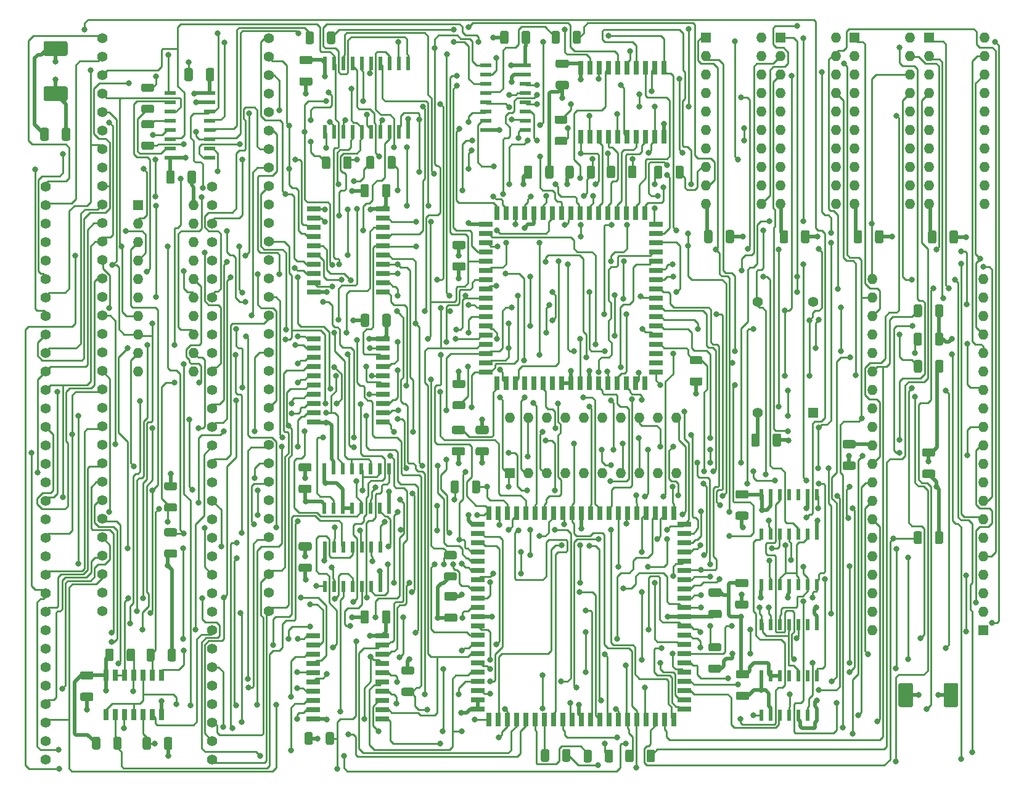
<source format=gbr>
%TF.GenerationSoftware,KiCad,Pcbnew,(5.1.12)-1*%
%TF.CreationDate,2022-12-05T14:55:24+01:00*%
%TF.ProjectId,atonceplus,61746f6e-6365-4706-9c75-732e6b696361,rev?*%
%TF.SameCoordinates,Original*%
%TF.FileFunction,Copper,L1,Top*%
%TF.FilePolarity,Positive*%
%FSLAX46Y46*%
G04 Gerber Fmt 4.6, Leading zero omitted, Abs format (unit mm)*
G04 Created by KiCad (PCBNEW (5.1.12)-1) date 2022-12-05 14:55:24*
%MOMM*%
%LPD*%
G01*
G04 APERTURE LIST*
%TA.AperFunction,SMDPad,CuDef*%
%ADD10R,1.525000X0.600000*%
%TD*%
%TA.AperFunction,SMDPad,CuDef*%
%ADD11R,0.600000X1.525000*%
%TD*%
%TA.AperFunction,ComponentPad*%
%ADD12C,1.400000*%
%TD*%
%TA.AperFunction,SMDPad,CuDef*%
%ADD13R,0.600000X1.950000*%
%TD*%
%TA.AperFunction,ComponentPad*%
%ADD14R,1.400000X1.400000*%
%TD*%
%TA.AperFunction,ComponentPad*%
%ADD15O,1.400000X1.400000*%
%TD*%
%TA.AperFunction,SMDPad,CuDef*%
%ADD16R,0.700000X1.925000*%
%TD*%
%TA.AperFunction,SMDPad,CuDef*%
%ADD17R,1.925000X0.700000*%
%TD*%
%TA.AperFunction,SMDPad,CuDef*%
%ADD18R,1.950000X0.650000*%
%TD*%
%TA.AperFunction,SMDPad,CuDef*%
%ADD19R,0.650000X1.950000*%
%TD*%
%TA.AperFunction,SMDPad,CuDef*%
%ADD20R,0.650000X1.525000*%
%TD*%
%TA.AperFunction,ViaPad*%
%ADD21C,0.800000*%
%TD*%
%TA.AperFunction,Conductor*%
%ADD22C,0.500000*%
%TD*%
%TA.AperFunction,Conductor*%
%ADD23C,0.250000*%
%TD*%
G04 APERTURE END LIST*
D10*
%TO.P,U35,1*%
%TO.N,Net-(U15-Pad8)*%
X146608000Y-44205000D03*
%TO.P,U35,2*%
%TO.N,Z_A13*%
X146608000Y-45475000D03*
%TO.P,U35,3*%
%TO.N,Z_A4*%
X146608000Y-46745000D03*
%TO.P,U35,4*%
%TO.N,Net-(R34-Pad2)*%
X146608000Y-48015000D03*
%TO.P,U35,5*%
%TO.N,Z_A12*%
X146608000Y-49285000D03*
%TO.P,U35,6*%
%TO.N,Z_A3*%
X146608000Y-50555000D03*
%TO.P,U35,7*%
%TO.N,Net-(R33-Pad2)*%
X146608000Y-51825000D03*
%TO.P,U35,8*%
%TO.N,GND*%
X146608000Y-53095000D03*
%TO.P,U35,9*%
%TO.N,Net-(R32-Pad2)*%
X152032000Y-53095000D03*
%TO.P,U35,10*%
%TO.N,Z_A2*%
X152032000Y-51825000D03*
%TO.P,U35,11*%
%TO.N,Z_A11*%
X152032000Y-50555000D03*
%TO.P,U35,12*%
%TO.N,Net-(R31-Pad2)*%
X152032000Y-49285000D03*
%TO.P,U35,13*%
%TO.N,Z_A1*%
X152032000Y-48015000D03*
%TO.P,U35,14*%
%TO.N,Z_A10*%
X152032000Y-46745000D03*
%TO.P,U35,15*%
%TO.N,GND*%
X152032000Y-45475000D03*
%TO.P,U35,16*%
%TO.N,VCC*%
X152032000Y-44205000D03*
%TD*%
%TO.P,U36,16*%
%TO.N,VCC*%
X108642000Y-48045000D03*
%TO.P,U36,15*%
%TO.N,GND*%
X108642000Y-49315000D03*
%TO.P,U36,14*%
%TO.N,Z_A14*%
X108642000Y-50585000D03*
%TO.P,U36,13*%
%TO.N,Z_A5*%
X108642000Y-51855000D03*
%TO.P,U36,12*%
%TO.N,Net-(R35-Pad1)*%
X108642000Y-53125000D03*
%TO.P,U36,11*%
%TO.N,Z_A15*%
X108642000Y-54395000D03*
%TO.P,U36,10*%
%TO.N,Z_A6*%
X108642000Y-55665000D03*
%TO.P,U36,9*%
%TO.N,Net-(R36-Pad1)*%
X108642000Y-56935000D03*
%TO.P,U36,8*%
%TO.N,GND*%
X103218000Y-56935000D03*
%TO.P,U36,7*%
%TO.N,Net-(R37-Pad1)*%
X103218000Y-55665000D03*
%TO.P,U36,6*%
%TO.N,Z_A7*%
X103218000Y-54395000D03*
%TO.P,U36,5*%
%TO.N,Z_A16*%
X103218000Y-53125000D03*
%TO.P,U36,4*%
%TO.N,Net-(R38-Pad1)*%
X103218000Y-51855000D03*
%TO.P,U36,3*%
%TO.N,Z_A8*%
X103218000Y-50585000D03*
%TO.P,U36,2*%
%TO.N,Z_A17*%
X103218000Y-49315000D03*
%TO.P,U36,1*%
%TO.N,Net-(U15-Pad8)*%
X103218000Y-48045000D03*
%TD*%
D11*
%TO.P,U37,1*%
%TO.N,GND*%
X124435000Y-105052000D03*
%TO.P,U37,2*%
%TO.N,Net-(U37-Pad2)*%
X125705000Y-105052000D03*
%TO.P,U37,3*%
%TO.N,VCC*%
X126975000Y-105052000D03*
%TO.P,U37,4*%
X128245000Y-105052000D03*
%TO.P,U37,5*%
%TO.N,M_~BG*%
X129515000Y-105052000D03*
%TO.P,U37,6*%
X130785000Y-105052000D03*
%TO.P,U37,7*%
%TO.N,Z_~BG*%
X132055000Y-105052000D03*
%TO.P,U37,8*%
%TO.N,GND*%
X133325000Y-105052000D03*
%TO.P,U37,9*%
%TO.N,Net-(R39-Pad1)*%
X133325000Y-99628000D03*
%TO.P,U37,10*%
%TO.N,Z_A18*%
X132055000Y-99628000D03*
%TO.P,U37,11*%
%TO.N,Z_A9*%
X130785000Y-99628000D03*
%TO.P,U37,12*%
%TO.N,Z_A18*%
X129515000Y-99628000D03*
%TO.P,U37,13*%
%TO.N,Z_A9*%
X128245000Y-99628000D03*
%TO.P,U37,14*%
%TO.N,Net-(U15-Pad8)*%
X126975000Y-99628000D03*
%TO.P,U37,15*%
%TO.N,GND*%
X125705000Y-99628000D03*
%TO.P,U37,16*%
%TO.N,VCC*%
X124435000Y-99628000D03*
%TD*%
%TO.P,U43,1*%
%TO.N,P65*%
X124460000Y-115852000D03*
%TO.P,U43,2*%
%TO.N,Z_~BGACK*%
X125730000Y-115852000D03*
%TO.P,U43,3*%
%TO.N,Net-(U42-Pad1)*%
X127000000Y-115852000D03*
%TO.P,U43,4*%
%TO.N,Net-(U43-Pad4)*%
X128270000Y-115852000D03*
%TO.P,U43,5*%
%TO.N,6_M\u005C~IO*%
X129540000Y-115852000D03*
%TO.P,U43,6*%
%TO.N,P24*%
X130810000Y-115852000D03*
%TO.P,U43,7*%
%TO.N,GND*%
X132080000Y-115852000D03*
%TO.P,U43,8*%
%TO.N,GCLK*%
X132080000Y-110428000D03*
%TO.P,U43,9*%
%TO.N,6_~S0*%
X130810000Y-110428000D03*
%TO.P,U43,10*%
%TO.N,6_~S1*%
X129540000Y-110428000D03*
%TO.P,U43,11*%
%TO.N,P42*%
X128270000Y-110428000D03*
%TO.P,U43,12*%
%TO.N,Z_~IPL0*%
X127000000Y-110428000D03*
%TO.P,U43,13*%
%TO.N,Z_~IPL1*%
X125730000Y-110428000D03*
%TO.P,U43,14*%
%TO.N,VCC*%
X124460000Y-110428000D03*
%TD*%
D12*
%TO.P,J1,1*%
%TO.N,Z_D4*%
X109020000Y-139580000D03*
%TO.P,J1,2*%
%TO.N,Z_D3*%
X109020000Y-137040000D03*
%TO.P,J1,3*%
%TO.N,Z_D2*%
X109020000Y-134500000D03*
%TO.P,J1,4*%
%TO.N,Z_D1*%
X109020000Y-131960000D03*
%TO.P,J1,5*%
%TO.N,Z_D0*%
X109020000Y-129420000D03*
%TO.P,J1,6*%
%TO.N,Z_~AS*%
X109020000Y-126880000D03*
%TO.P,J1,7*%
%TO.N,Z_~UDS*%
X109020000Y-124340000D03*
%TO.P,J1,8*%
%TO.N,Z_~LDS*%
X109020000Y-121800000D03*
%TO.P,J1,9*%
%TO.N,Z_R~W*%
X109020000Y-119260000D03*
%TO.P,J1,10*%
%TO.N,Z_~DTACK*%
X109020000Y-116720000D03*
%TO.P,J1,11*%
%TO.N,Z_~BG*%
X109020000Y-114180000D03*
%TO.P,J1,12*%
%TO.N,Z_~BGACK*%
X109020000Y-111640000D03*
%TO.P,J1,13*%
%TO.N,Z_~BR*%
X109020000Y-109100000D03*
%TO.P,J1,14*%
%TO.N,VCC*%
X109020000Y-106560000D03*
%TO.P,J1,15*%
%TO.N,Z_CLK*%
X109020000Y-104020000D03*
%TO.P,J1,16*%
%TO.N,GND*%
X109020000Y-101480000D03*
%TO.P,J1,17*%
%TO.N,Z_~HALT*%
X109020000Y-98940000D03*
%TO.P,J1,18*%
%TO.N,Z_~RESET*%
X109020000Y-96400000D03*
%TO.P,J1,19*%
%TO.N,Z_~VMA*%
X109020000Y-93860000D03*
%TO.P,J1,20*%
%TO.N,Z_E*%
X109020000Y-91320000D03*
%TO.P,J1,21*%
%TO.N,Z_~VPA*%
X109020000Y-88780000D03*
%TO.P,J1,22*%
%TO.N,Z_~BERR*%
X109020000Y-86240000D03*
%TO.P,J1,23*%
%TO.N,Z_~IPL2*%
X109020000Y-83700000D03*
%TO.P,J1,24*%
%TO.N,Z_~IPL1*%
X109020000Y-81160000D03*
%TO.P,J1,25*%
%TO.N,Z_~IPL0*%
X109020000Y-78620000D03*
%TO.P,J1,26*%
%TO.N,Z_FC2*%
X109020000Y-76080000D03*
%TO.P,J1,27*%
%TO.N,Z_FC1*%
X109020000Y-73540000D03*
%TO.P,J1,28*%
%TO.N,Z_FC0*%
X109020000Y-71000000D03*
%TO.P,J1,29*%
%TO.N,Z_A1*%
X109020000Y-68460000D03*
%TO.P,J1,30*%
%TO.N,Z_A2*%
X109020000Y-65920000D03*
%TO.P,J1,31*%
%TO.N,Z_A3*%
X109020000Y-63380000D03*
%TO.P,J1,32*%
%TO.N,Z_A4*%
X109020000Y-60840000D03*
%TO.P,J1,33*%
%TO.N,Z_A5*%
X86160000Y-60840000D03*
%TO.P,J1,34*%
%TO.N,Z_A6*%
X86160000Y-63380000D03*
%TO.P,J1,35*%
%TO.N,Z_A7*%
X86160000Y-65920000D03*
%TO.P,J1,36*%
%TO.N,Z_A8*%
X86160000Y-68460000D03*
%TO.P,J1,37*%
%TO.N,Z_A9*%
X86160000Y-71000000D03*
%TO.P,J1,38*%
%TO.N,Z_A10*%
X86160000Y-73540000D03*
%TO.P,J1,39*%
%TO.N,Z_A11*%
X86160000Y-76080000D03*
%TO.P,J1,40*%
%TO.N,Z_A12*%
X86160000Y-78620000D03*
%TO.P,J1,41*%
%TO.N,Z_A13*%
X86160000Y-81160000D03*
%TO.P,J1,42*%
%TO.N,Z_A14*%
X86160000Y-83700000D03*
%TO.P,J1,43*%
%TO.N,Z_A15*%
X86160000Y-86240000D03*
%TO.P,J1,44*%
%TO.N,Z_A16*%
X86160000Y-88780000D03*
%TO.P,J1,45*%
%TO.N,Z_A17*%
X86160000Y-91320000D03*
%TO.P,J1,46*%
%TO.N,Z_A18*%
X86160000Y-93860000D03*
%TO.P,J1,47*%
%TO.N,Z_A19*%
X86160000Y-96400000D03*
%TO.P,J1,48*%
%TO.N,Z_A20*%
X86160000Y-98940000D03*
%TO.P,J1,49*%
%TO.N,VCC*%
X86160000Y-101480000D03*
%TO.P,J1,50*%
%TO.N,Z_A21*%
X86160000Y-104020000D03*
%TO.P,J1,51*%
%TO.N,Z_A22*%
X86160000Y-106560000D03*
%TO.P,J1,52*%
%TO.N,Z_A23*%
X86160000Y-109100000D03*
%TO.P,J1,53*%
%TO.N,GND*%
X86160000Y-111640000D03*
%TO.P,J1,54*%
%TO.N,Z_D15*%
X86160000Y-114180000D03*
%TO.P,J1,55*%
%TO.N,Z_D14*%
X86160000Y-116720000D03*
%TO.P,J1,56*%
%TO.N,Z_D13*%
X86160000Y-119260000D03*
%TO.P,J1,57*%
%TO.N,Z_D12*%
X86160000Y-121800000D03*
%TO.P,J1,58*%
%TO.N,Z_D11*%
X86160000Y-124340000D03*
%TO.P,J1,59*%
%TO.N,Z_D10*%
X86160000Y-126880000D03*
%TO.P,J1,60*%
%TO.N,Z_D9*%
X86160000Y-129420000D03*
%TO.P,J1,61*%
%TO.N,Z_D8*%
X86160000Y-131960000D03*
%TO.P,J1,62*%
%TO.N,Z_D7*%
X86160000Y-134500000D03*
%TO.P,J1,63*%
%TO.N,Z_D6*%
X86160000Y-137040000D03*
%TO.P,J1,64*%
%TO.N,Z_D5*%
X86160000Y-139580000D03*
%TD*%
%TO.P,J2,64*%
%TO.N,Z_D5*%
X93890000Y-119250000D03*
%TO.P,J2,63*%
%TO.N,Z_D6*%
X93890000Y-116710000D03*
%TO.P,J2,62*%
%TO.N,Z_D7*%
X93890000Y-114170000D03*
%TO.P,J2,61*%
%TO.N,Z_D8*%
X93890000Y-111630000D03*
%TO.P,J2,60*%
%TO.N,Z_D9*%
X93890000Y-109090000D03*
%TO.P,J2,59*%
%TO.N,Z_D10*%
X93890000Y-106550000D03*
%TO.P,J2,58*%
%TO.N,Z_D11*%
X93890000Y-104010000D03*
%TO.P,J2,57*%
%TO.N,Z_D12*%
X93890000Y-101470000D03*
%TO.P,J2,56*%
%TO.N,Z_D13*%
X93890000Y-98930000D03*
%TO.P,J2,55*%
%TO.N,Z_D14*%
X93890000Y-96390000D03*
%TO.P,J2,54*%
%TO.N,Z_D15*%
X93890000Y-93850000D03*
%TO.P,J2,53*%
%TO.N,GND*%
X93890000Y-91310000D03*
%TO.P,J2,52*%
%TO.N,Z_A23*%
X93890000Y-88770000D03*
%TO.P,J2,51*%
%TO.N,Z_A22*%
X93890000Y-86230000D03*
%TO.P,J2,50*%
%TO.N,Z_A21*%
X93890000Y-83690000D03*
%TO.P,J2,49*%
%TO.N,VCC*%
X93890000Y-81150000D03*
%TO.P,J2,48*%
%TO.N,Z_A20*%
X93890000Y-78610000D03*
%TO.P,J2,47*%
%TO.N,Z_A19*%
X93890000Y-76070000D03*
%TO.P,J2,46*%
%TO.N,Z_A18*%
X93890000Y-73530000D03*
%TO.P,J2,45*%
%TO.N,Z_A17*%
X93890000Y-70990000D03*
%TO.P,J2,44*%
%TO.N,Z_A16*%
X93890000Y-68450000D03*
%TO.P,J2,43*%
%TO.N,Z_A15*%
X93890000Y-65910000D03*
%TO.P,J2,42*%
%TO.N,Z_A14*%
X93890000Y-63370000D03*
%TO.P,J2,41*%
%TO.N,Z_A13*%
X93890000Y-60830000D03*
%TO.P,J2,40*%
%TO.N,Z_A12*%
X93890000Y-58290000D03*
%TO.P,J2,39*%
%TO.N,Z_A11*%
X93890000Y-55750000D03*
%TO.P,J2,38*%
%TO.N,Z_A10*%
X93890000Y-53210000D03*
%TO.P,J2,37*%
%TO.N,Z_A9*%
X93890000Y-50670000D03*
%TO.P,J2,36*%
%TO.N,Z_A8*%
X93890000Y-48130000D03*
%TO.P,J2,35*%
%TO.N,Z_A7*%
X93890000Y-45590000D03*
%TO.P,J2,34*%
%TO.N,Z_A6*%
X93890000Y-43050000D03*
%TO.P,J2,33*%
%TO.N,Z_A5*%
X93890000Y-40510000D03*
%TO.P,J2,32*%
%TO.N,Z_A4*%
X116750000Y-40510000D03*
%TO.P,J2,31*%
%TO.N,Z_A3*%
X116750000Y-43050000D03*
%TO.P,J2,30*%
%TO.N,Z_A2*%
X116750000Y-45590000D03*
%TO.P,J2,29*%
%TO.N,Z_A1*%
X116750000Y-48130000D03*
%TO.P,J2,28*%
%TO.N,Z_FC0*%
X116750000Y-50670000D03*
%TO.P,J2,27*%
%TO.N,Z_FC1*%
X116750000Y-53210000D03*
%TO.P,J2,26*%
%TO.N,Z_FC2*%
X116750000Y-55750000D03*
%TO.P,J2,25*%
%TO.N,Z_~IPL0*%
X116750000Y-58290000D03*
%TO.P,J2,24*%
%TO.N,Z_~IPL1*%
X116750000Y-60830000D03*
%TO.P,J2,23*%
%TO.N,Z_~IPL2*%
X116750000Y-63370000D03*
%TO.P,J2,22*%
%TO.N,Z_~BERR*%
X116750000Y-65910000D03*
%TO.P,J2,21*%
%TO.N,Z_~VPA*%
X116750000Y-68450000D03*
%TO.P,J2,20*%
%TO.N,Z_E*%
X116750000Y-70990000D03*
%TO.P,J2,19*%
%TO.N,Z_~VMA*%
X116750000Y-73530000D03*
%TO.P,J2,18*%
%TO.N,Z_~RESET*%
X116750000Y-76070000D03*
%TO.P,J2,17*%
%TO.N,Z_~HALT*%
X116750000Y-78610000D03*
%TO.P,J2,16*%
%TO.N,GND*%
X116750000Y-81150000D03*
%TO.P,J2,15*%
%TO.N,Z_CLK*%
X116750000Y-83690000D03*
%TO.P,J2,14*%
%TO.N,VCC*%
X116750000Y-86230000D03*
%TO.P,J2,13*%
%TO.N,M_~BR*%
X116750000Y-88770000D03*
%TO.P,J2,12*%
%TO.N,M_~BGACK*%
X116750000Y-91310000D03*
%TO.P,J2,11*%
%TO.N,M_~BG*%
X116750000Y-93850000D03*
%TO.P,J2,10*%
%TO.N,M_~DTACK*%
X116750000Y-96390000D03*
%TO.P,J2,9*%
%TO.N,Z_R~W*%
X116750000Y-98930000D03*
%TO.P,J2,8*%
%TO.N,M_~LDS*%
X116750000Y-101470000D03*
%TO.P,J2,7*%
%TO.N,M_~UDS*%
X116750000Y-104010000D03*
%TO.P,J2,6*%
%TO.N,M_~AS*%
X116750000Y-106550000D03*
%TO.P,J2,5*%
%TO.N,Z_D0*%
X116750000Y-109090000D03*
%TO.P,J2,4*%
%TO.N,Z_D1*%
X116750000Y-111630000D03*
%TO.P,J2,3*%
%TO.N,Z_D2*%
X116750000Y-114170000D03*
%TO.P,J2,2*%
%TO.N,Z_D3*%
X116750000Y-116710000D03*
%TO.P,J2,1*%
%TO.N,Z_D4*%
X116750000Y-119250000D03*
%TD*%
D13*
%TO.P,U21,1*%
%TO.N,6_HDLA*%
X124475000Y-53355000D03*
%TO.P,U21,2*%
%TO.N,P19*%
X125745000Y-53355000D03*
%TO.P,U21,3*%
%TO.N,6_A0*%
X127015000Y-53355000D03*
%TO.P,U21,4*%
%TO.N,6_A1*%
X128285000Y-53355000D03*
%TO.P,U21,5*%
%TO.N,Z_A1*%
X129555000Y-53355000D03*
%TO.P,U21,6*%
%TO.N,Z_A2*%
X130825000Y-53355000D03*
%TO.P,U21,7*%
%TO.N,6_A2*%
X132095000Y-53355000D03*
%TO.P,U21,8*%
%TO.N,6_A3*%
X133365000Y-53355000D03*
%TO.P,U21,9*%
%TO.N,Z_A3*%
X134635000Y-53355000D03*
%TO.P,U21,10*%
%TO.N,GND*%
X135905000Y-53355000D03*
%TO.P,U21,11*%
%TO.N,GCLK*%
X135905000Y-43905000D03*
%TO.P,U21,12*%
%TO.N,Z_A4*%
X134635000Y-43905000D03*
%TO.P,U21,13*%
%TO.N,6_A4*%
X133365000Y-43905000D03*
%TO.P,U21,14*%
%TO.N,6_A5*%
X132095000Y-43905000D03*
%TO.P,U21,15*%
%TO.N,Z_A5*%
X130825000Y-43905000D03*
%TO.P,U21,16*%
%TO.N,Z_A6*%
X129555000Y-43905000D03*
%TO.P,U21,17*%
%TO.N,6_A6*%
X128285000Y-43905000D03*
%TO.P,U21,18*%
%TO.N,6_A7*%
X127015000Y-43905000D03*
%TO.P,U21,19*%
%TO.N,Z_A7*%
X125745000Y-43905000D03*
%TO.P,U21,20*%
%TO.N,VCC*%
X124475000Y-43905000D03*
%TD*%
D11*
%TO.P,U15,1*%
%TO.N,M_~LDS*%
X184470000Y-108652000D03*
%TO.P,U15,2*%
%TO.N,M_~UDS*%
X185740000Y-108652000D03*
%TO.P,U15,3*%
%TO.N,P61*%
X187010000Y-108652000D03*
%TO.P,U15,4*%
%TO.N,P30*%
X188280000Y-108652000D03*
%TO.P,U15,5*%
%TO.N,6_A20*%
X189550000Y-108652000D03*
%TO.P,U15,6*%
%TO.N,P71*%
X190820000Y-108652000D03*
%TO.P,U15,7*%
%TO.N,GND*%
X192090000Y-108652000D03*
%TO.P,U15,8*%
%TO.N,Net-(U15-Pad8)*%
X192090000Y-103228000D03*
%TO.P,U15,9*%
%TO.N,VCC*%
X190820000Y-103228000D03*
%TO.P,U15,10*%
%TO.N,Net-(U15-Pad10)*%
X189550000Y-103228000D03*
%TO.P,U15,11*%
X188280000Y-103228000D03*
%TO.P,U15,12*%
%TO.N,P48*%
X187010000Y-103228000D03*
%TO.P,U15,13*%
%TO.N,VCC*%
X185740000Y-103228000D03*
%TO.P,U15,14*%
X184470000Y-103228000D03*
%TD*%
%TO.P,U45,1*%
%TO.N,6_A23*%
X184470000Y-121032000D03*
%TO.P,U45,2*%
%TO.N,6_A22*%
X185740000Y-121032000D03*
%TO.P,U45,3*%
%TO.N,6_A21*%
X187010000Y-121032000D03*
%TO.P,U45,4*%
%TO.N,6_A23*%
X188280000Y-121032000D03*
%TO.P,U45,5*%
%TO.N,Net-(U43-Pad4)*%
X189550000Y-121032000D03*
%TO.P,U45,6*%
%TO.N,Net-(U28-Pad9)*%
X190820000Y-121032000D03*
%TO.P,U45,7*%
%TO.N,GND*%
X192090000Y-121032000D03*
%TO.P,U45,8*%
%TO.N,6_A22*%
X192090000Y-115608000D03*
%TO.P,U45,9*%
%TO.N,6_A21*%
X190820000Y-115608000D03*
%TO.P,U45,10*%
%TO.N,P71*%
X189550000Y-115608000D03*
%TO.P,U45,11*%
%TO.N,GND*%
X188280000Y-115608000D03*
%TO.P,U45,12*%
%TO.N,P71*%
X187010000Y-115608000D03*
%TO.P,U45,13*%
%TO.N,6_A19*%
X185740000Y-115608000D03*
%TO.P,U45,14*%
%TO.N,VCC*%
X184470000Y-115608000D03*
%TD*%
%TO.P,U28,14*%
%TO.N,VCC*%
X184480000Y-128138000D03*
%TO.P,U28,13*%
%TO.N,GND*%
X185750000Y-128138000D03*
%TO.P,U28,12*%
X187020000Y-128138000D03*
%TO.P,U28,11*%
%TO.N,Net-(U28-Pad11)*%
X188290000Y-128138000D03*
%TO.P,U28,10*%
%TO.N,6_A23*%
X189560000Y-128138000D03*
%TO.P,U28,9*%
%TO.N,Net-(U28-Pad9)*%
X190830000Y-128138000D03*
%TO.P,U28,8*%
%TO.N,P67*%
X192100000Y-128138000D03*
%TO.P,U28,7*%
%TO.N,GND*%
X192100000Y-133562000D03*
%TO.P,U28,6*%
%TO.N,P27*%
X190830000Y-133562000D03*
%TO.P,U28,5*%
%TO.N,GND*%
X189560000Y-133562000D03*
%TO.P,U28,4*%
%TO.N,Z_CLK*%
X188290000Y-133562000D03*
%TO.P,U28,3*%
%TO.N,P56*%
X187020000Y-133562000D03*
%TO.P,U28,2*%
%TO.N,VCC*%
X185750000Y-133562000D03*
%TO.P,U28,1*%
%TO.N,Net-(Q1-Pad8)*%
X184480000Y-133562000D03*
%TD*%
D14*
%TO.P,Q1,1*%
%TO.N,Net-(Q1-Pad1)*%
X191540000Y-91930000D03*
D12*
%TO.P,Q1,14*%
%TO.N,VCC*%
X183920000Y-91930000D03*
%TO.P,Q1,8*%
%TO.N,Net-(Q1-Pad8)*%
X183920000Y-76690000D03*
%TO.P,Q1,7*%
%TO.N,GND*%
X191540000Y-76690000D03*
%TD*%
D14*
%TO.P,U14,1*%
%TO.N,Net-(U14-Pad1)*%
X214890000Y-121820000D03*
D15*
%TO.P,U14,21*%
%TO.N,6_D2*%
X199650000Y-73560000D03*
%TO.P,U14,2*%
%TO.N,Net-(U14-Pad2)*%
X214890000Y-119280000D03*
%TO.P,U14,22*%
%TO.N,6_D1*%
X199650000Y-76100000D03*
%TO.P,U14,3*%
%TO.N,Net-(U14-Pad3)*%
X214890000Y-116740000D03*
%TO.P,U14,23*%
%TO.N,6_D0*%
X199650000Y-78640000D03*
%TO.P,U14,4*%
%TO.N,Net-(U14-Pad4)*%
X214890000Y-114200000D03*
%TO.P,U14,24*%
%TO.N,6_PEREQ*%
X199650000Y-81180000D03*
%TO.P,U14,5*%
%TO.N,6_D15*%
X214890000Y-111660000D03*
%TO.P,U14,25*%
%TO.N,7_~BUSY*%
X199650000Y-83720000D03*
%TO.P,U14,6*%
%TO.N,6_D14*%
X214890000Y-109120000D03*
%TO.P,U14,26*%
%TO.N,7_~ERROR*%
X199650000Y-86260000D03*
%TO.P,U14,7*%
%TO.N,6_D13*%
X214890000Y-106580000D03*
%TO.P,U14,27*%
%TO.N,7_~NPRD*%
X199650000Y-88800000D03*
%TO.P,U14,8*%
%TO.N,6_D12*%
X214890000Y-104040000D03*
%TO.P,U14,28*%
%TO.N,7_~NPWR*%
X199650000Y-91340000D03*
%TO.P,U14,9*%
%TO.N,VCC*%
X214890000Y-101500000D03*
%TO.P,U14,29*%
%TO.N,Z_A1*%
X199650000Y-93880000D03*
%TO.P,U14,10*%
%TO.N,GND*%
X214890000Y-98960000D03*
%TO.P,U14,30*%
X199650000Y-96420000D03*
%TO.P,U14,11*%
%TO.N,6_D11*%
X214890000Y-96420000D03*
%TO.P,U14,31*%
%TO.N,Z_A2*%
X199650000Y-98960000D03*
%TO.P,U14,12*%
%TO.N,6_D10*%
X214890000Y-93880000D03*
%TO.P,U14,32*%
%TO.N,Net-(Q1-Pad8)*%
X199650000Y-101500000D03*
%TO.P,U14,13*%
%TO.N,Net-(U14-Pad13)*%
X214890000Y-91340000D03*
%TO.P,U14,33*%
%TO.N,7_NPS2*%
X199650000Y-104040000D03*
%TO.P,U14,14*%
%TO.N,6_D9*%
X214890000Y-88800000D03*
%TO.P,U14,34*%
%TO.N,7_~NPS1*%
X199650000Y-106580000D03*
%TO.P,U14,15*%
%TO.N,6_D8*%
X214890000Y-86260000D03*
%TO.P,U14,35*%
%TO.N,7_RESET*%
X199650000Y-109120000D03*
%TO.P,U14,16*%
%TO.N,6_D7*%
X214890000Y-83720000D03*
%TO.P,U14,36*%
%TO.N,6_~PEACK*%
X199650000Y-111660000D03*
%TO.P,U14,17*%
%TO.N,6_D6*%
X214890000Y-81180000D03*
%TO.P,U14,37*%
%TO.N,Net-(U14-Pad37)*%
X199650000Y-114200000D03*
%TO.P,U14,18*%
%TO.N,6_D5*%
X214890000Y-78640000D03*
%TO.P,U14,38*%
%TO.N,Net-(U14-Pad38)*%
X199650000Y-116740000D03*
%TO.P,U14,19*%
%TO.N,6_D4*%
X214890000Y-76100000D03*
%TO.P,U14,39*%
%TO.N,GND*%
X199650000Y-119280000D03*
%TO.P,U14,20*%
%TO.N,6_D3*%
X214890000Y-73560000D03*
%TO.P,U14,40*%
%TO.N,Net-(U14-Pad40)*%
X199650000Y-121820000D03*
%TD*%
D16*
%TO.P,U13,60*%
%TO.N,GND*%
X158250000Y-87902500D03*
%TO.P,U13,61*%
%TO.N,6_PEREQ*%
X159520000Y-87902500D03*
%TO.P,U13,62*%
%TO.N,VCC*%
X160790000Y-87902500D03*
%TO.P,U13,63*%
%TO.N,6_~READY*%
X162060000Y-87902500D03*
%TO.P,U13,64*%
%TO.N,6_HOLD*%
X163330000Y-87902500D03*
%TO.P,U13,65*%
%TO.N,6_HDLA*%
X164600000Y-87902500D03*
%TO.P,U13,66*%
%TO.N,6_COD\u005C~INTA*%
X165870000Y-87902500D03*
%TO.P,U13,67*%
%TO.N,6_M\u005C~IO*%
X167140000Y-87902500D03*
%TO.P,U13,68*%
%TO.N,Net-(U13-Pad68)*%
X168410000Y-87902500D03*
%TO.P,U13,59*%
%TO.N,GND*%
X156980000Y-87902500D03*
%TO.P,U13,58*%
%TO.N,Net-(U13-Pad58)*%
X155710000Y-87902500D03*
%TO.P,U13,57*%
%TO.N,6_INTR*%
X154440000Y-87902500D03*
%TO.P,U13,56*%
%TO.N,Net-(U13-Pad56)*%
X153170000Y-87902500D03*
%TO.P,U13,55*%
%TO.N,Net-(U13-Pad55)*%
X151900000Y-87902500D03*
%TO.P,U13,54*%
%TO.N,6_~BUSY*%
X150630000Y-87902500D03*
%TO.P,U13,53*%
%TO.N,Net-(R15-Pad2)*%
X149360000Y-87902500D03*
%TO.P,U13,52*%
%TO.N,Net-(C17-Pad1)*%
X148090000Y-87902500D03*
D17*
%TO.P,U13,1*%
%TO.N,6_~BHE*%
X169922500Y-86390000D03*
%TO.P,U13,2*%
%TO.N,Net-(U13-Pad2)*%
X169922500Y-85120000D03*
%TO.P,U13,3*%
%TO.N,Net-(U13-Pad3)*%
X169922500Y-83850000D03*
%TO.P,U13,4*%
%TO.N,6_~S1*%
X169922500Y-82580000D03*
%TO.P,U13,5*%
%TO.N,6_~S0*%
X169922500Y-81310000D03*
%TO.P,U13,6*%
%TO.N,6_~PEACK*%
X169922500Y-80040000D03*
%TO.P,U13,7*%
%TO.N,6_A23*%
X169922500Y-78770000D03*
%TO.P,U13,8*%
%TO.N,6_A22*%
X169922500Y-77500000D03*
%TO.P,U13,9*%
%TO.N,GND*%
X169922500Y-76230000D03*
%TO.P,U13,10*%
%TO.N,6_A21*%
X169922500Y-74960000D03*
%TO.P,U13,11*%
%TO.N,6_A20*%
X169922500Y-73690000D03*
%TO.P,U13,12*%
%TO.N,6_A19*%
X169922500Y-72420000D03*
%TO.P,U13,13*%
%TO.N,6_A18*%
X169922500Y-71150000D03*
%TO.P,U13,14*%
%TO.N,6_A17*%
X169922500Y-69880000D03*
%TO.P,U13,15*%
%TO.N,6_A16*%
X169922500Y-68610000D03*
%TO.P,U13,16*%
%TO.N,6_A15*%
X169922500Y-67340000D03*
%TO.P,U13,17*%
%TO.N,6_A14*%
X169922500Y-66070000D03*
D16*
%TO.P,U13,18*%
%TO.N,6_A13*%
X168410000Y-64557500D03*
%TO.P,U13,19*%
%TO.N,6_A12*%
X167140000Y-64557500D03*
%TO.P,U13,20*%
%TO.N,6_A11*%
X165870000Y-64557500D03*
%TO.P,U13,21*%
%TO.N,6_A10*%
X164600000Y-64557500D03*
%TO.P,U13,22*%
%TO.N,6_A9*%
X163330000Y-64557500D03*
%TO.P,U13,23*%
%TO.N,6_A8*%
X162060000Y-64557500D03*
%TO.P,U13,24*%
%TO.N,6_A7*%
X160790000Y-64557500D03*
%TO.P,U13,25*%
%TO.N,6_A6*%
X159520000Y-64557500D03*
%TO.P,U13,26*%
%TO.N,6_A5*%
X158250000Y-64557500D03*
%TO.P,U13,27*%
%TO.N,6_A4*%
X156980000Y-64557500D03*
%TO.P,U13,28*%
%TO.N,6_A3*%
X155710000Y-64557500D03*
%TO.P,U13,29*%
%TO.N,6_RESET*%
X154440000Y-64557500D03*
%TO.P,U13,30*%
%TO.N,VCC*%
X153170000Y-64557500D03*
%TO.P,U13,31*%
%TO.N,Net-(Q1-Pad8)*%
X151900000Y-64557500D03*
%TO.P,U13,32*%
%TO.N,6_A2*%
X150630000Y-64557500D03*
%TO.P,U13,33*%
%TO.N,6_A1*%
X149360000Y-64557500D03*
%TO.P,U13,34*%
%TO.N,6_A0*%
X148090000Y-64557500D03*
D17*
%TO.P,U13,35*%
%TO.N,GND*%
X146577500Y-66070000D03*
%TO.P,U13,36*%
%TO.N,6_D0*%
X146577500Y-67340000D03*
%TO.P,U13,37*%
%TO.N,6_D8*%
X146577500Y-68610000D03*
%TO.P,U13,38*%
%TO.N,6_D1*%
X146577500Y-69880000D03*
%TO.P,U13,39*%
%TO.N,6_D9*%
X146577500Y-71150000D03*
%TO.P,U13,40*%
%TO.N,6_D2*%
X146577500Y-72420000D03*
%TO.P,U13,41*%
%TO.N,6_D10*%
X146577500Y-73690000D03*
%TO.P,U13,42*%
%TO.N,6_D3*%
X146577500Y-74960000D03*
%TO.P,U13,43*%
%TO.N,6_D11*%
X146577500Y-76230000D03*
%TO.P,U13,44*%
%TO.N,6_D4*%
X146577500Y-77500000D03*
%TO.P,U13,45*%
%TO.N,6_D12*%
X146577500Y-78770000D03*
%TO.P,U13,46*%
%TO.N,6_D5*%
X146577500Y-80040000D03*
%TO.P,U13,47*%
%TO.N,6_D13*%
X146577500Y-81310000D03*
%TO.P,U13,48*%
%TO.N,6_D6*%
X146577500Y-82580000D03*
%TO.P,U13,49*%
%TO.N,6_D14*%
X146577500Y-83850000D03*
%TO.P,U13,50*%
%TO.N,6_D7*%
X146577500Y-85120000D03*
%TO.P,U13,51*%
%TO.N,6_D15*%
X146577500Y-86390000D03*
%TD*%
%TO.P,C10,1*%
%TO.N,VCC*%
%TA.AperFunction,SMDPad,CuDef*%
G36*
G01*
X86100000Y-40900000D02*
X88900000Y-40900000D01*
G75*
G02*
X89150000Y-41150000I0J-250000D01*
G01*
X89150000Y-42650000D01*
G75*
G02*
X88900000Y-42900000I-250000J0D01*
G01*
X86100000Y-42900000D01*
G75*
G02*
X85850000Y-42650000I0J250000D01*
G01*
X85850000Y-41150000D01*
G75*
G02*
X86100000Y-40900000I250000J0D01*
G01*
G37*
%TD.AperFunction*%
%TO.P,C10,2*%
%TO.N,GND*%
%TA.AperFunction,SMDPad,CuDef*%
G36*
G01*
X86100000Y-47100000D02*
X88900000Y-47100000D01*
G75*
G02*
X89150000Y-47350000I0J-250000D01*
G01*
X89150000Y-48850000D01*
G75*
G02*
X88900000Y-49100000I-250000J0D01*
G01*
X86100000Y-49100000D01*
G75*
G02*
X85850000Y-48850000I0J250000D01*
G01*
X85850000Y-47350000D01*
G75*
G02*
X86100000Y-47100000I250000J0D01*
G01*
G37*
%TD.AperFunction*%
%TD*%
%TO.P,C11,2*%
%TO.N,GND*%
%TA.AperFunction,SMDPad,CuDef*%
G36*
G01*
X205260000Y-129350000D02*
X205260000Y-132150000D01*
G75*
G02*
X205010000Y-132400000I-250000J0D01*
G01*
X203510000Y-132400000D01*
G75*
G02*
X203260000Y-132150000I0J250000D01*
G01*
X203260000Y-129350000D01*
G75*
G02*
X203510000Y-129100000I250000J0D01*
G01*
X205010000Y-129100000D01*
G75*
G02*
X205260000Y-129350000I0J-250000D01*
G01*
G37*
%TD.AperFunction*%
%TO.P,C11,1*%
%TO.N,VCC*%
%TA.AperFunction,SMDPad,CuDef*%
G36*
G01*
X211460000Y-129350000D02*
X211460000Y-132150000D01*
G75*
G02*
X211210000Y-132400000I-250000J0D01*
G01*
X209710000Y-132400000D01*
G75*
G02*
X209460000Y-132150000I0J250000D01*
G01*
X209460000Y-129350000D01*
G75*
G02*
X209710000Y-129100000I250000J0D01*
G01*
X211210000Y-129100000D01*
G75*
G02*
X211460000Y-129350000I0J-250000D01*
G01*
G37*
%TD.AperFunction*%
%TD*%
%TO.P,C12,2*%
%TO.N,GND*%
%TA.AperFunction,SMDPad,CuDef*%
G36*
G01*
X88370000Y-54330001D02*
X88370000Y-53029999D01*
G75*
G02*
X88619999Y-52780000I249999J0D01*
G01*
X89270001Y-52780000D01*
G75*
G02*
X89520000Y-53029999I0J-249999D01*
G01*
X89520000Y-54330001D01*
G75*
G02*
X89270001Y-54580000I-249999J0D01*
G01*
X88619999Y-54580000D01*
G75*
G02*
X88370000Y-54330001I0J249999D01*
G01*
G37*
%TD.AperFunction*%
%TO.P,C12,1*%
%TO.N,VCC*%
%TA.AperFunction,SMDPad,CuDef*%
G36*
G01*
X85420000Y-54330001D02*
X85420000Y-53029999D01*
G75*
G02*
X85669999Y-52780000I249999J0D01*
G01*
X86320001Y-52780000D01*
G75*
G02*
X86570000Y-53029999I0J-249999D01*
G01*
X86570000Y-54330001D01*
G75*
G02*
X86320001Y-54580000I-249999J0D01*
G01*
X85669999Y-54580000D01*
G75*
G02*
X85420000Y-54330001I0J249999D01*
G01*
G37*
%TD.AperFunction*%
%TD*%
%TO.P,C13,1*%
%TO.N,VCC*%
%TA.AperFunction,SMDPad,CuDef*%
G36*
G01*
X143560001Y-72425000D02*
X142259999Y-72425000D01*
G75*
G02*
X142010000Y-72175001I0J249999D01*
G01*
X142010000Y-71524999D01*
G75*
G02*
X142259999Y-71275000I249999J0D01*
G01*
X143560001Y-71275000D01*
G75*
G02*
X143810000Y-71524999I0J-249999D01*
G01*
X143810000Y-72175001D01*
G75*
G02*
X143560001Y-72425000I-249999J0D01*
G01*
G37*
%TD.AperFunction*%
%TO.P,C13,2*%
%TO.N,GND*%
%TA.AperFunction,SMDPad,CuDef*%
G36*
G01*
X143560001Y-69475000D02*
X142259999Y-69475000D01*
G75*
G02*
X142010000Y-69225001I0J249999D01*
G01*
X142010000Y-68574999D01*
G75*
G02*
X142259999Y-68325000I249999J0D01*
G01*
X143560001Y-68325000D01*
G75*
G02*
X143810000Y-68574999I0J-249999D01*
G01*
X143810000Y-69225001D01*
G75*
G02*
X143560001Y-69475000I-249999J0D01*
G01*
G37*
%TD.AperFunction*%
%TD*%
%TO.P,C14,2*%
%TO.N,GND*%
%TA.AperFunction,SMDPad,CuDef*%
G36*
G01*
X145439999Y-96680000D02*
X146740001Y-96680000D01*
G75*
G02*
X146990000Y-96929999I0J-249999D01*
G01*
X146990000Y-97580001D01*
G75*
G02*
X146740001Y-97830000I-249999J0D01*
G01*
X145439999Y-97830000D01*
G75*
G02*
X145190000Y-97580001I0J249999D01*
G01*
X145190000Y-96929999D01*
G75*
G02*
X145439999Y-96680000I249999J0D01*
G01*
G37*
%TD.AperFunction*%
%TO.P,C14,1*%
%TO.N,VCC*%
%TA.AperFunction,SMDPad,CuDef*%
G36*
G01*
X145439999Y-93730000D02*
X146740001Y-93730000D01*
G75*
G02*
X146990000Y-93979999I0J-249999D01*
G01*
X146990000Y-94630001D01*
G75*
G02*
X146740001Y-94880000I-249999J0D01*
G01*
X145439999Y-94880000D01*
G75*
G02*
X145190000Y-94630001I0J249999D01*
G01*
X145190000Y-93979999D01*
G75*
G02*
X145439999Y-93730000I249999J0D01*
G01*
G37*
%TD.AperFunction*%
%TD*%
%TO.P,C15,1*%
%TO.N,VCC*%
%TA.AperFunction,SMDPad,CuDef*%
G36*
G01*
X151810000Y-59530001D02*
X151810000Y-58229999D01*
G75*
G02*
X152059999Y-57980000I249999J0D01*
G01*
X152710001Y-57980000D01*
G75*
G02*
X152960000Y-58229999I0J-249999D01*
G01*
X152960000Y-59530001D01*
G75*
G02*
X152710001Y-59780000I-249999J0D01*
G01*
X152059999Y-59780000D01*
G75*
G02*
X151810000Y-59530001I0J249999D01*
G01*
G37*
%TD.AperFunction*%
%TO.P,C15,2*%
%TO.N,GND*%
%TA.AperFunction,SMDPad,CuDef*%
G36*
G01*
X154760000Y-59530001D02*
X154760000Y-58229999D01*
G75*
G02*
X155009999Y-57980000I249999J0D01*
G01*
X155660001Y-57980000D01*
G75*
G02*
X155910000Y-58229999I0J-249999D01*
G01*
X155910000Y-59530001D01*
G75*
G02*
X155660001Y-59780000I-249999J0D01*
G01*
X155009999Y-59780000D01*
G75*
G02*
X154760000Y-59530001I0J249999D01*
G01*
G37*
%TD.AperFunction*%
%TD*%
%TO.P,C16,2*%
%TO.N,GND*%
%TA.AperFunction,SMDPad,CuDef*%
G36*
G01*
X130530000Y-60779999D02*
X130530000Y-62080001D01*
G75*
G02*
X130280001Y-62330000I-249999J0D01*
G01*
X129629999Y-62330000D01*
G75*
G02*
X129380000Y-62080001I0J249999D01*
G01*
X129380000Y-60779999D01*
G75*
G02*
X129629999Y-60530000I249999J0D01*
G01*
X130280001Y-60530000D01*
G75*
G02*
X130530000Y-60779999I0J-249999D01*
G01*
G37*
%TD.AperFunction*%
%TO.P,C16,1*%
%TO.N,VCC*%
%TA.AperFunction,SMDPad,CuDef*%
G36*
G01*
X133480000Y-60779999D02*
X133480000Y-62080001D01*
G75*
G02*
X133230001Y-62330000I-249999J0D01*
G01*
X132579999Y-62330000D01*
G75*
G02*
X132330000Y-62080001I0J249999D01*
G01*
X132330000Y-60779999D01*
G75*
G02*
X132579999Y-60530000I249999J0D01*
G01*
X133230001Y-60530000D01*
G75*
G02*
X133480000Y-60779999I0J-249999D01*
G01*
G37*
%TD.AperFunction*%
%TD*%
%TO.P,C17,1*%
%TO.N,Net-(C17-Pad1)*%
%TA.AperFunction,SMDPad,CuDef*%
G36*
G01*
X142179999Y-93730000D02*
X143480001Y-93730000D01*
G75*
G02*
X143730000Y-93979999I0J-249999D01*
G01*
X143730000Y-94630001D01*
G75*
G02*
X143480001Y-94880000I-249999J0D01*
G01*
X142179999Y-94880000D01*
G75*
G02*
X141930000Y-94630001I0J249999D01*
G01*
X141930000Y-93979999D01*
G75*
G02*
X142179999Y-93730000I249999J0D01*
G01*
G37*
%TD.AperFunction*%
%TO.P,C17,2*%
%TO.N,GND*%
%TA.AperFunction,SMDPad,CuDef*%
G36*
G01*
X142179999Y-96680000D02*
X143480001Y-96680000D01*
G75*
G02*
X143730000Y-96929999I0J-249999D01*
G01*
X143730000Y-97580001D01*
G75*
G02*
X143480001Y-97830000I-249999J0D01*
G01*
X142179999Y-97830000D01*
G75*
G02*
X141930000Y-97580001I0J249999D01*
G01*
X141930000Y-96929999D01*
G75*
G02*
X142179999Y-96680000I249999J0D01*
G01*
G37*
%TD.AperFunction*%
%TD*%
%TO.P,C21,1*%
%TO.N,VCC*%
%TA.AperFunction,SMDPad,CuDef*%
G36*
G01*
X121239999Y-42900000D02*
X122540001Y-42900000D01*
G75*
G02*
X122790000Y-43149999I0J-249999D01*
G01*
X122790000Y-43800001D01*
G75*
G02*
X122540001Y-44050000I-249999J0D01*
G01*
X121239999Y-44050000D01*
G75*
G02*
X120990000Y-43800001I0J249999D01*
G01*
X120990000Y-43149999D01*
G75*
G02*
X121239999Y-42900000I249999J0D01*
G01*
G37*
%TD.AperFunction*%
%TO.P,C21,2*%
%TO.N,GND*%
%TA.AperFunction,SMDPad,CuDef*%
G36*
G01*
X121239999Y-45850000D02*
X122540001Y-45850000D01*
G75*
G02*
X122790000Y-46099999I0J-249999D01*
G01*
X122790000Y-46750001D01*
G75*
G02*
X122540001Y-47000000I-249999J0D01*
G01*
X121239999Y-47000000D01*
G75*
G02*
X120990000Y-46750001I0J249999D01*
G01*
X120990000Y-46099999D01*
G75*
G02*
X121239999Y-45850000I249999J0D01*
G01*
G37*
%TD.AperFunction*%
%TD*%
%TO.P,C22,2*%
%TO.N,GND*%
%TA.AperFunction,SMDPad,CuDef*%
G36*
G01*
X197130001Y-96850000D02*
X195829999Y-96850000D01*
G75*
G02*
X195580000Y-96600001I0J249999D01*
G01*
X195580000Y-95949999D01*
G75*
G02*
X195829999Y-95700000I249999J0D01*
G01*
X197130001Y-95700000D01*
G75*
G02*
X197380000Y-95949999I0J-249999D01*
G01*
X197380000Y-96600001D01*
G75*
G02*
X197130001Y-96850000I-249999J0D01*
G01*
G37*
%TD.AperFunction*%
%TO.P,C22,1*%
%TO.N,VCC*%
%TA.AperFunction,SMDPad,CuDef*%
G36*
G01*
X197130001Y-99800000D02*
X195829999Y-99800000D01*
G75*
G02*
X195580000Y-99550001I0J249999D01*
G01*
X195580000Y-98899999D01*
G75*
G02*
X195829999Y-98650000I249999J0D01*
G01*
X197130001Y-98650000D01*
G75*
G02*
X197380000Y-98899999I0J-249999D01*
G01*
X197380000Y-99550001D01*
G75*
G02*
X197130001Y-99800000I-249999J0D01*
G01*
G37*
%TD.AperFunction*%
%TD*%
%TO.P,C23,1*%
%TO.N,VCC*%
%TA.AperFunction,SMDPad,CuDef*%
G36*
G01*
X121119999Y-98880000D02*
X122420001Y-98880000D01*
G75*
G02*
X122670000Y-99129999I0J-249999D01*
G01*
X122670000Y-99780001D01*
G75*
G02*
X122420001Y-100030000I-249999J0D01*
G01*
X121119999Y-100030000D01*
G75*
G02*
X120870000Y-99780001I0J249999D01*
G01*
X120870000Y-99129999D01*
G75*
G02*
X121119999Y-98880000I249999J0D01*
G01*
G37*
%TD.AperFunction*%
%TO.P,C23,2*%
%TO.N,GND*%
%TA.AperFunction,SMDPad,CuDef*%
G36*
G01*
X121119999Y-101830000D02*
X122420001Y-101830000D01*
G75*
G02*
X122670000Y-102079999I0J-249999D01*
G01*
X122670000Y-102730001D01*
G75*
G02*
X122420001Y-102980000I-249999J0D01*
G01*
X121119999Y-102980000D01*
G75*
G02*
X120870000Y-102730001I0J249999D01*
G01*
X120870000Y-102079999D01*
G75*
G02*
X121119999Y-101830000I249999J0D01*
G01*
G37*
%TD.AperFunction*%
%TD*%
%TO.P,C24,2*%
%TO.N,GND*%
%TA.AperFunction,SMDPad,CuDef*%
G36*
G01*
X130530000Y-119369999D02*
X130530000Y-120670001D01*
G75*
G02*
X130280001Y-120920000I-249999J0D01*
G01*
X129629999Y-120920000D01*
G75*
G02*
X129380000Y-120670001I0J249999D01*
G01*
X129380000Y-119369999D01*
G75*
G02*
X129629999Y-119120000I249999J0D01*
G01*
X130280001Y-119120000D01*
G75*
G02*
X130530000Y-119369999I0J-249999D01*
G01*
G37*
%TD.AperFunction*%
%TO.P,C24,1*%
%TO.N,VCC*%
%TA.AperFunction,SMDPad,CuDef*%
G36*
G01*
X133480000Y-119369999D02*
X133480000Y-120670001D01*
G75*
G02*
X133230001Y-120920000I-249999J0D01*
G01*
X132579999Y-120920000D01*
G75*
G02*
X132330000Y-120670001I0J249999D01*
G01*
X132330000Y-119369999D01*
G75*
G02*
X132579999Y-119120000I249999J0D01*
G01*
X133230001Y-119120000D01*
G75*
G02*
X133480000Y-119369999I0J-249999D01*
G01*
G37*
%TD.AperFunction*%
%TD*%
%TO.P,C25,1*%
%TO.N,VCC*%
%TA.AperFunction,SMDPad,CuDef*%
G36*
G01*
X91139999Y-127470000D02*
X92440001Y-127470000D01*
G75*
G02*
X92690000Y-127719999I0J-249999D01*
G01*
X92690000Y-128370001D01*
G75*
G02*
X92440001Y-128620000I-249999J0D01*
G01*
X91139999Y-128620000D01*
G75*
G02*
X90890000Y-128370001I0J249999D01*
G01*
X90890000Y-127719999D01*
G75*
G02*
X91139999Y-127470000I249999J0D01*
G01*
G37*
%TD.AperFunction*%
%TO.P,C25,2*%
%TO.N,GND*%
%TA.AperFunction,SMDPad,CuDef*%
G36*
G01*
X91139999Y-130420000D02*
X92440001Y-130420000D01*
G75*
G02*
X92690000Y-130669999I0J-249999D01*
G01*
X92690000Y-131320001D01*
G75*
G02*
X92440001Y-131570000I-249999J0D01*
G01*
X91139999Y-131570000D01*
G75*
G02*
X90890000Y-131320001I0J249999D01*
G01*
X90890000Y-130669999D01*
G75*
G02*
X91139999Y-130420000I249999J0D01*
G01*
G37*
%TD.AperFunction*%
%TD*%
%TO.P,C27,2*%
%TO.N,GND*%
%TA.AperFunction,SMDPad,CuDef*%
G36*
G01*
X122440001Y-110880000D02*
X121139999Y-110880000D01*
G75*
G02*
X120890000Y-110630001I0J249999D01*
G01*
X120890000Y-109979999D01*
G75*
G02*
X121139999Y-109730000I249999J0D01*
G01*
X122440001Y-109730000D01*
G75*
G02*
X122690000Y-109979999I0J-249999D01*
G01*
X122690000Y-110630001D01*
G75*
G02*
X122440001Y-110880000I-249999J0D01*
G01*
G37*
%TD.AperFunction*%
%TO.P,C27,1*%
%TO.N,VCC*%
%TA.AperFunction,SMDPad,CuDef*%
G36*
G01*
X122440001Y-113830000D02*
X121139999Y-113830000D01*
G75*
G02*
X120890000Y-113580001I0J249999D01*
G01*
X120890000Y-112929999D01*
G75*
G02*
X121139999Y-112680000I249999J0D01*
G01*
X122440001Y-112680000D01*
G75*
G02*
X122690000Y-112929999I0J-249999D01*
G01*
X122690000Y-113580001D01*
G75*
G02*
X122440001Y-113830000I-249999J0D01*
G01*
G37*
%TD.AperFunction*%
%TD*%
%TO.P,C28,1*%
%TO.N,VCC*%
%TA.AperFunction,SMDPad,CuDef*%
G36*
G01*
X156439999Y-43400000D02*
X157740001Y-43400000D01*
G75*
G02*
X157990000Y-43649999I0J-249999D01*
G01*
X157990000Y-44300001D01*
G75*
G02*
X157740001Y-44550000I-249999J0D01*
G01*
X156439999Y-44550000D01*
G75*
G02*
X156190000Y-44300001I0J249999D01*
G01*
X156190000Y-43649999D01*
G75*
G02*
X156439999Y-43400000I249999J0D01*
G01*
G37*
%TD.AperFunction*%
%TO.P,C28,2*%
%TO.N,GND*%
%TA.AperFunction,SMDPad,CuDef*%
G36*
G01*
X156439999Y-46350000D02*
X157740001Y-46350000D01*
G75*
G02*
X157990000Y-46599999I0J-249999D01*
G01*
X157990000Y-47250001D01*
G75*
G02*
X157740001Y-47500000I-249999J0D01*
G01*
X156439999Y-47500000D01*
G75*
G02*
X156190000Y-47250001I0J249999D01*
G01*
X156190000Y-46599999D01*
G75*
G02*
X156439999Y-46350000I249999J0D01*
G01*
G37*
%TD.AperFunction*%
%TD*%
%TO.P,C29,2*%
%TO.N,GND*%
%TA.AperFunction,SMDPad,CuDef*%
G36*
G01*
X149720000Y-39709999D02*
X149720000Y-41010001D01*
G75*
G02*
X149470001Y-41260000I-249999J0D01*
G01*
X148819999Y-41260000D01*
G75*
G02*
X148570000Y-41010001I0J249999D01*
G01*
X148570000Y-39709999D01*
G75*
G02*
X148819999Y-39460000I249999J0D01*
G01*
X149470001Y-39460000D01*
G75*
G02*
X149720000Y-39709999I0J-249999D01*
G01*
G37*
%TD.AperFunction*%
%TO.P,C29,1*%
%TO.N,VCC*%
%TA.AperFunction,SMDPad,CuDef*%
G36*
G01*
X152670000Y-39709999D02*
X152670000Y-41010001D01*
G75*
G02*
X152420001Y-41260000I-249999J0D01*
G01*
X151769999Y-41260000D01*
G75*
G02*
X151520000Y-41010001I0J249999D01*
G01*
X151520000Y-39709999D01*
G75*
G02*
X151769999Y-39460000I249999J0D01*
G01*
X152420001Y-39460000D01*
G75*
G02*
X152670000Y-39709999I0J-249999D01*
G01*
G37*
%TD.AperFunction*%
%TD*%
%TO.P,C31,1*%
%TO.N,VCC*%
%TA.AperFunction,SMDPad,CuDef*%
G36*
G01*
X207330000Y-68440001D02*
X207330000Y-67139999D01*
G75*
G02*
X207579999Y-66890000I249999J0D01*
G01*
X208230001Y-66890000D01*
G75*
G02*
X208480000Y-67139999I0J-249999D01*
G01*
X208480000Y-68440001D01*
G75*
G02*
X208230001Y-68690000I-249999J0D01*
G01*
X207579999Y-68690000D01*
G75*
G02*
X207330000Y-68440001I0J249999D01*
G01*
G37*
%TD.AperFunction*%
%TO.P,C31,2*%
%TO.N,GND*%
%TA.AperFunction,SMDPad,CuDef*%
G36*
G01*
X210280000Y-68440001D02*
X210280000Y-67139999D01*
G75*
G02*
X210529999Y-66890000I249999J0D01*
G01*
X211180001Y-66890000D01*
G75*
G02*
X211430000Y-67139999I0J-249999D01*
G01*
X211430000Y-68440001D01*
G75*
G02*
X211180001Y-68690000I-249999J0D01*
G01*
X210529999Y-68690000D01*
G75*
G02*
X210280000Y-68440001I0J249999D01*
G01*
G37*
%TD.AperFunction*%
%TD*%
%TO.P,C32,1*%
%TO.N,VCC*%
%TA.AperFunction,SMDPad,CuDef*%
G36*
G01*
X197110000Y-68410001D02*
X197110000Y-67109999D01*
G75*
G02*
X197359999Y-66860000I249999J0D01*
G01*
X198010001Y-66860000D01*
G75*
G02*
X198260000Y-67109999I0J-249999D01*
G01*
X198260000Y-68410001D01*
G75*
G02*
X198010001Y-68660000I-249999J0D01*
G01*
X197359999Y-68660000D01*
G75*
G02*
X197110000Y-68410001I0J249999D01*
G01*
G37*
%TD.AperFunction*%
%TO.P,C32,2*%
%TO.N,GND*%
%TA.AperFunction,SMDPad,CuDef*%
G36*
G01*
X200060000Y-68410001D02*
X200060000Y-67109999D01*
G75*
G02*
X200309999Y-66860000I249999J0D01*
G01*
X200960001Y-66860000D01*
G75*
G02*
X201210000Y-67109999I0J-249999D01*
G01*
X201210000Y-68410001D01*
G75*
G02*
X200960001Y-68660000I-249999J0D01*
G01*
X200309999Y-68660000D01*
G75*
G02*
X200060000Y-68410001I0J249999D01*
G01*
G37*
%TD.AperFunction*%
%TD*%
%TO.P,C33,2*%
%TO.N,GND*%
%TA.AperFunction,SMDPad,CuDef*%
G36*
G01*
X189900000Y-68400001D02*
X189900000Y-67099999D01*
G75*
G02*
X190149999Y-66850000I249999J0D01*
G01*
X190800001Y-66850000D01*
G75*
G02*
X191050000Y-67099999I0J-249999D01*
G01*
X191050000Y-68400001D01*
G75*
G02*
X190800001Y-68650000I-249999J0D01*
G01*
X190149999Y-68650000D01*
G75*
G02*
X189900000Y-68400001I0J249999D01*
G01*
G37*
%TD.AperFunction*%
%TO.P,C33,1*%
%TO.N,VCC*%
%TA.AperFunction,SMDPad,CuDef*%
G36*
G01*
X186950000Y-68400001D02*
X186950000Y-67099999D01*
G75*
G02*
X187199999Y-66850000I249999J0D01*
G01*
X187850001Y-66850000D01*
G75*
G02*
X188100000Y-67099999I0J-249999D01*
G01*
X188100000Y-68400001D01*
G75*
G02*
X187850001Y-68650000I-249999J0D01*
G01*
X187199999Y-68650000D01*
G75*
G02*
X186950000Y-68400001I0J249999D01*
G01*
G37*
%TD.AperFunction*%
%TD*%
%TO.P,C34,1*%
%TO.N,VCC*%
%TA.AperFunction,SMDPad,CuDef*%
G36*
G01*
X176580000Y-68380001D02*
X176580000Y-67079999D01*
G75*
G02*
X176829999Y-66830000I249999J0D01*
G01*
X177480001Y-66830000D01*
G75*
G02*
X177730000Y-67079999I0J-249999D01*
G01*
X177730000Y-68380001D01*
G75*
G02*
X177480001Y-68630000I-249999J0D01*
G01*
X176829999Y-68630000D01*
G75*
G02*
X176580000Y-68380001I0J249999D01*
G01*
G37*
%TD.AperFunction*%
%TO.P,C34,2*%
%TO.N,GND*%
%TA.AperFunction,SMDPad,CuDef*%
G36*
G01*
X179530000Y-68380001D02*
X179530000Y-67079999D01*
G75*
G02*
X179779999Y-66830000I249999J0D01*
G01*
X180430001Y-66830000D01*
G75*
G02*
X180680000Y-67079999I0J-249999D01*
G01*
X180680000Y-68380001D01*
G75*
G02*
X180430001Y-68630000I-249999J0D01*
G01*
X179779999Y-68630000D01*
G75*
G02*
X179530000Y-68380001I0J249999D01*
G01*
G37*
%TD.AperFunction*%
%TD*%
%TO.P,C35,2*%
%TO.N,GND*%
%TA.AperFunction,SMDPad,CuDef*%
G36*
G01*
X103850000Y-58919999D02*
X103850000Y-60220001D01*
G75*
G02*
X103600001Y-60470000I-249999J0D01*
G01*
X102949999Y-60470000D01*
G75*
G02*
X102700000Y-60220001I0J249999D01*
G01*
X102700000Y-58919999D01*
G75*
G02*
X102949999Y-58670000I249999J0D01*
G01*
X103600001Y-58670000D01*
G75*
G02*
X103850000Y-58919999I0J-249999D01*
G01*
G37*
%TD.AperFunction*%
%TO.P,C35,1*%
%TO.N,VCC*%
%TA.AperFunction,SMDPad,CuDef*%
G36*
G01*
X106800000Y-58919999D02*
X106800000Y-60220001D01*
G75*
G02*
X106550001Y-60470000I-249999J0D01*
G01*
X105899999Y-60470000D01*
G75*
G02*
X105650000Y-60220001I0J249999D01*
G01*
X105650000Y-58919999D01*
G75*
G02*
X105899999Y-58670000I249999J0D01*
G01*
X106550001Y-58670000D01*
G75*
G02*
X106800000Y-58919999I0J-249999D01*
G01*
G37*
%TD.AperFunction*%
%TD*%
%TO.P,C36,1*%
%TO.N,VCC*%
%TA.AperFunction,SMDPad,CuDef*%
G36*
G01*
X109290000Y-44819999D02*
X109290000Y-46120001D01*
G75*
G02*
X109040001Y-46370000I-249999J0D01*
G01*
X108389999Y-46370000D01*
G75*
G02*
X108140000Y-46120001I0J249999D01*
G01*
X108140000Y-44819999D01*
G75*
G02*
X108389999Y-44570000I249999J0D01*
G01*
X109040001Y-44570000D01*
G75*
G02*
X109290000Y-44819999I0J-249999D01*
G01*
G37*
%TD.AperFunction*%
%TO.P,C36,2*%
%TO.N,GND*%
%TA.AperFunction,SMDPad,CuDef*%
G36*
G01*
X106340000Y-44819999D02*
X106340000Y-46120001D01*
G75*
G02*
X106090001Y-46370000I-249999J0D01*
G01*
X105439999Y-46370000D01*
G75*
G02*
X105190000Y-46120001I0J249999D01*
G01*
X105190000Y-44819999D01*
G75*
G02*
X105439999Y-44570000I249999J0D01*
G01*
X106090001Y-44570000D01*
G75*
G02*
X106340000Y-44819999I0J-249999D01*
G01*
G37*
%TD.AperFunction*%
%TD*%
%TO.P,C37,2*%
%TO.N,GND*%
%TA.AperFunction,SMDPad,CuDef*%
G36*
G01*
X182500001Y-128470000D02*
X181199999Y-128470000D01*
G75*
G02*
X180950000Y-128220001I0J249999D01*
G01*
X180950000Y-127569999D01*
G75*
G02*
X181199999Y-127320000I249999J0D01*
G01*
X182500001Y-127320000D01*
G75*
G02*
X182750000Y-127569999I0J-249999D01*
G01*
X182750000Y-128220001D01*
G75*
G02*
X182500001Y-128470000I-249999J0D01*
G01*
G37*
%TD.AperFunction*%
%TO.P,C37,1*%
%TO.N,VCC*%
%TA.AperFunction,SMDPad,CuDef*%
G36*
G01*
X182500001Y-131420000D02*
X181199999Y-131420000D01*
G75*
G02*
X180950000Y-131170001I0J249999D01*
G01*
X180950000Y-130519999D01*
G75*
G02*
X181199999Y-130270000I249999J0D01*
G01*
X182500001Y-130270000D01*
G75*
G02*
X182750000Y-130519999I0J-249999D01*
G01*
X182750000Y-131170001D01*
G75*
G02*
X182500001Y-131420000I-249999J0D01*
G01*
G37*
%TD.AperFunction*%
%TD*%
%TO.P,C41,1*%
%TO.N,VCC*%
%TA.AperFunction,SMDPad,CuDef*%
G36*
G01*
X182390001Y-118880000D02*
X181089999Y-118880000D01*
G75*
G02*
X180840000Y-118630001I0J249999D01*
G01*
X180840000Y-117979999D01*
G75*
G02*
X181089999Y-117730000I249999J0D01*
G01*
X182390001Y-117730000D01*
G75*
G02*
X182640000Y-117979999I0J-249999D01*
G01*
X182640000Y-118630001D01*
G75*
G02*
X182390001Y-118880000I-249999J0D01*
G01*
G37*
%TD.AperFunction*%
%TO.P,C41,2*%
%TO.N,GND*%
%TA.AperFunction,SMDPad,CuDef*%
G36*
G01*
X182390001Y-115930000D02*
X181089999Y-115930000D01*
G75*
G02*
X180840000Y-115680001I0J249999D01*
G01*
X180840000Y-115029999D01*
G75*
G02*
X181089999Y-114780000I249999J0D01*
G01*
X182390001Y-114780000D01*
G75*
G02*
X182640000Y-115029999I0J-249999D01*
G01*
X182640000Y-115680001D01*
G75*
G02*
X182390001Y-115930000I-249999J0D01*
G01*
G37*
%TD.AperFunction*%
%TD*%
%TO.P,C42,2*%
%TO.N,GND*%
%TA.AperFunction,SMDPad,CuDef*%
G36*
G01*
X181119999Y-105530000D02*
X182420001Y-105530000D01*
G75*
G02*
X182670000Y-105779999I0J-249999D01*
G01*
X182670000Y-106430001D01*
G75*
G02*
X182420001Y-106680000I-249999J0D01*
G01*
X181119999Y-106680000D01*
G75*
G02*
X180870000Y-106430001I0J249999D01*
G01*
X180870000Y-105779999D01*
G75*
G02*
X181119999Y-105530000I249999J0D01*
G01*
G37*
%TD.AperFunction*%
%TO.P,C42,1*%
%TO.N,VCC*%
%TA.AperFunction,SMDPad,CuDef*%
G36*
G01*
X181119999Y-102580000D02*
X182420001Y-102580000D01*
G75*
G02*
X182670000Y-102829999I0J-249999D01*
G01*
X182670000Y-103480001D01*
G75*
G02*
X182420001Y-103730000I-249999J0D01*
G01*
X181119999Y-103730000D01*
G75*
G02*
X180870000Y-103480001I0J249999D01*
G01*
X180870000Y-102829999D01*
G75*
G02*
X181119999Y-102580000I249999J0D01*
G01*
G37*
%TD.AperFunction*%
%TD*%
%TO.P,C43,1*%
%TO.N,VCC*%
%TA.AperFunction,SMDPad,CuDef*%
G36*
G01*
X183050000Y-96350001D02*
X183050000Y-95049999D01*
G75*
G02*
X183299999Y-94800000I249999J0D01*
G01*
X183950001Y-94800000D01*
G75*
G02*
X184200000Y-95049999I0J-249999D01*
G01*
X184200000Y-96350001D01*
G75*
G02*
X183950001Y-96600000I-249999J0D01*
G01*
X183299999Y-96600000D01*
G75*
G02*
X183050000Y-96350001I0J249999D01*
G01*
G37*
%TD.AperFunction*%
%TO.P,C43,2*%
%TO.N,GND*%
%TA.AperFunction,SMDPad,CuDef*%
G36*
G01*
X186000000Y-96350001D02*
X186000000Y-95049999D01*
G75*
G02*
X186249999Y-94800000I249999J0D01*
G01*
X186900001Y-94800000D01*
G75*
G02*
X187150000Y-95049999I0J-249999D01*
G01*
X187150000Y-96350001D01*
G75*
G02*
X186900001Y-96600000I-249999J0D01*
G01*
X186249999Y-96600000D01*
G75*
G02*
X186000000Y-96350001I0J249999D01*
G01*
G37*
%TD.AperFunction*%
%TD*%
%TO.P,C44,2*%
%TO.N,GND*%
%TA.AperFunction,SMDPad,CuDef*%
G36*
G01*
X208070001Y-97970000D02*
X206769999Y-97970000D01*
G75*
G02*
X206520000Y-97720001I0J249999D01*
G01*
X206520000Y-97069999D01*
G75*
G02*
X206769999Y-96820000I249999J0D01*
G01*
X208070001Y-96820000D01*
G75*
G02*
X208320000Y-97069999I0J-249999D01*
G01*
X208320000Y-97720001D01*
G75*
G02*
X208070001Y-97970000I-249999J0D01*
G01*
G37*
%TD.AperFunction*%
%TO.P,C44,1*%
%TO.N,VCC*%
%TA.AperFunction,SMDPad,CuDef*%
G36*
G01*
X208070001Y-100920000D02*
X206769999Y-100920000D01*
G75*
G02*
X206520000Y-100670001I0J249999D01*
G01*
X206520000Y-100019999D01*
G75*
G02*
X206769999Y-99770000I249999J0D01*
G01*
X208070001Y-99770000D01*
G75*
G02*
X208320000Y-100019999I0J-249999D01*
G01*
X208320000Y-100670001D01*
G75*
G02*
X208070001Y-100920000I-249999J0D01*
G01*
G37*
%TD.AperFunction*%
%TD*%
%TO.P,C45,1*%
%TO.N,VCC*%
%TA.AperFunction,SMDPad,CuDef*%
G36*
G01*
X142430001Y-120690000D02*
X141129999Y-120690000D01*
G75*
G02*
X140880000Y-120440001I0J249999D01*
G01*
X140880000Y-119789999D01*
G75*
G02*
X141129999Y-119540000I249999J0D01*
G01*
X142430001Y-119540000D01*
G75*
G02*
X142680000Y-119789999I0J-249999D01*
G01*
X142680000Y-120440001D01*
G75*
G02*
X142430001Y-120690000I-249999J0D01*
G01*
G37*
%TD.AperFunction*%
%TO.P,C45,2*%
%TO.N,GND*%
%TA.AperFunction,SMDPad,CuDef*%
G36*
G01*
X142430001Y-117740000D02*
X141129999Y-117740000D01*
G75*
G02*
X140880000Y-117490001I0J249999D01*
G01*
X140880000Y-116839999D01*
G75*
G02*
X141129999Y-116590000I249999J0D01*
G01*
X142430001Y-116590000D01*
G75*
G02*
X142680000Y-116839999I0J-249999D01*
G01*
X142680000Y-117490001D01*
G75*
G02*
X142430001Y-117740000I-249999J0D01*
G01*
G37*
%TD.AperFunction*%
%TD*%
%TO.P,C46,2*%
%TO.N,GND*%
%TA.AperFunction,SMDPad,CuDef*%
G36*
G01*
X178730001Y-117230000D02*
X177429999Y-117230000D01*
G75*
G02*
X177180000Y-116980001I0J249999D01*
G01*
X177180000Y-116329999D01*
G75*
G02*
X177429999Y-116080000I249999J0D01*
G01*
X178730001Y-116080000D01*
G75*
G02*
X178980000Y-116329999I0J-249999D01*
G01*
X178980000Y-116980001D01*
G75*
G02*
X178730001Y-117230000I-249999J0D01*
G01*
G37*
%TD.AperFunction*%
%TO.P,C46,1*%
%TO.N,VCC*%
%TA.AperFunction,SMDPad,CuDef*%
G36*
G01*
X178730001Y-120180000D02*
X177429999Y-120180000D01*
G75*
G02*
X177180000Y-119930001I0J249999D01*
G01*
X177180000Y-119279999D01*
G75*
G02*
X177429999Y-119030000I249999J0D01*
G01*
X178730001Y-119030000D01*
G75*
G02*
X178980000Y-119279999I0J-249999D01*
G01*
X178980000Y-119930001D01*
G75*
G02*
X178730001Y-120180000I-249999J0D01*
G01*
G37*
%TD.AperFunction*%
%TD*%
%TO.P,R11,1*%
%TO.N,6_~S0*%
%TA.AperFunction,SMDPad,CuDef*%
G36*
G01*
X141104998Y-110955000D02*
X142355002Y-110955000D01*
G75*
G02*
X142605000Y-111204998I0J-249998D01*
G01*
X142605000Y-111830002D01*
G75*
G02*
X142355002Y-112080000I-249998J0D01*
G01*
X141104998Y-112080000D01*
G75*
G02*
X140855000Y-111830002I0J249998D01*
G01*
X140855000Y-111204998D01*
G75*
G02*
X141104998Y-110955000I249998J0D01*
G01*
G37*
%TD.AperFunction*%
%TO.P,R11,2*%
%TO.N,VCC*%
%TA.AperFunction,SMDPad,CuDef*%
G36*
G01*
X141104998Y-113880000D02*
X142355002Y-113880000D01*
G75*
G02*
X142605000Y-114129998I0J-249998D01*
G01*
X142605000Y-114755002D01*
G75*
G02*
X142355002Y-115005000I-249998J0D01*
G01*
X141104998Y-115005000D01*
G75*
G02*
X140855000Y-114755002I0J249998D01*
G01*
X140855000Y-114129998D01*
G75*
G02*
X141104998Y-113880000I249998J0D01*
G01*
G37*
%TD.AperFunction*%
%TD*%
%TO.P,R12,1*%
%TO.N,VCC*%
%TA.AperFunction,SMDPad,CuDef*%
G36*
G01*
X176095002Y-88215000D02*
X174844998Y-88215000D01*
G75*
G02*
X174595000Y-87965002I0J249998D01*
G01*
X174595000Y-87339998D01*
G75*
G02*
X174844998Y-87090000I249998J0D01*
G01*
X176095002Y-87090000D01*
G75*
G02*
X176345000Y-87339998I0J-249998D01*
G01*
X176345000Y-87965002D01*
G75*
G02*
X176095002Y-88215000I-249998J0D01*
G01*
G37*
%TD.AperFunction*%
%TO.P,R12,2*%
%TO.N,6_~S1*%
%TA.AperFunction,SMDPad,CuDef*%
G36*
G01*
X176095002Y-85290000D02*
X174844998Y-85290000D01*
G75*
G02*
X174595000Y-85040002I0J249998D01*
G01*
X174595000Y-84414998D01*
G75*
G02*
X174844998Y-84165000I249998J0D01*
G01*
X176095002Y-84165000D01*
G75*
G02*
X176345000Y-84414998I0J-249998D01*
G01*
X176345000Y-85040002D01*
G75*
G02*
X176095002Y-85290000I-249998J0D01*
G01*
G37*
%TD.AperFunction*%
%TD*%
%TO.P,R13,2*%
%TO.N,Z_~BGACK*%
%TA.AperFunction,SMDPad,CuDef*%
G36*
G01*
X102684998Y-104400000D02*
X103935002Y-104400000D01*
G75*
G02*
X104185000Y-104649998I0J-249998D01*
G01*
X104185000Y-105275002D01*
G75*
G02*
X103935002Y-105525000I-249998J0D01*
G01*
X102684998Y-105525000D01*
G75*
G02*
X102435000Y-105275002I0J249998D01*
G01*
X102435000Y-104649998D01*
G75*
G02*
X102684998Y-104400000I249998J0D01*
G01*
G37*
%TD.AperFunction*%
%TO.P,R13,1*%
%TO.N,VCC*%
%TA.AperFunction,SMDPad,CuDef*%
G36*
G01*
X102684998Y-101475000D02*
X103935002Y-101475000D01*
G75*
G02*
X104185000Y-101724998I0J-249998D01*
G01*
X104185000Y-102350002D01*
G75*
G02*
X103935002Y-102600000I-249998J0D01*
G01*
X102684998Y-102600000D01*
G75*
G02*
X102435000Y-102350002I0J249998D01*
G01*
X102435000Y-101724998D01*
G75*
G02*
X102684998Y-101475000I249998J0D01*
G01*
G37*
%TD.AperFunction*%
%TD*%
%TO.P,R14,1*%
%TO.N,VCC*%
%TA.AperFunction,SMDPad,CuDef*%
G36*
G01*
X103935002Y-111865000D02*
X102684998Y-111865000D01*
G75*
G02*
X102435000Y-111615002I0J249998D01*
G01*
X102435000Y-110989998D01*
G75*
G02*
X102684998Y-110740000I249998J0D01*
G01*
X103935002Y-110740000D01*
G75*
G02*
X104185000Y-110989998I0J-249998D01*
G01*
X104185000Y-111615002D01*
G75*
G02*
X103935002Y-111865000I-249998J0D01*
G01*
G37*
%TD.AperFunction*%
%TO.P,R14,2*%
%TO.N,Z_~BR*%
%TA.AperFunction,SMDPad,CuDef*%
G36*
G01*
X103935002Y-108940000D02*
X102684998Y-108940000D01*
G75*
G02*
X102435000Y-108690002I0J249998D01*
G01*
X102435000Y-108064998D01*
G75*
G02*
X102684998Y-107815000I249998J0D01*
G01*
X103935002Y-107815000D01*
G75*
G02*
X104185000Y-108064998I0J-249998D01*
G01*
X104185000Y-108690002D01*
G75*
G02*
X103935002Y-108940000I-249998J0D01*
G01*
G37*
%TD.AperFunction*%
%TD*%
%TO.P,R15,2*%
%TO.N,Net-(R15-Pad2)*%
%TA.AperFunction,SMDPad,CuDef*%
G36*
G01*
X142264998Y-90350000D02*
X143515002Y-90350000D01*
G75*
G02*
X143765000Y-90599998I0J-249998D01*
G01*
X143765000Y-91225002D01*
G75*
G02*
X143515002Y-91475000I-249998J0D01*
G01*
X142264998Y-91475000D01*
G75*
G02*
X142015000Y-91225002I0J249998D01*
G01*
X142015000Y-90599998D01*
G75*
G02*
X142264998Y-90350000I249998J0D01*
G01*
G37*
%TD.AperFunction*%
%TO.P,R15,1*%
%TO.N,VCC*%
%TA.AperFunction,SMDPad,CuDef*%
G36*
G01*
X142264998Y-87425000D02*
X143515002Y-87425000D01*
G75*
G02*
X143765000Y-87674998I0J-249998D01*
G01*
X143765000Y-88300002D01*
G75*
G02*
X143515002Y-88550000I-249998J0D01*
G01*
X142264998Y-88550000D01*
G75*
G02*
X142015000Y-88300002I0J249998D01*
G01*
X142015000Y-87674998D01*
G75*
G02*
X142264998Y-87425000I249998J0D01*
G01*
G37*
%TD.AperFunction*%
%TD*%
%TO.P,R16,1*%
%TO.N,VCC*%
%TA.AperFunction,SMDPad,CuDef*%
G36*
G01*
X209425000Y-77304998D02*
X209425000Y-78555002D01*
G75*
G02*
X209175002Y-78805000I-249998J0D01*
G01*
X208549998Y-78805000D01*
G75*
G02*
X208300000Y-78555002I0J249998D01*
G01*
X208300000Y-77304998D01*
G75*
G02*
X208549998Y-77055000I249998J0D01*
G01*
X209175002Y-77055000D01*
G75*
G02*
X209425000Y-77304998I0J-249998D01*
G01*
G37*
%TD.AperFunction*%
%TO.P,R16,2*%
%TO.N,7_~ERROR*%
%TA.AperFunction,SMDPad,CuDef*%
G36*
G01*
X206500000Y-77304998D02*
X206500000Y-78555002D01*
G75*
G02*
X206250002Y-78805000I-249998J0D01*
G01*
X205624998Y-78805000D01*
G75*
G02*
X205375000Y-78555002I0J249998D01*
G01*
X205375000Y-77304998D01*
G75*
G02*
X205624998Y-77055000I249998J0D01*
G01*
X206250002Y-77055000D01*
G75*
G02*
X206500000Y-77304998I0J-249998D01*
G01*
G37*
%TD.AperFunction*%
%TD*%
%TO.P,R17,2*%
%TO.N,7_~BUSY*%
%TA.AperFunction,SMDPad,CuDef*%
G36*
G01*
X206480000Y-81194998D02*
X206480000Y-82445002D01*
G75*
G02*
X206230002Y-82695000I-249998J0D01*
G01*
X205604998Y-82695000D01*
G75*
G02*
X205355000Y-82445002I0J249998D01*
G01*
X205355000Y-81194998D01*
G75*
G02*
X205604998Y-80945000I249998J0D01*
G01*
X206230002Y-80945000D01*
G75*
G02*
X206480000Y-81194998I0J-249998D01*
G01*
G37*
%TD.AperFunction*%
%TO.P,R17,1*%
%TO.N,VCC*%
%TA.AperFunction,SMDPad,CuDef*%
G36*
G01*
X209405000Y-81194998D02*
X209405000Y-82445002D01*
G75*
G02*
X209155002Y-82695000I-249998J0D01*
G01*
X208529998Y-82695000D01*
G75*
G02*
X208280000Y-82445002I0J249998D01*
G01*
X208280000Y-81194998D01*
G75*
G02*
X208529998Y-80945000I249998J0D01*
G01*
X209155002Y-80945000D01*
G75*
G02*
X209405000Y-81194998I0J-249998D01*
G01*
G37*
%TD.AperFunction*%
%TD*%
%TO.P,R31,1*%
%TO.N,Net-(R31-Pad1)*%
%TA.AperFunction,SMDPad,CuDef*%
G36*
G01*
X157545002Y-55155000D02*
X156294998Y-55155000D01*
G75*
G02*
X156045000Y-54905002I0J249998D01*
G01*
X156045000Y-54279998D01*
G75*
G02*
X156294998Y-54030000I249998J0D01*
G01*
X157545002Y-54030000D01*
G75*
G02*
X157795000Y-54279998I0J-249998D01*
G01*
X157795000Y-54905002D01*
G75*
G02*
X157545002Y-55155000I-249998J0D01*
G01*
G37*
%TD.AperFunction*%
%TO.P,R31,2*%
%TO.N,Net-(R31-Pad2)*%
%TA.AperFunction,SMDPad,CuDef*%
G36*
G01*
X157545002Y-52230000D02*
X156294998Y-52230000D01*
G75*
G02*
X156045000Y-51980002I0J249998D01*
G01*
X156045000Y-51354998D01*
G75*
G02*
X156294998Y-51105000I249998J0D01*
G01*
X157545002Y-51105000D01*
G75*
G02*
X157795000Y-51354998I0J-249998D01*
G01*
X157795000Y-51980002D01*
G75*
G02*
X157545002Y-52230000I-249998J0D01*
G01*
G37*
%TD.AperFunction*%
%TD*%
%TO.P,R32,2*%
%TO.N,Net-(R32-Pad2)*%
%TA.AperFunction,SMDPad,CuDef*%
G36*
G01*
X164340000Y-58224998D02*
X164340000Y-59475002D01*
G75*
G02*
X164090002Y-59725000I-249998J0D01*
G01*
X163464998Y-59725000D01*
G75*
G02*
X163215000Y-59475002I0J249998D01*
G01*
X163215000Y-58224998D01*
G75*
G02*
X163464998Y-57975000I249998J0D01*
G01*
X164090002Y-57975000D01*
G75*
G02*
X164340000Y-58224998I0J-249998D01*
G01*
G37*
%TD.AperFunction*%
%TO.P,R32,1*%
%TO.N,Net-(R32-Pad1)*%
%TA.AperFunction,SMDPad,CuDef*%
G36*
G01*
X167265000Y-58224998D02*
X167265000Y-59475002D01*
G75*
G02*
X167015002Y-59725000I-249998J0D01*
G01*
X166389998Y-59725000D01*
G75*
G02*
X166140000Y-59475002I0J249998D01*
G01*
X166140000Y-58224998D01*
G75*
G02*
X166389998Y-57975000I249998J0D01*
G01*
X167015002Y-57975000D01*
G75*
G02*
X167265000Y-58224998I0J-249998D01*
G01*
G37*
%TD.AperFunction*%
%TD*%
%TO.P,R33,1*%
%TO.N,Net-(R33-Pad1)*%
%TA.AperFunction,SMDPad,CuDef*%
G36*
G01*
X173755000Y-58254998D02*
X173755000Y-59505002D01*
G75*
G02*
X173505002Y-59755000I-249998J0D01*
G01*
X172879998Y-59755000D01*
G75*
G02*
X172630000Y-59505002I0J249998D01*
G01*
X172630000Y-58254998D01*
G75*
G02*
X172879998Y-58005000I249998J0D01*
G01*
X173505002Y-58005000D01*
G75*
G02*
X173755000Y-58254998I0J-249998D01*
G01*
G37*
%TD.AperFunction*%
%TO.P,R33,2*%
%TO.N,Net-(R33-Pad2)*%
%TA.AperFunction,SMDPad,CuDef*%
G36*
G01*
X170830000Y-58254998D02*
X170830000Y-59505002D01*
G75*
G02*
X170580002Y-59755000I-249998J0D01*
G01*
X169954998Y-59755000D01*
G75*
G02*
X169705000Y-59505002I0J249998D01*
G01*
X169705000Y-58254998D01*
G75*
G02*
X169954998Y-58005000I249998J0D01*
G01*
X170580002Y-58005000D01*
G75*
G02*
X170830000Y-58254998I0J-249998D01*
G01*
G37*
%TD.AperFunction*%
%TD*%
%TO.P,R34,2*%
%TO.N,Net-(R34-Pad2)*%
%TA.AperFunction,SMDPad,CuDef*%
G36*
G01*
X156740000Y-39724998D02*
X156740000Y-40975002D01*
G75*
G02*
X156490002Y-41225000I-249998J0D01*
G01*
X155864998Y-41225000D01*
G75*
G02*
X155615000Y-40975002I0J249998D01*
G01*
X155615000Y-39724998D01*
G75*
G02*
X155864998Y-39475000I249998J0D01*
G01*
X156490002Y-39475000D01*
G75*
G02*
X156740000Y-39724998I0J-249998D01*
G01*
G37*
%TD.AperFunction*%
%TO.P,R34,1*%
%TO.N,Net-(R34-Pad1)*%
%TA.AperFunction,SMDPad,CuDef*%
G36*
G01*
X159665000Y-39724998D02*
X159665000Y-40975002D01*
G75*
G02*
X159415002Y-41225000I-249998J0D01*
G01*
X158789998Y-41225000D01*
G75*
G02*
X158540000Y-40975002I0J249998D01*
G01*
X158540000Y-39724998D01*
G75*
G02*
X158789998Y-39475000I249998J0D01*
G01*
X159415002Y-39475000D01*
G75*
G02*
X159665000Y-39724998I0J-249998D01*
G01*
G37*
%TD.AperFunction*%
%TD*%
%TO.P,R35,2*%
%TO.N,Net-(R35-Pad2)*%
%TA.AperFunction,SMDPad,CuDef*%
G36*
G01*
X124770000Y-41035002D02*
X124770000Y-39784998D01*
G75*
G02*
X125019998Y-39535000I249998J0D01*
G01*
X125645002Y-39535000D01*
G75*
G02*
X125895000Y-39784998I0J-249998D01*
G01*
X125895000Y-41035002D01*
G75*
G02*
X125645002Y-41285000I-249998J0D01*
G01*
X125019998Y-41285000D01*
G75*
G02*
X124770000Y-41035002I0J249998D01*
G01*
G37*
%TD.AperFunction*%
%TO.P,R35,1*%
%TO.N,Net-(R35-Pad1)*%
%TA.AperFunction,SMDPad,CuDef*%
G36*
G01*
X121845000Y-41035002D02*
X121845000Y-39784998D01*
G75*
G02*
X122094998Y-39535000I249998J0D01*
G01*
X122720002Y-39535000D01*
G75*
G02*
X122970000Y-39784998I0J-249998D01*
G01*
X122970000Y-41035002D01*
G75*
G02*
X122720002Y-41285000I-249998J0D01*
G01*
X122094998Y-41285000D01*
G75*
G02*
X121845000Y-41035002I0J249998D01*
G01*
G37*
%TD.AperFunction*%
%TD*%
%TO.P,R36,1*%
%TO.N,Net-(R36-Pad1)*%
%TA.AperFunction,SMDPad,CuDef*%
G36*
G01*
X124095000Y-58205002D02*
X124095000Y-56954998D01*
G75*
G02*
X124344998Y-56705000I249998J0D01*
G01*
X124970002Y-56705000D01*
G75*
G02*
X125220000Y-56954998I0J-249998D01*
G01*
X125220000Y-58205002D01*
G75*
G02*
X124970002Y-58455000I-249998J0D01*
G01*
X124344998Y-58455000D01*
G75*
G02*
X124095000Y-58205002I0J249998D01*
G01*
G37*
%TD.AperFunction*%
%TO.P,R36,2*%
%TO.N,Net-(R36-Pad2)*%
%TA.AperFunction,SMDPad,CuDef*%
G36*
G01*
X127020000Y-58205002D02*
X127020000Y-56954998D01*
G75*
G02*
X127269998Y-56705000I249998J0D01*
G01*
X127895002Y-56705000D01*
G75*
G02*
X128145000Y-56954998I0J-249998D01*
G01*
X128145000Y-58205002D01*
G75*
G02*
X127895002Y-58455000I-249998J0D01*
G01*
X127269998Y-58455000D01*
G75*
G02*
X127020000Y-58205002I0J249998D01*
G01*
G37*
%TD.AperFunction*%
%TD*%
%TO.P,R37,2*%
%TO.N,Net-(R37-Pad2)*%
%TA.AperFunction,SMDPad,CuDef*%
G36*
G01*
X100775002Y-47830000D02*
X99524998Y-47830000D01*
G75*
G02*
X99275000Y-47580002I0J249998D01*
G01*
X99275000Y-46954998D01*
G75*
G02*
X99524998Y-46705000I249998J0D01*
G01*
X100775002Y-46705000D01*
G75*
G02*
X101025000Y-46954998I0J-249998D01*
G01*
X101025000Y-47580002D01*
G75*
G02*
X100775002Y-47830000I-249998J0D01*
G01*
G37*
%TD.AperFunction*%
%TO.P,R37,1*%
%TO.N,Net-(R37-Pad1)*%
%TA.AperFunction,SMDPad,CuDef*%
G36*
G01*
X100775002Y-50755000D02*
X99524998Y-50755000D01*
G75*
G02*
X99275000Y-50505002I0J249998D01*
G01*
X99275000Y-49879998D01*
G75*
G02*
X99524998Y-49630000I249998J0D01*
G01*
X100775002Y-49630000D01*
G75*
G02*
X101025000Y-49879998I0J-249998D01*
G01*
X101025000Y-50505002D01*
G75*
G02*
X100775002Y-50755000I-249998J0D01*
G01*
G37*
%TD.AperFunction*%
%TD*%
%TO.P,R38,1*%
%TO.N,Net-(R38-Pad1)*%
%TA.AperFunction,SMDPad,CuDef*%
G36*
G01*
X99544998Y-51745000D02*
X100795002Y-51745000D01*
G75*
G02*
X101045000Y-51994998I0J-249998D01*
G01*
X101045000Y-52620002D01*
G75*
G02*
X100795002Y-52870000I-249998J0D01*
G01*
X99544998Y-52870000D01*
G75*
G02*
X99295000Y-52620002I0J249998D01*
G01*
X99295000Y-51994998D01*
G75*
G02*
X99544998Y-51745000I249998J0D01*
G01*
G37*
%TD.AperFunction*%
%TO.P,R38,2*%
%TO.N,Net-(R38-Pad2)*%
%TA.AperFunction,SMDPad,CuDef*%
G36*
G01*
X99544998Y-54670000D02*
X100795002Y-54670000D01*
G75*
G02*
X101045000Y-54919998I0J-249998D01*
G01*
X101045000Y-55545002D01*
G75*
G02*
X100795002Y-55795000I-249998J0D01*
G01*
X99544998Y-55795000D01*
G75*
G02*
X99295000Y-55545002I0J249998D01*
G01*
X99295000Y-54919998D01*
G75*
G02*
X99544998Y-54670000I249998J0D01*
G01*
G37*
%TD.AperFunction*%
%TD*%
%TO.P,R39,2*%
%TO.N,Net-(R39-Pad2)*%
%TA.AperFunction,SMDPad,CuDef*%
G36*
G01*
X133090000Y-58175002D02*
X133090000Y-56924998D01*
G75*
G02*
X133339998Y-56675000I249998J0D01*
G01*
X133965002Y-56675000D01*
G75*
G02*
X134215000Y-56924998I0J-249998D01*
G01*
X134215000Y-58175002D01*
G75*
G02*
X133965002Y-58425000I-249998J0D01*
G01*
X133339998Y-58425000D01*
G75*
G02*
X133090000Y-58175002I0J249998D01*
G01*
G37*
%TD.AperFunction*%
%TO.P,R39,1*%
%TO.N,Net-(R39-Pad1)*%
%TA.AperFunction,SMDPad,CuDef*%
G36*
G01*
X130165000Y-58175002D02*
X130165000Y-56924998D01*
G75*
G02*
X130414998Y-56675000I249998J0D01*
G01*
X131040002Y-56675000D01*
G75*
G02*
X131290000Y-56924998I0J-249998D01*
G01*
X131290000Y-58175002D01*
G75*
G02*
X131040002Y-58425000I-249998J0D01*
G01*
X130414998Y-58425000D01*
G75*
G02*
X130165000Y-58175002I0J249998D01*
G01*
G37*
%TD.AperFunction*%
%TD*%
%TO.P,R41,1*%
%TO.N,VCC*%
%TA.AperFunction,SMDPad,CuDef*%
G36*
G01*
X135244998Y-126815000D02*
X136495002Y-126815000D01*
G75*
G02*
X136745000Y-127064998I0J-249998D01*
G01*
X136745000Y-127690002D01*
G75*
G02*
X136495002Y-127940000I-249998J0D01*
G01*
X135244998Y-127940000D01*
G75*
G02*
X134995000Y-127690002I0J249998D01*
G01*
X134995000Y-127064998D01*
G75*
G02*
X135244998Y-126815000I249998J0D01*
G01*
G37*
%TD.AperFunction*%
%TO.P,R41,2*%
%TO.N,M2*%
%TA.AperFunction,SMDPad,CuDef*%
G36*
G01*
X135244998Y-129740000D02*
X136495002Y-129740000D01*
G75*
G02*
X136745000Y-129989998I0J-249998D01*
G01*
X136745000Y-130615002D01*
G75*
G02*
X136495002Y-130865000I-249998J0D01*
G01*
X135244998Y-130865000D01*
G75*
G02*
X134995000Y-130615002I0J249998D01*
G01*
X134995000Y-129989998D01*
G75*
G02*
X135244998Y-129740000I249998J0D01*
G01*
G37*
%TD.AperFunction*%
%TD*%
%TO.P,R42,2*%
%TO.N,M_~AS*%
%TA.AperFunction,SMDPad,CuDef*%
G36*
G01*
X95437500Y-137985002D02*
X95437500Y-136734998D01*
G75*
G02*
X95687498Y-136485000I249998J0D01*
G01*
X96312502Y-136485000D01*
G75*
G02*
X96562500Y-136734998I0J-249998D01*
G01*
X96562500Y-137985002D01*
G75*
G02*
X96312502Y-138235000I-249998J0D01*
G01*
X95687498Y-138235000D01*
G75*
G02*
X95437500Y-137985002I0J249998D01*
G01*
G37*
%TD.AperFunction*%
%TO.P,R42,1*%
%TO.N,VCC*%
%TA.AperFunction,SMDPad,CuDef*%
G36*
G01*
X92512500Y-137985002D02*
X92512500Y-136734998D01*
G75*
G02*
X92762498Y-136485000I249998J0D01*
G01*
X93387502Y-136485000D01*
G75*
G02*
X93637500Y-136734998I0J-249998D01*
G01*
X93637500Y-137985002D01*
G75*
G02*
X93387502Y-138235000I-249998J0D01*
G01*
X92762498Y-138235000D01*
G75*
G02*
X92512500Y-137985002I0J249998D01*
G01*
G37*
%TD.AperFunction*%
%TD*%
%TO.P,R43,2*%
%TO.N,M_~LDS*%
%TA.AperFunction,SMDPad,CuDef*%
G36*
G01*
X100600000Y-136774998D02*
X100600000Y-138025002D01*
G75*
G02*
X100350002Y-138275000I-249998J0D01*
G01*
X99724998Y-138275000D01*
G75*
G02*
X99475000Y-138025002I0J249998D01*
G01*
X99475000Y-136774998D01*
G75*
G02*
X99724998Y-136525000I249998J0D01*
G01*
X100350002Y-136525000D01*
G75*
G02*
X100600000Y-136774998I0J-249998D01*
G01*
G37*
%TD.AperFunction*%
%TO.P,R43,1*%
%TO.N,VCC*%
%TA.AperFunction,SMDPad,CuDef*%
G36*
G01*
X103525000Y-136774998D02*
X103525000Y-138025002D01*
G75*
G02*
X103275002Y-138275000I-249998J0D01*
G01*
X102649998Y-138275000D01*
G75*
G02*
X102400000Y-138025002I0J249998D01*
G01*
X102400000Y-136774998D01*
G75*
G02*
X102649998Y-136525000I249998J0D01*
G01*
X103275002Y-136525000D01*
G75*
G02*
X103525000Y-136774998I0J-249998D01*
G01*
G37*
%TD.AperFunction*%
%TD*%
%TO.P,R44,1*%
%TO.N,VCC*%
%TA.AperFunction,SMDPad,CuDef*%
G36*
G01*
X104037500Y-124624998D02*
X104037500Y-125875002D01*
G75*
G02*
X103787502Y-126125000I-249998J0D01*
G01*
X103162498Y-126125000D01*
G75*
G02*
X102912500Y-125875002I0J249998D01*
G01*
X102912500Y-124624998D01*
G75*
G02*
X103162498Y-124375000I249998J0D01*
G01*
X103787502Y-124375000D01*
G75*
G02*
X104037500Y-124624998I0J-249998D01*
G01*
G37*
%TD.AperFunction*%
%TO.P,R44,2*%
%TO.N,M_~UDS*%
%TA.AperFunction,SMDPad,CuDef*%
G36*
G01*
X101112500Y-124624998D02*
X101112500Y-125875002D01*
G75*
G02*
X100862502Y-126125000I-249998J0D01*
G01*
X100237498Y-126125000D01*
G75*
G02*
X99987500Y-125875002I0J249998D01*
G01*
X99987500Y-124624998D01*
G75*
G02*
X100237498Y-124375000I249998J0D01*
G01*
X100862502Y-124375000D01*
G75*
G02*
X101112500Y-124624998I0J-249998D01*
G01*
G37*
%TD.AperFunction*%
%TD*%
%TO.P,R45,1*%
%TO.N,VCC*%
%TA.AperFunction,SMDPad,CuDef*%
G36*
G01*
X94345000Y-125855002D02*
X94345000Y-124604998D01*
G75*
G02*
X94594998Y-124355000I249998J0D01*
G01*
X95220002Y-124355000D01*
G75*
G02*
X95470000Y-124604998I0J-249998D01*
G01*
X95470000Y-125855002D01*
G75*
G02*
X95220002Y-126105000I-249998J0D01*
G01*
X94594998Y-126105000D01*
G75*
G02*
X94345000Y-125855002I0J249998D01*
G01*
G37*
%TD.AperFunction*%
%TO.P,R45,2*%
%TO.N,M_~DTACK*%
%TA.AperFunction,SMDPad,CuDef*%
G36*
G01*
X97270000Y-125855002D02*
X97270000Y-124604998D01*
G75*
G02*
X97519998Y-124355000I249998J0D01*
G01*
X98145002Y-124355000D01*
G75*
G02*
X98395000Y-124604998I0J-249998D01*
G01*
X98395000Y-125855002D01*
G75*
G02*
X98145002Y-126105000I-249998J0D01*
G01*
X97519998Y-126105000D01*
G75*
G02*
X97270000Y-125855002I0J249998D01*
G01*
G37*
%TD.AperFunction*%
%TD*%
%TO.P,R46,1*%
%TO.N,VCC*%
%TA.AperFunction,SMDPad,CuDef*%
G36*
G01*
X178665002Y-127665000D02*
X177414998Y-127665000D01*
G75*
G02*
X177165000Y-127415002I0J249998D01*
G01*
X177165000Y-126789998D01*
G75*
G02*
X177414998Y-126540000I249998J0D01*
G01*
X178665002Y-126540000D01*
G75*
G02*
X178915000Y-126789998I0J-249998D01*
G01*
X178915000Y-127415002D01*
G75*
G02*
X178665002Y-127665000I-249998J0D01*
G01*
G37*
%TD.AperFunction*%
%TO.P,R46,2*%
%TO.N,P65*%
%TA.AperFunction,SMDPad,CuDef*%
G36*
G01*
X178665002Y-124740000D02*
X177414998Y-124740000D01*
G75*
G02*
X177165000Y-124490002I0J249998D01*
G01*
X177165000Y-123864998D01*
G75*
G02*
X177414998Y-123615000I249998J0D01*
G01*
X178665002Y-123615000D01*
G75*
G02*
X178915000Y-123864998I0J-249998D01*
G01*
X178915000Y-124490002D01*
G75*
G02*
X178665002Y-124740000I-249998J0D01*
G01*
G37*
%TD.AperFunction*%
%TD*%
%TO.P,R47,2*%
%TO.N,6_RESET*%
%TA.AperFunction,SMDPad,CuDef*%
G36*
G01*
X160470000Y-59495002D02*
X160470000Y-58244998D01*
G75*
G02*
X160719998Y-57995000I249998J0D01*
G01*
X161345002Y-57995000D01*
G75*
G02*
X161595000Y-58244998I0J-249998D01*
G01*
X161595000Y-59495002D01*
G75*
G02*
X161345002Y-59745000I-249998J0D01*
G01*
X160719998Y-59745000D01*
G75*
G02*
X160470000Y-59495002I0J249998D01*
G01*
G37*
%TD.AperFunction*%
%TO.P,R47,1*%
%TO.N,VCC*%
%TA.AperFunction,SMDPad,CuDef*%
G36*
G01*
X157545000Y-59495002D02*
X157545000Y-58244998D01*
G75*
G02*
X157794998Y-57995000I249998J0D01*
G01*
X158420002Y-57995000D01*
G75*
G02*
X158670000Y-58244998I0J-249998D01*
G01*
X158670000Y-59495002D01*
G75*
G02*
X158420002Y-59745000I-249998J0D01*
G01*
X157794998Y-59745000D01*
G75*
G02*
X157545000Y-59495002I0J249998D01*
G01*
G37*
%TD.AperFunction*%
%TD*%
%TO.P,R48,1*%
%TO.N,VCC*%
%TA.AperFunction,SMDPad,CuDef*%
G36*
G01*
X209415000Y-108484998D02*
X209415000Y-109735002D01*
G75*
G02*
X209165002Y-109985000I-249998J0D01*
G01*
X208539998Y-109985000D01*
G75*
G02*
X208290000Y-109735002I0J249998D01*
G01*
X208290000Y-108484998D01*
G75*
G02*
X208539998Y-108235000I249998J0D01*
G01*
X209165002Y-108235000D01*
G75*
G02*
X209415000Y-108484998I0J-249998D01*
G01*
G37*
%TD.AperFunction*%
%TO.P,R48,2*%
%TO.N,7_RESET*%
%TA.AperFunction,SMDPad,CuDef*%
G36*
G01*
X206490000Y-108484998D02*
X206490000Y-109735002D01*
G75*
G02*
X206240002Y-109985000I-249998J0D01*
G01*
X205614998Y-109985000D01*
G75*
G02*
X205365000Y-109735002I0J249998D01*
G01*
X205365000Y-108484998D01*
G75*
G02*
X205614998Y-108235000I249998J0D01*
G01*
X206240002Y-108235000D01*
G75*
G02*
X206490000Y-108484998I0J-249998D01*
G01*
G37*
%TD.AperFunction*%
%TD*%
%TO.P,R49,1*%
%TO.N,VCC*%
%TA.AperFunction,SMDPad,CuDef*%
G36*
G01*
X121695000Y-137335002D02*
X121695000Y-136084998D01*
G75*
G02*
X121944998Y-135835000I249998J0D01*
G01*
X122570002Y-135835000D01*
G75*
G02*
X122820000Y-136084998I0J-249998D01*
G01*
X122820000Y-137335002D01*
G75*
G02*
X122570002Y-137585000I-249998J0D01*
G01*
X121944998Y-137585000D01*
G75*
G02*
X121695000Y-137335002I0J249998D01*
G01*
G37*
%TD.AperFunction*%
%TO.P,R49,2*%
%TO.N,P46*%
%TA.AperFunction,SMDPad,CuDef*%
G36*
G01*
X124620000Y-137335002D02*
X124620000Y-136084998D01*
G75*
G02*
X124869998Y-135835000I249998J0D01*
G01*
X125495002Y-135835000D01*
G75*
G02*
X125745000Y-136084998I0J-249998D01*
G01*
X125745000Y-137335002D01*
G75*
G02*
X125495002Y-137585000I-249998J0D01*
G01*
X124869998Y-137585000D01*
G75*
G02*
X124620000Y-137335002I0J249998D01*
G01*
G37*
%TD.AperFunction*%
%TD*%
%TO.P,R50,2*%
%TO.N,P9*%
%TA.AperFunction,SMDPad,CuDef*%
G36*
G01*
X144690000Y-102755002D02*
X144690000Y-101504998D01*
G75*
G02*
X144939998Y-101255000I249998J0D01*
G01*
X145565002Y-101255000D01*
G75*
G02*
X145815000Y-101504998I0J-249998D01*
G01*
X145815000Y-102755002D01*
G75*
G02*
X145565002Y-103005000I-249998J0D01*
G01*
X144939998Y-103005000D01*
G75*
G02*
X144690000Y-102755002I0J249998D01*
G01*
G37*
%TD.AperFunction*%
%TO.P,R50,1*%
%TO.N,VCC*%
%TA.AperFunction,SMDPad,CuDef*%
G36*
G01*
X141765000Y-102755002D02*
X141765000Y-101504998D01*
G75*
G02*
X142014998Y-101255000I249998J0D01*
G01*
X142640002Y-101255000D01*
G75*
G02*
X142890000Y-101504998I0J-249998D01*
G01*
X142890000Y-102755002D01*
G75*
G02*
X142640002Y-103005000I-249998J0D01*
G01*
X142014998Y-103005000D01*
G75*
G02*
X141765000Y-102755002I0J249998D01*
G01*
G37*
%TD.AperFunction*%
%TD*%
%TO.P,R110,1*%
%TO.N,GND*%
%TA.AperFunction,SMDPad,CuDef*%
G36*
G01*
X209435000Y-84934998D02*
X209435000Y-86185002D01*
G75*
G02*
X209185002Y-86435000I-249998J0D01*
G01*
X208559998Y-86435000D01*
G75*
G02*
X208310000Y-86185002I0J249998D01*
G01*
X208310000Y-84934998D01*
G75*
G02*
X208559998Y-84685000I249998J0D01*
G01*
X209185002Y-84685000D01*
G75*
G02*
X209435000Y-84934998I0J-249998D01*
G01*
G37*
%TD.AperFunction*%
%TO.P,R110,2*%
%TO.N,6_PEREQ*%
%TA.AperFunction,SMDPad,CuDef*%
G36*
G01*
X206510000Y-84934998D02*
X206510000Y-86185002D01*
G75*
G02*
X206260002Y-86435000I-249998J0D01*
G01*
X205634998Y-86435000D01*
G75*
G02*
X205385000Y-86185002I0J249998D01*
G01*
X205385000Y-84934998D01*
G75*
G02*
X205634998Y-84685000I249998J0D01*
G01*
X206260002Y-84685000D01*
G75*
G02*
X206510000Y-84934998I0J-249998D01*
G01*
G37*
%TD.AperFunction*%
%TD*%
%TO.P,R311,2*%
%TO.N,Net-(R311-Pad2)*%
%TA.AperFunction,SMDPad,CuDef*%
G36*
G01*
X168680000Y-139735002D02*
X168680000Y-138484998D01*
G75*
G02*
X168929998Y-138235000I249998J0D01*
G01*
X169555002Y-138235000D01*
G75*
G02*
X169805000Y-138484998I0J-249998D01*
G01*
X169805000Y-139735002D01*
G75*
G02*
X169555002Y-139985000I-249998J0D01*
G01*
X168929998Y-139985000D01*
G75*
G02*
X168680000Y-139735002I0J249998D01*
G01*
G37*
%TD.AperFunction*%
%TO.P,R311,1*%
%TO.N,P48*%
%TA.AperFunction,SMDPad,CuDef*%
G36*
G01*
X165755000Y-139735002D02*
X165755000Y-138484998D01*
G75*
G02*
X166004998Y-138235000I249998J0D01*
G01*
X166630002Y-138235000D01*
G75*
G02*
X166880000Y-138484998I0J-249998D01*
G01*
X166880000Y-139735002D01*
G75*
G02*
X166630002Y-139985000I-249998J0D01*
G01*
X166004998Y-139985000D01*
G75*
G02*
X165755000Y-139735002I0J249998D01*
G01*
G37*
%TD.AperFunction*%
%TD*%
%TO.P,R312,2*%
%TO.N,Net-(R312-Pad2)*%
%TA.AperFunction,SMDPad,CuDef*%
G36*
G01*
X162940000Y-139755002D02*
X162940000Y-138504998D01*
G75*
G02*
X163189998Y-138255000I249998J0D01*
G01*
X163815002Y-138255000D01*
G75*
G02*
X164065000Y-138504998I0J-249998D01*
G01*
X164065000Y-139755002D01*
G75*
G02*
X163815002Y-140005000I-249998J0D01*
G01*
X163189998Y-140005000D01*
G75*
G02*
X162940000Y-139755002I0J249998D01*
G01*
G37*
%TD.AperFunction*%
%TO.P,R312,1*%
%TO.N,P38*%
%TA.AperFunction,SMDPad,CuDef*%
G36*
G01*
X160015000Y-139755002D02*
X160015000Y-138504998D01*
G75*
G02*
X160264998Y-138255000I249998J0D01*
G01*
X160890002Y-138255000D01*
G75*
G02*
X161140000Y-138504998I0J-249998D01*
G01*
X161140000Y-139755002D01*
G75*
G02*
X160890002Y-140005000I-249998J0D01*
G01*
X160264998Y-140005000D01*
G75*
G02*
X160015000Y-139755002I0J249998D01*
G01*
G37*
%TD.AperFunction*%
%TD*%
%TO.P,R313,2*%
%TO.N,Net-(R313-Pad2)*%
%TA.AperFunction,SMDPad,CuDef*%
G36*
G01*
X157090000Y-139665002D02*
X157090000Y-138414998D01*
G75*
G02*
X157339998Y-138165000I249998J0D01*
G01*
X157965002Y-138165000D01*
G75*
G02*
X158215000Y-138414998I0J-249998D01*
G01*
X158215000Y-139665002D01*
G75*
G02*
X157965002Y-139915000I-249998J0D01*
G01*
X157339998Y-139915000D01*
G75*
G02*
X157090000Y-139665002I0J249998D01*
G01*
G37*
%TD.AperFunction*%
%TO.P,R313,1*%
%TO.N,P39*%
%TA.AperFunction,SMDPad,CuDef*%
G36*
G01*
X154165000Y-139665002D02*
X154165000Y-138414998D01*
G75*
G02*
X154414998Y-138165000I249998J0D01*
G01*
X155040002Y-138165000D01*
G75*
G02*
X155290000Y-138414998I0J-249998D01*
G01*
X155290000Y-139665002D01*
G75*
G02*
X155040002Y-139915000I-249998J0D01*
G01*
X154414998Y-139915000D01*
G75*
G02*
X154165000Y-139665002I0J249998D01*
G01*
G37*
%TD.AperFunction*%
%TD*%
%TO.P,C26,1*%
%TO.N,VCC*%
%TA.AperFunction,SMDPad,CuDef*%
G36*
G01*
X133530000Y-78589999D02*
X133530000Y-79890001D01*
G75*
G02*
X133280001Y-80140000I-249999J0D01*
G01*
X132629999Y-80140000D01*
G75*
G02*
X132380000Y-79890001I0J249999D01*
G01*
X132380000Y-78589999D01*
G75*
G02*
X132629999Y-78340000I249999J0D01*
G01*
X133280001Y-78340000D01*
G75*
G02*
X133530000Y-78589999I0J-249999D01*
G01*
G37*
%TD.AperFunction*%
%TO.P,C26,2*%
%TO.N,GND*%
%TA.AperFunction,SMDPad,CuDef*%
G36*
G01*
X130580000Y-78589999D02*
X130580000Y-79890001D01*
G75*
G02*
X130330001Y-80140000I-249999J0D01*
G01*
X129679999Y-80140000D01*
G75*
G02*
X129430000Y-79890001I0J249999D01*
G01*
X129430000Y-78589999D01*
G75*
G02*
X129679999Y-78340000I249999J0D01*
G01*
X130330001Y-78340000D01*
G75*
G02*
X130580000Y-78589999I0J-249999D01*
G01*
G37*
%TD.AperFunction*%
%TD*%
D16*
%TO.P,U41,1*%
%TO.N,GND*%
X159680000Y-105725000D03*
%TO.P,U41,2*%
%TO.N,Z_R~W*%
X158410000Y-105725000D03*
%TO.P,U41,3*%
%TO.N,M_~UDS*%
X157140000Y-105725000D03*
%TO.P,U41,4*%
%TO.N,Z_A16*%
X155870000Y-105725000D03*
%TO.P,U41,5*%
%TO.N,6_A16*%
X154600000Y-105725000D03*
%TO.P,U41,6*%
%TO.N,6_~S0*%
X153330000Y-105725000D03*
%TO.P,U41,7*%
%TO.N,Z_FC1*%
X152060000Y-105725000D03*
%TO.P,U41,8*%
%TO.N,M_~AS*%
X150790000Y-105725000D03*
%TO.P,U41,9*%
%TO.N,P9*%
X149520000Y-105725000D03*
%TO.P,U41,10*%
%TO.N,M_~LDS*%
X148250000Y-105725000D03*
%TO.P,U41,11*%
%TO.N,GCLK*%
X146980000Y-105725000D03*
%TO.P,U41,84*%
%TO.N,6_A17*%
X160950000Y-105725000D03*
%TO.P,U41,83*%
%TO.N,Z_A17*%
X162220000Y-105725000D03*
%TO.P,U41,82*%
%TO.N,6_A18*%
X163490000Y-105725000D03*
%TO.P,U41,81*%
%TO.N,Z_A18*%
X164760000Y-105725000D03*
%TO.P,U41,80*%
%TO.N,6_A19*%
X166030000Y-105725000D03*
%TO.P,U41,79*%
%TO.N,Z_A19*%
X167300000Y-105725000D03*
%TO.P,U41,78*%
%TO.N,Z_A20*%
X168570000Y-105725000D03*
%TO.P,U41,77*%
%TO.N,Z_A21*%
X169840000Y-105725000D03*
%TO.P,U41,76*%
%TO.N,Z_A22*%
X171110000Y-105725000D03*
%TO.P,U41,75*%
%TO.N,Z_A23*%
X172380000Y-105725000D03*
D17*
%TO.P,U41,12*%
%TO.N,VCC*%
X145467500Y-107237500D03*
%TO.P,U41,13*%
%TO.N,6_D2*%
X145467500Y-108507500D03*
%TO.P,U41,14*%
%TO.N,6_D4*%
X145467500Y-109777500D03*
%TO.P,U41,15*%
%TO.N,6_~S1*%
X145467500Y-111047500D03*
%TO.P,U41,16*%
%TO.N,6_D7*%
X145467500Y-112317500D03*
%TO.P,U41,17*%
%TO.N,Z_A1*%
X145467500Y-113587500D03*
%TO.P,U41,18*%
%TO.N,6_~BHE*%
X145467500Y-114857500D03*
%TO.P,U41,19*%
%TO.N,P19*%
X145467500Y-116127500D03*
%TO.P,U41,20*%
%TO.N,6_D0*%
X145467500Y-117397500D03*
%TO.P,U41,21*%
%TO.N,6_RESET*%
X145467500Y-118667500D03*
%TO.P,U41,22*%
%TO.N,VCC*%
X145467500Y-119937500D03*
%TO.P,U41,23*%
%TO.N,6_D5*%
X145467500Y-121207500D03*
%TO.P,U41,24*%
%TO.N,P24*%
X145467500Y-122477500D03*
%TO.P,U41,25*%
%TO.N,6_D1*%
X145467500Y-123747500D03*
%TO.P,U41,26*%
%TO.N,6_D6*%
X145467500Y-125017500D03*
%TO.P,U41,27*%
%TO.N,P27*%
X145467500Y-126287500D03*
%TO.P,U41,28*%
%TO.N,6_D3*%
X145467500Y-127557500D03*
%TO.P,U41,29*%
%TO.N,P29*%
X145467500Y-128827500D03*
%TO.P,U41,30*%
%TO.N,P30*%
X145467500Y-130097500D03*
%TO.P,U41,31*%
%TO.N,VCC*%
X145467500Y-131367500D03*
%TO.P,U41,32*%
X145467500Y-132637500D03*
D16*
%TO.P,U41,33*%
%TO.N,M2*%
X146980000Y-134150000D03*
%TO.P,U41,34*%
%TO.N,6_HOLD*%
X148250000Y-134150000D03*
%TO.P,U41,35*%
%TO.N,7_~NPS1*%
X149520000Y-134150000D03*
%TO.P,U41,36*%
%TO.N,LDC*%
X150790000Y-134150000D03*
%TO.P,U41,37*%
%TO.N,M_~DTACK*%
X152060000Y-134150000D03*
%TO.P,U41,38*%
%TO.N,P38*%
X153330000Y-134150000D03*
%TO.P,U41,39*%
%TO.N,P39*%
X154600000Y-134150000D03*
%TO.P,U41,40*%
%TO.N,6_~READY*%
X155870000Y-134150000D03*
%TO.P,U41,41*%
%TO.N,6_COD\u005C~INTA*%
X157140000Y-134150000D03*
%TO.P,U41,42*%
%TO.N,P42*%
X158410000Y-134150000D03*
%TO.P,U41,43*%
%TO.N,GND*%
X159680000Y-134150000D03*
%TO.P,U41,44*%
%TO.N,Z_~IPL2*%
X160950000Y-134150000D03*
%TO.P,U41,45*%
%TO.N,P45*%
X162220000Y-134150000D03*
%TO.P,U41,46*%
%TO.N,P46*%
X163490000Y-134150000D03*
%TO.P,U41,47*%
%TO.N,P47*%
X164760000Y-134150000D03*
%TO.P,U41,48*%
%TO.N,P48*%
X166030000Y-134150000D03*
%TO.P,U41,49*%
%TO.N,Z_R~W*%
X167300000Y-134150000D03*
%TO.P,U41,50*%
%TO.N,CLK*%
X168570000Y-134150000D03*
%TO.P,U41,51*%
%TO.N,7_RESET*%
X169840000Y-134150000D03*
%TO.P,U41,52*%
%TO.N,7_~ERROR*%
X171110000Y-134150000D03*
%TO.P,U41,53*%
%TO.N,P53*%
X172380000Y-134150000D03*
D17*
%TO.P,U41,54*%
%TO.N,Z_~RESET*%
X173892500Y-132637500D03*
%TO.P,U41,55*%
%TO.N,7_NPS2*%
X173892500Y-131367500D03*
%TO.P,U41,56*%
%TO.N,P56*%
X173892500Y-130097500D03*
%TO.P,U41,57*%
%TO.N,7_~BUSY*%
X173892500Y-128827500D03*
%TO.P,U41,58*%
%TO.N,6_D11*%
X173892500Y-127557500D03*
%TO.P,U41,59*%
%TO.N,6_HDLA*%
X173892500Y-126287500D03*
%TO.P,U41,60*%
%TO.N,6_~BUSY*%
X173892500Y-125017500D03*
%TO.P,U41,61*%
%TO.N,P61*%
X173892500Y-123747500D03*
%TO.P,U41,62*%
%TO.N,6_D9*%
X173892500Y-122477500D03*
%TO.P,U41,63*%
%TO.N,6_M\u005C~IO*%
X173892500Y-121207500D03*
%TO.P,U41,64*%
%TO.N,VCC*%
X173892500Y-119937500D03*
%TO.P,U41,65*%
%TO.N,P65*%
X173892500Y-118667500D03*
%TO.P,U41,66*%
%TO.N,6_A23*%
X173892500Y-117397500D03*
%TO.P,U41,67*%
%TO.N,P67*%
X173892500Y-116127500D03*
%TO.P,U41,68*%
%TO.N,6_D10*%
X173892500Y-114857500D03*
%TO.P,U41,69*%
%TO.N,6_A21*%
X173892500Y-113587500D03*
%TO.P,U41,70*%
%TO.N,6_A22*%
X173892500Y-112317500D03*
%TO.P,U41,71*%
%TO.N,P71*%
X173892500Y-111047500D03*
%TO.P,U41,72*%
%TO.N,6_D8*%
X173892500Y-109777500D03*
%TO.P,U41,73*%
%TO.N,6_INTR*%
X173892500Y-108507500D03*
%TO.P,U41,74*%
%TO.N,CLK*%
X173892500Y-107237500D03*
%TD*%
D18*
%TO.P,U24,1*%
%TO.N,M2*%
X122925000Y-122635000D03*
%TO.P,U24,2*%
%TO.N,Z_D8*%
X122925000Y-123905000D03*
%TO.P,U24,3*%
%TO.N,Z_D9*%
X122925000Y-125175000D03*
%TO.P,U24,4*%
%TO.N,Z_D10*%
X122925000Y-126445000D03*
%TO.P,U24,5*%
%TO.N,Z_D11*%
X122925000Y-127715000D03*
%TO.P,U24,6*%
%TO.N,Z_D12*%
X122925000Y-128985000D03*
%TO.P,U24,7*%
%TO.N,Z_D13*%
X122925000Y-130255000D03*
%TO.P,U24,8*%
%TO.N,Z_D14*%
X122925000Y-131525000D03*
%TO.P,U24,9*%
%TO.N,Z_D15*%
X122925000Y-132795000D03*
%TO.P,U24,10*%
%TO.N,GND*%
X122925000Y-134065000D03*
%TO.P,U24,11*%
%TO.N,6_D7*%
X132375000Y-134065000D03*
%TO.P,U24,12*%
%TO.N,6_D6*%
X132375000Y-132795000D03*
%TO.P,U24,13*%
%TO.N,6_D5*%
X132375000Y-131525000D03*
%TO.P,U24,14*%
%TO.N,6_D4*%
X132375000Y-130255000D03*
%TO.P,U24,15*%
%TO.N,6_D3*%
X132375000Y-128985000D03*
%TO.P,U24,16*%
%TO.N,6_D2*%
X132375000Y-127715000D03*
%TO.P,U24,17*%
%TO.N,6_D1*%
X132375000Y-126445000D03*
%TO.P,U24,18*%
%TO.N,6_D0*%
X132375000Y-125175000D03*
%TO.P,U24,19*%
%TO.N,LDC*%
X132375000Y-123905000D03*
%TO.P,U24,20*%
%TO.N,VCC*%
X132375000Y-122635000D03*
%TD*%
%TO.P,U25,20*%
%TO.N,VCC*%
X132445000Y-81805000D03*
%TO.P,U25,19*%
%TO.N,LDC*%
X132445000Y-83075000D03*
%TO.P,U25,18*%
%TO.N,6_D8*%
X132445000Y-84345000D03*
%TO.P,U25,17*%
%TO.N,6_D9*%
X132445000Y-85615000D03*
%TO.P,U25,16*%
%TO.N,6_D10*%
X132445000Y-86885000D03*
%TO.P,U25,15*%
%TO.N,6_D11*%
X132445000Y-88155000D03*
%TO.P,U25,14*%
%TO.N,6_D12*%
X132445000Y-89425000D03*
%TO.P,U25,13*%
%TO.N,6_D13*%
X132445000Y-90695000D03*
%TO.P,U25,12*%
%TO.N,6_D14*%
X132445000Y-91965000D03*
%TO.P,U25,11*%
%TO.N,6_D15*%
X132445000Y-93235000D03*
%TO.P,U25,10*%
%TO.N,GND*%
X122995000Y-93235000D03*
%TO.P,U25,9*%
%TO.N,Z_D7*%
X122995000Y-91965000D03*
%TO.P,U25,8*%
%TO.N,Z_D6*%
X122995000Y-90695000D03*
%TO.P,U25,7*%
%TO.N,Z_D5*%
X122995000Y-89425000D03*
%TO.P,U25,6*%
%TO.N,Z_D4*%
X122995000Y-88155000D03*
%TO.P,U25,5*%
%TO.N,Z_D3*%
X122995000Y-86885000D03*
%TO.P,U25,4*%
%TO.N,Z_D2*%
X122995000Y-85615000D03*
%TO.P,U25,3*%
%TO.N,Z_D1*%
X122995000Y-84345000D03*
%TO.P,U25,2*%
%TO.N,Z_D0*%
X122995000Y-83075000D03*
%TO.P,U25,1*%
%TO.N,M2*%
X122995000Y-81805000D03*
%TD*%
%TO.P,U26,20*%
%TO.N,VCC*%
X132445000Y-63965000D03*
%TO.P,U26,19*%
%TO.N,6_D9*%
X132445000Y-65235000D03*
%TO.P,U26,18*%
%TO.N,Z_A9*%
X132445000Y-66505000D03*
%TO.P,U26,17*%
%TO.N,Z_A8*%
X132445000Y-67775000D03*
%TO.P,U26,16*%
%TO.N,6_D8*%
X132445000Y-69045000D03*
%TO.P,U26,15*%
%TO.N,6_D7*%
X132445000Y-70315000D03*
%TO.P,U26,14*%
%TO.N,Z_A7*%
X132445000Y-71585000D03*
%TO.P,U26,13*%
%TO.N,Z_A6*%
X132445000Y-72855000D03*
%TO.P,U26,12*%
%TO.N,6_D6*%
X132445000Y-74125000D03*
%TO.P,U26,11*%
%TO.N,P45*%
X132445000Y-75395000D03*
%TO.P,U26,10*%
%TO.N,GND*%
X122995000Y-75395000D03*
%TO.P,U26,9*%
%TO.N,6_D5*%
X122995000Y-74125000D03*
%TO.P,U26,8*%
%TO.N,Z_A5*%
X122995000Y-72855000D03*
%TO.P,U26,7*%
%TO.N,Z_A4*%
X122995000Y-71585000D03*
%TO.P,U26,6*%
%TO.N,6_D4*%
X122995000Y-70315000D03*
%TO.P,U26,5*%
%TO.N,6_D3*%
X122995000Y-69045000D03*
%TO.P,U26,4*%
%TO.N,Z_A3*%
X122995000Y-67775000D03*
%TO.P,U26,3*%
%TO.N,Z_A2*%
X122995000Y-66505000D03*
%TO.P,U26,2*%
%TO.N,6_D2*%
X122995000Y-65235000D03*
%TO.P,U26,1*%
%TO.N,P53*%
X122995000Y-63965000D03*
%TD*%
D19*
%TO.P,U29,1*%
%TO.N,6_HDLA*%
X159625000Y-53995000D03*
%TO.P,U29,2*%
%TO.N,Z_A8*%
X160895000Y-53995000D03*
%TO.P,U29,3*%
%TO.N,6_A8*%
X162165000Y-53995000D03*
%TO.P,U29,4*%
%TO.N,6_A9*%
X163435000Y-53995000D03*
%TO.P,U29,5*%
%TO.N,Z_A9*%
X164705000Y-53995000D03*
%TO.P,U29,6*%
%TO.N,Z_A10*%
X165975000Y-53995000D03*
%TO.P,U29,7*%
%TO.N,6_A10*%
X167245000Y-53995000D03*
%TO.P,U29,8*%
%TO.N,6_A11*%
X168515000Y-53995000D03*
%TO.P,U29,9*%
%TO.N,Z_A11*%
X169785000Y-53995000D03*
%TO.P,U29,10*%
%TO.N,GND*%
X171055000Y-53995000D03*
%TO.P,U29,11*%
%TO.N,GCLK*%
X171055000Y-44545000D03*
%TO.P,U29,12*%
%TO.N,Z_A12*%
X169785000Y-44545000D03*
%TO.P,U29,13*%
%TO.N,6_A12*%
X168515000Y-44545000D03*
%TO.P,U29,14*%
%TO.N,6_A13*%
X167245000Y-44545000D03*
%TO.P,U29,15*%
%TO.N,Z_A13*%
X165975000Y-44545000D03*
%TO.P,U29,16*%
%TO.N,Z_A14*%
X164705000Y-44545000D03*
%TO.P,U29,17*%
%TO.N,6_A14*%
X163435000Y-44545000D03*
%TO.P,U29,18*%
%TO.N,6_A15*%
X162165000Y-44545000D03*
%TO.P,U29,19*%
%TO.N,Z_A15*%
X160895000Y-44545000D03*
%TO.P,U29,20*%
%TO.N,VCC*%
X159625000Y-44545000D03*
%TD*%
D20*
%TO.P,U42,14*%
%TO.N,VCC*%
X94440000Y-128038000D03*
%TO.P,U42,13*%
%TO.N,Z_~DTACK*%
X95710000Y-128038000D03*
%TO.P,U42,12*%
X96980000Y-128038000D03*
%TO.P,U42,11*%
%TO.N,M_~DTACK*%
X98250000Y-128038000D03*
%TO.P,U42,10*%
%TO.N,Net-(U42-Pad1)*%
X99520000Y-128038000D03*
%TO.P,U42,9*%
%TO.N,M_~UDS*%
X100790000Y-128038000D03*
%TO.P,U42,8*%
%TO.N,Z_~UDS*%
X102060000Y-128038000D03*
%TO.P,U42,7*%
%TO.N,GND*%
X102060000Y-133462000D03*
%TO.P,U42,6*%
%TO.N,Z_~LDS*%
X100790000Y-133462000D03*
%TO.P,U42,5*%
%TO.N,M_~LDS*%
X99520000Y-133462000D03*
%TO.P,U42,4*%
%TO.N,Net-(U42-Pad1)*%
X98250000Y-133462000D03*
%TO.P,U42,3*%
%TO.N,Z_~AS*%
X96980000Y-133462000D03*
%TO.P,U42,2*%
%TO.N,M_~AS*%
X95710000Y-133462000D03*
%TO.P,U42,1*%
%TO.N,Net-(U42-Pad1)*%
X94440000Y-133462000D03*
%TD*%
D15*
%TO.P,U22,20*%
%TO.N,VCC*%
X149920000Y-92660000D03*
%TO.P,U22,10*%
%TO.N,GND*%
X172780000Y-100280000D03*
%TO.P,U22,19*%
%TO.N,7_NPS2*%
X152460000Y-92660000D03*
%TO.P,U22,9*%
%TO.N,Z_A1*%
X170240000Y-100280000D03*
%TO.P,U22,18*%
%TO.N,Z_D4*%
X155000000Y-92660000D03*
%TO.P,U22,8*%
%TO.N,Z_R~W*%
X167700000Y-100280000D03*
%TO.P,U22,17*%
%TO.N,6_D1*%
X157540000Y-92660000D03*
%TO.P,U22,7*%
%TO.N,P19*%
X165160000Y-100280000D03*
%TO.P,U22,16*%
%TO.N,6_D0*%
X160080000Y-92660000D03*
%TO.P,U22,6*%
%TO.N,P61*%
X162620000Y-100280000D03*
%TO.P,U22,15*%
%TO.N,Net-(U22-Pad15)*%
X162620000Y-92660000D03*
%TO.P,U22,5*%
%TO.N,Z_~VPA*%
X160080000Y-100280000D03*
%TO.P,U22,14*%
%TO.N,P53*%
X165160000Y-92660000D03*
%TO.P,U22,4*%
%TO.N,Z_A15*%
X157540000Y-100280000D03*
%TO.P,U22,13*%
%TO.N,P47*%
X167700000Y-92660000D03*
%TO.P,U22,3*%
%TO.N,Z_A7*%
X155000000Y-100280000D03*
%TO.P,U22,12*%
%TO.N,CLK*%
X170240000Y-92660000D03*
%TO.P,U22,2*%
%TO.N,Z_A6*%
X152460000Y-100280000D03*
%TO.P,U22,11*%
%TO.N,P53*%
X172780000Y-92660000D03*
D14*
%TO.P,U22,1*%
%TO.N,P45*%
X149920000Y-100280000D03*
%TD*%
%TO.P,U44,1*%
%TO.N,P29*%
X98870000Y-63380000D03*
D15*
%TO.P,U44,11*%
%TO.N,Z_~BGACK*%
X106490000Y-86240000D03*
%TO.P,U44,2*%
%TO.N,Z_A3*%
X98870000Y-65920000D03*
%TO.P,U44,12*%
%TO.N,7_~NPS1*%
X106490000Y-83700000D03*
%TO.P,U44,3*%
%TO.N,Z_R~W*%
X98870000Y-68460000D03*
%TO.P,U44,13*%
%TO.N,7_~NPWR*%
X106490000Y-81160000D03*
%TO.P,U44,4*%
%TO.N,Z_A5*%
X98870000Y-71000000D03*
%TO.P,U44,14*%
%TO.N,7_~NPRD*%
X106490000Y-78620000D03*
%TO.P,U44,5*%
%TO.N,Z_A6*%
X98870000Y-73540000D03*
%TO.P,U44,15*%
%TO.N,M_~BGACK*%
X106490000Y-76080000D03*
%TO.P,U44,6*%
%TO.N,Z_A7*%
X98870000Y-76080000D03*
%TO.P,U44,16*%
%TO.N,M_~BR*%
X106490000Y-73540000D03*
%TO.P,U44,7*%
%TO.N,Z_A8*%
X98870000Y-78620000D03*
%TO.P,U44,17*%
%TO.N,P46*%
X106490000Y-71000000D03*
%TO.P,U44,8*%
%TO.N,Z_A9*%
X98870000Y-81160000D03*
%TO.P,U44,18*%
%TO.N,Z_~BR*%
X106490000Y-68460000D03*
%TO.P,U44,9*%
%TO.N,P9*%
X98870000Y-83700000D03*
%TO.P,U44,19*%
%TO.N,Net-(U37-Pad2)*%
X106490000Y-65920000D03*
%TO.P,U44,10*%
%TO.N,GND*%
X98870000Y-86240000D03*
%TO.P,U44,20*%
%TO.N,VCC*%
X106490000Y-63380000D03*
%TD*%
%TO.P,U31,20*%
%TO.N,GND*%
X215070000Y-40360000D03*
%TO.P,U31,10*%
%TO.N,VCC*%
X207450000Y-63220000D03*
%TO.P,U31,19*%
%TO.N,6_D7*%
X215070000Y-42900000D03*
%TO.P,U31,9*%
%TO.N,Net-(R34-Pad1)*%
X207450000Y-60680000D03*
%TO.P,U31,18*%
%TO.N,6_D6*%
X215070000Y-45440000D03*
%TO.P,U31,8*%
%TO.N,Net-(R33-Pad1)*%
X207450000Y-58140000D03*
%TO.P,U31,17*%
%TO.N,Net-(R312-Pad2)*%
X215070000Y-47980000D03*
%TO.P,U31,7*%
%TO.N,Net-(R32-Pad1)*%
X207450000Y-55600000D03*
%TO.P,U31,16*%
%TO.N,GND*%
X215070000Y-50520000D03*
%TO.P,U31,6*%
%TO.N,Net-(R31-Pad1)*%
X207450000Y-53060000D03*
%TO.P,U31,15*%
%TO.N,Net-(R39-Pad2)*%
X215070000Y-53060000D03*
%TO.P,U31,5*%
%TO.N,Net-(U31-Pad5)*%
X207450000Y-50520000D03*
%TO.P,U31,14*%
%TO.N,Net-(R38-Pad2)*%
X215070000Y-55600000D03*
%TO.P,U31,4*%
%TO.N,Net-(R311-Pad2)*%
X207450000Y-47980000D03*
%TO.P,U31,13*%
%TO.N,Net-(R37-Pad2)*%
X215070000Y-58140000D03*
%TO.P,U31,3*%
%TO.N,Z_R~W*%
X207450000Y-45440000D03*
%TO.P,U31,12*%
%TO.N,Net-(R36-Pad2)*%
X215070000Y-60680000D03*
%TO.P,U31,2*%
%TO.N,6_D5*%
X207450000Y-42900000D03*
%TO.P,U31,11*%
%TO.N,Net-(R35-Pad2)*%
X215070000Y-63220000D03*
D14*
%TO.P,U31,1*%
%TO.N,6_D4*%
X207450000Y-40360000D03*
%TD*%
%TO.P,U32,1*%
%TO.N,6_D0*%
X197230000Y-40360000D03*
D15*
%TO.P,U32,11*%
%TO.N,Net-(R35-Pad2)*%
X204850000Y-63220000D03*
%TO.P,U32,2*%
%TO.N,6_D1*%
X197230000Y-42900000D03*
%TO.P,U32,12*%
%TO.N,Net-(R36-Pad2)*%
X204850000Y-60680000D03*
%TO.P,U32,3*%
%TO.N,Z_R~W*%
X197230000Y-45440000D03*
%TO.P,U32,13*%
%TO.N,Net-(R37-Pad2)*%
X204850000Y-58140000D03*
%TO.P,U32,4*%
%TO.N,Net-(R311-Pad2)*%
X197230000Y-47980000D03*
%TO.P,U32,14*%
%TO.N,Net-(R38-Pad2)*%
X204850000Y-55600000D03*
%TO.P,U32,5*%
%TO.N,Net-(U32-Pad5)*%
X197230000Y-50520000D03*
%TO.P,U32,15*%
%TO.N,Net-(R39-Pad2)*%
X204850000Y-53060000D03*
%TO.P,U32,6*%
%TO.N,Net-(R31-Pad1)*%
X197230000Y-53060000D03*
%TO.P,U32,16*%
%TO.N,GND*%
X204850000Y-50520000D03*
%TO.P,U32,7*%
%TO.N,Net-(R32-Pad1)*%
X197230000Y-55600000D03*
%TO.P,U32,17*%
%TO.N,Net-(R312-Pad2)*%
X204850000Y-47980000D03*
%TO.P,U32,8*%
%TO.N,Net-(R33-Pad1)*%
X197230000Y-58140000D03*
%TO.P,U32,18*%
%TO.N,6_D2*%
X204850000Y-45440000D03*
%TO.P,U32,9*%
%TO.N,Net-(R34-Pad1)*%
X197230000Y-60680000D03*
%TO.P,U32,19*%
%TO.N,6_D3*%
X204850000Y-42900000D03*
%TO.P,U32,10*%
%TO.N,VCC*%
X197230000Y-63220000D03*
%TO.P,U32,20*%
%TO.N,GND*%
X204850000Y-40360000D03*
%TD*%
D14*
%TO.P,U33,1*%
%TO.N,6_D12*%
X187060000Y-40360000D03*
D15*
%TO.P,U33,11*%
%TO.N,Net-(R35-Pad2)*%
X194680000Y-63220000D03*
%TO.P,U33,2*%
%TO.N,6_D13*%
X187060000Y-42900000D03*
%TO.P,U33,12*%
%TO.N,Net-(R36-Pad2)*%
X194680000Y-60680000D03*
%TO.P,U33,3*%
%TO.N,Z_R~W*%
X187060000Y-45440000D03*
%TO.P,U33,13*%
%TO.N,Net-(R37-Pad2)*%
X194680000Y-58140000D03*
%TO.P,U33,4*%
%TO.N,Net-(R311-Pad2)*%
X187060000Y-47980000D03*
%TO.P,U33,14*%
%TO.N,Net-(R38-Pad2)*%
X194680000Y-55600000D03*
%TO.P,U33,5*%
%TO.N,Net-(U33-Pad5)*%
X187060000Y-50520000D03*
%TO.P,U33,15*%
%TO.N,Net-(R39-Pad2)*%
X194680000Y-53060000D03*
%TO.P,U33,6*%
%TO.N,Net-(R31-Pad1)*%
X187060000Y-53060000D03*
%TO.P,U33,16*%
%TO.N,GND*%
X194680000Y-50520000D03*
%TO.P,U33,7*%
%TO.N,Net-(R32-Pad1)*%
X187060000Y-55600000D03*
%TO.P,U33,17*%
%TO.N,Net-(R313-Pad2)*%
X194680000Y-47980000D03*
%TO.P,U33,8*%
%TO.N,Net-(R33-Pad1)*%
X187060000Y-58140000D03*
%TO.P,U33,18*%
%TO.N,6_D14*%
X194680000Y-45440000D03*
%TO.P,U33,9*%
%TO.N,Net-(R34-Pad1)*%
X187060000Y-60680000D03*
%TO.P,U33,19*%
%TO.N,6_D15*%
X194680000Y-42900000D03*
%TO.P,U33,10*%
%TO.N,VCC*%
X187060000Y-63220000D03*
%TO.P,U33,20*%
%TO.N,GND*%
X194680000Y-40360000D03*
%TD*%
%TO.P,U34,20*%
%TO.N,GND*%
X184450000Y-40360000D03*
%TO.P,U34,10*%
%TO.N,VCC*%
X176830000Y-63220000D03*
%TO.P,U34,19*%
%TO.N,6_D11*%
X184450000Y-42900000D03*
%TO.P,U34,9*%
%TO.N,Net-(R34-Pad1)*%
X176830000Y-60680000D03*
%TO.P,U34,18*%
%TO.N,6_D10*%
X184450000Y-45440000D03*
%TO.P,U34,8*%
%TO.N,Net-(R33-Pad1)*%
X176830000Y-58140000D03*
%TO.P,U34,17*%
%TO.N,Net-(R313-Pad2)*%
X184450000Y-47980000D03*
%TO.P,U34,7*%
%TO.N,Net-(R32-Pad1)*%
X176830000Y-55600000D03*
%TO.P,U34,16*%
%TO.N,GND*%
X184450000Y-50520000D03*
%TO.P,U34,6*%
%TO.N,Net-(R31-Pad1)*%
X176830000Y-53060000D03*
%TO.P,U34,15*%
%TO.N,Net-(R39-Pad2)*%
X184450000Y-53060000D03*
%TO.P,U34,5*%
%TO.N,Net-(U34-Pad5)*%
X176830000Y-50520000D03*
%TO.P,U34,14*%
%TO.N,Net-(R38-Pad2)*%
X184450000Y-55600000D03*
%TO.P,U34,4*%
%TO.N,Net-(R311-Pad2)*%
X176830000Y-47980000D03*
%TO.P,U34,13*%
%TO.N,Net-(R37-Pad2)*%
X184450000Y-58140000D03*
%TO.P,U34,3*%
%TO.N,Z_R~W*%
X176830000Y-45440000D03*
%TO.P,U34,12*%
%TO.N,Net-(R36-Pad2)*%
X184450000Y-60680000D03*
%TO.P,U34,2*%
%TO.N,6_D9*%
X176830000Y-42900000D03*
%TO.P,U34,11*%
%TO.N,Net-(R35-Pad2)*%
X184450000Y-63220000D03*
D14*
%TO.P,U34,1*%
%TO.N,6_D8*%
X176830000Y-40360000D03*
%TD*%
D21*
%TO.N,VCC*%
X151900000Y-66510000D03*
X160790000Y-86150000D03*
X144240000Y-106020000D03*
X147460000Y-119940000D03*
X143190000Y-133200000D03*
X171560000Y-119940000D03*
X94440000Y-130150000D03*
X102970000Y-139100000D03*
X102890000Y-112920000D03*
X121770000Y-100940000D03*
X124590000Y-101620000D03*
X124420000Y-112280000D03*
X121840000Y-114910000D03*
X103320000Y-100330000D03*
X87520000Y-43680000D03*
X106580000Y-48050000D03*
X124470000Y-45710000D03*
X130570000Y-81800000D03*
X130700000Y-122624990D03*
X136100000Y-125830000D03*
X123490000Y-136695000D03*
X139970000Y-120110000D03*
X142309171Y-103899470D03*
X146080000Y-92880000D03*
X142900000Y-86300000D03*
X142910000Y-73450000D03*
X130720000Y-63980000D03*
X150060000Y-44200000D03*
X159650000Y-46175000D03*
X151760000Y-60570000D03*
X157800000Y-60540000D03*
X175440000Y-89290000D03*
X196480000Y-97900000D03*
X190630000Y-105110000D03*
X184500000Y-105330000D03*
X184460000Y-130075000D03*
X180420000Y-125050000D03*
X181740000Y-116950000D03*
X184370000Y-117320000D03*
X208700000Y-130750000D03*
X208490000Y-102120000D03*
X210590000Y-81800000D03*
%TO.N,GND*%
X167840000Y-75950000D03*
X144260000Y-65890000D03*
X158260000Y-86190000D03*
X159680000Y-107850000D03*
X159420000Y-132110000D03*
X91790000Y-132749999D03*
X102060000Y-131560000D03*
X121880000Y-104140000D03*
X121790000Y-111650000D03*
X132060000Y-113700000D03*
X133340000Y-102810000D03*
X124670000Y-93280000D03*
X87520000Y-46185000D03*
X106810000Y-49310000D03*
X105780000Y-43770000D03*
X121890000Y-48080000D03*
X105320000Y-56920000D03*
X124730000Y-75390000D03*
X128380000Y-79260000D03*
X128240000Y-61460000D03*
X135910000Y-51530000D03*
X128190000Y-120030000D03*
X124770000Y-134080000D03*
X143320000Y-116910000D03*
X142830000Y-98910000D03*
X146070000Y-98840000D03*
X142910000Y-70350000D03*
X148430000Y-53090000D03*
X147590000Y-40400000D03*
X150190000Y-46500000D03*
X157100000Y-48690000D03*
X171050000Y-52270001D03*
X181860000Y-67740000D03*
X192130000Y-67740000D03*
X202390000Y-67740000D03*
X212590000Y-67780000D03*
X188170000Y-95720000D03*
X181880000Y-107690000D03*
X192110000Y-106770000D03*
X181680000Y-119965000D03*
X188070000Y-117330000D03*
X192000000Y-118740000D03*
X192030000Y-131450000D03*
X206030000Y-130760000D03*
X207420000Y-98670000D03*
%TO.N,Z_D4*%
X119520000Y-93720000D03*
%TO.N,Z_D3*%
X112330000Y-90270000D03*
X120740000Y-87780000D03*
X110600000Y-117350000D03*
%TO.N,Z_D1*%
X112360000Y-111930000D03*
X105140000Y-85220000D03*
X120810000Y-85180000D03*
X106024999Y-132154999D03*
X112279999Y-132150000D03*
%TO.N,Z_D0*%
X113085000Y-108500000D03*
X112250000Y-83960000D03*
X120400000Y-82650000D03*
X113980000Y-129724990D03*
%TO.N,Z_~AS*%
X96930000Y-135320000D03*
X110500000Y-135110002D03*
%TO.N,Z_~UDS*%
X105110000Y-124644990D03*
%TO.N,Z_R~W*%
X167210000Y-140730000D03*
X113050000Y-134460000D03*
X100790000Y-102640000D03*
X114830000Y-100950000D03*
X158670000Y-96180000D03*
X188110000Y-94500000D03*
X167610000Y-95425021D03*
X100520000Y-119470000D03*
X112890000Y-119500000D03*
%TO.N,Z_~DTACK*%
X97450000Y-117430000D03*
%TO.N,Z_~BG*%
X108000000Y-107770000D03*
X133180000Y-110280000D03*
%TO.N,Z_~BGACK*%
X125460000Y-113160000D03*
X102900000Y-106910000D03*
X103800000Y-87770000D03*
%TO.N,Z_~BR*%
X105130000Y-108560000D03*
X102920000Y-69050000D03*
%TO.N,Z_CLK*%
X110240000Y-110280000D03*
X160800000Y-110210000D03*
X162420000Y-131470000D03*
X188370000Y-130620000D03*
X114870000Y-94510000D03*
X110590000Y-94530000D03*
X107150000Y-104335000D03*
%TO.N,Z_~RESET*%
X170735000Y-124250000D03*
X122500000Y-121310000D03*
X119480000Y-123020000D03*
X106750000Y-121760000D03*
X118630000Y-95340000D03*
%TO.N,Z_~VMA*%
X111510000Y-73355000D03*
%TO.N,Z_E*%
X111030000Y-71210000D03*
%TO.N,Z_~VPA*%
X134450000Y-92830000D03*
X124570002Y-90690000D03*
X119090000Y-81860000D03*
X135685010Y-99610000D03*
%TO.N,Z_~BERR*%
X108000000Y-69920000D03*
%TO.N,Z_~IPL2*%
X160340000Y-119160000D03*
X128400000Y-117920000D03*
X129370000Y-90740000D03*
X126360000Y-79200000D03*
X128890000Y-63960000D03*
X125785010Y-85650000D03*
X126110000Y-90700000D03*
%TO.N,Z_~IPL1*%
X113650000Y-81410000D03*
X125850000Y-107670000D03*
X119150000Y-80560000D03*
X117779997Y-107700003D03*
%TO.N,Z_~IPL0*%
X97420000Y-83090000D03*
X97380000Y-110580000D03*
X104990000Y-110580000D03*
X105015000Y-123060000D03*
X117370000Y-123860000D03*
X114440000Y-78610000D03*
%TO.N,Z_FC1*%
X140350000Y-89050000D03*
X120770000Y-73310000D03*
X118250000Y-72900000D03*
X125249998Y-88610000D03*
%TO.N,Z_FC0*%
X113550000Y-70370000D03*
X114110000Y-50770000D03*
%TO.N,Z_A1*%
X143300000Y-112730000D03*
X152730000Y-111520000D03*
X152730000Y-108020000D03*
X192270000Y-99570000D03*
X192280000Y-94020000D03*
X193980000Y-68590000D03*
X128100000Y-47430000D03*
X149790000Y-48220000D03*
X126479990Y-64830010D03*
%TO.N,Z_A2*%
X202980000Y-51110000D03*
X150130000Y-51670000D03*
X130230000Y-50975000D03*
X118270000Y-50380000D03*
X120420000Y-57160000D03*
X113160000Y-57170000D03*
%TO.N,Z_A3*%
X119610000Y-52480000D03*
X99570000Y-58460000D03*
X119610000Y-58410000D03*
X137450000Y-58850000D03*
X137450000Y-51680000D03*
X144230000Y-52010000D03*
%TO.N,Z_A4*%
X119070000Y-61850000D03*
X134570000Y-40995000D03*
X142150000Y-41000000D03*
%TO.N,Z_A5*%
X110680000Y-41050000D03*
X130700000Y-45275000D03*
X120360000Y-72020000D03*
X97180002Y-67010000D03*
%TO.N,Z_A6*%
X151890000Y-89860000D03*
X151870000Y-84780000D03*
X149310000Y-72840000D03*
X134490000Y-72840000D03*
X125475000Y-71632347D03*
X121730000Y-53320000D03*
X109770000Y-58780000D03*
X124630000Y-49120000D03*
X129740000Y-49130000D03*
%TO.N,Z_A7*%
X154410000Y-94560000D03*
X134460000Y-71570000D03*
X126472786Y-71565000D03*
X136585032Y-94560000D03*
%TO.N,Z_A8*%
X160850000Y-51180000D03*
X96575010Y-69110000D03*
X137934990Y-49855000D03*
%TO.N,Z_A9*%
X95300000Y-71630000D03*
X125785000Y-80950000D03*
X100825000Y-79670000D03*
X99535000Y-117450000D03*
X107620000Y-117450000D03*
X115600000Y-139130000D03*
X127080000Y-139140000D03*
X165790000Y-137410000D03*
X216120000Y-120790000D03*
X216570000Y-40970000D03*
X164660000Y-50870000D03*
X127450001Y-80920000D03*
%TO.N,Z_A10*%
X88530000Y-56420000D03*
X139940000Y-73700000D03*
X140360000Y-49500000D03*
X153660000Y-46900000D03*
X165130000Y-46900000D03*
%TO.N,Z_A11*%
X168920000Y-56230000D03*
X153620000Y-54560000D03*
X92290000Y-44910000D03*
X174420000Y-39190000D03*
X174410000Y-49880000D03*
X169790000Y-49870000D03*
%TO.N,Z_A12*%
X84670000Y-58490000D03*
X122590000Y-51690000D03*
X149790000Y-49920000D03*
X167680000Y-49910000D03*
X167690000Y-48210000D03*
X169350000Y-47780000D03*
X125040000Y-47905010D03*
%TO.N,Z_A13*%
X97530000Y-46630000D03*
X148070000Y-43170000D03*
X166420000Y-42270000D03*
%TO.N,Z_A14*%
X107690000Y-61030000D03*
X109790000Y-39790000D03*
X144260000Y-38910000D03*
%TO.N,Z_A15*%
X85060000Y-100120000D03*
X101250000Y-62220000D03*
X101250000Y-57190000D03*
X106800000Y-53350000D03*
X120850000Y-39780000D03*
X157470000Y-39250000D03*
%TO.N,Z_A16*%
X153960000Y-108920000D03*
X139920000Y-108110000D03*
X139910000Y-104710000D03*
X88470000Y-103570000D03*
X94890000Y-52040000D03*
X100860000Y-53800000D03*
%TO.N,Z_A17*%
X159990000Y-89810000D03*
X160390000Y-84320000D03*
X154830000Y-71180000D03*
X112740000Y-69090000D03*
X113110000Y-75420000D03*
X94880000Y-77520000D03*
X100040000Y-72520000D03*
%TO.N,Z_A18*%
X164760000Y-113140000D03*
X133990000Y-115320000D03*
X134490000Y-105600000D03*
X115230000Y-106010000D03*
X115230000Y-102590000D03*
X129700000Y-102630000D03*
X106320000Y-102530000D03*
X105860000Y-92850000D03*
%TO.N,Z_A19*%
X167230000Y-103315000D03*
X152290000Y-102590000D03*
X149720000Y-97490000D03*
%TO.N,Z_A20*%
X168050000Y-111070000D03*
X141600000Y-108480000D03*
X141180000Y-98410000D03*
X95720000Y-96260000D03*
%TO.N,Z_A21*%
X164620000Y-123000000D03*
X87730000Y-89110000D03*
%TO.N,Z_A22*%
X170170000Y-109310000D03*
X94880000Y-105620000D03*
%TO.N,Z_A23*%
X172265000Y-102120000D03*
X156100000Y-102580000D03*
X154800000Y-95760000D03*
X89770000Y-94890000D03*
%TO.N,Z_D15*%
X120700000Y-134020000D03*
%TO.N,Z_D14*%
X84190000Y-97480000D03*
X87880000Y-138300000D03*
X119820000Y-138310000D03*
%TO.N,Z_D13*%
X120690000Y-129760000D03*
%TO.N,Z_D12*%
X95230000Y-122200000D03*
X124790000Y-127850000D03*
%TO.N,Z_D11*%
X95230000Y-123470000D03*
X120690000Y-127630000D03*
%TO.N,Z_D10*%
X96130000Y-126410000D03*
X121230000Y-117380000D03*
%TO.N,Z_D9*%
X88440000Y-129840000D03*
X119820000Y-130960000D03*
%TO.N,Z_D8*%
X122440000Y-118240000D03*
%TO.N,Z_D7*%
X118570000Y-96630000D03*
X120770000Y-96630000D03*
X115150000Y-132110000D03*
X117769999Y-132120001D03*
%TO.N,Z_D6*%
X119965000Y-92020000D03*
X90640000Y-92350000D03*
X90630000Y-112670000D03*
%TO.N,Z_D5*%
X97780000Y-120920000D03*
X99120000Y-90320000D03*
X119965000Y-90680000D03*
%TO.N,M_~BR*%
X107190000Y-87790000D03*
%TO.N,M_~BGACK*%
X115300000Y-72900000D03*
X105094999Y-72514999D03*
%TO.N,M_~BG*%
X121680000Y-94490000D03*
X128790000Y-101370000D03*
X131430000Y-102190000D03*
%TO.N,M_~DTACK*%
X127690000Y-136170000D03*
X113950000Y-128510000D03*
X98180000Y-130260000D03*
%TO.N,M_~LDS*%
X148490000Y-107345000D03*
X134800000Y-103890000D03*
X131430000Y-120020000D03*
X135270000Y-120020000D03*
X134760000Y-125550000D03*
X154380000Y-128050000D03*
X154380000Y-132587498D03*
X181600000Y-133990000D03*
X134910000Y-108060000D03*
X114790000Y-107260000D03*
X112360000Y-109840000D03*
X111780000Y-135290000D03*
X101150000Y-137390000D03*
%TO.N,M_~UDS*%
X157380000Y-107240000D03*
X185470000Y-106750000D03*
X190640000Y-106350000D03*
X91510000Y-39310000D03*
X101710000Y-105150000D03*
%TO.N,M_~AS*%
X149730000Y-108070000D03*
X120770000Y-106840000D03*
%TO.N,Net-(Q1-Pad8)*%
X152750000Y-62210000D03*
X184690000Y-66850000D03*
X185070000Y-100390000D03*
X197770000Y-133480000D03*
X183310000Y-133550000D03*
%TO.N,6_~S0*%
X168070000Y-80450000D03*
X139100000Y-87370000D03*
X140840000Y-112760000D03*
X131020000Y-112370000D03*
X153140000Y-90600000D03*
%TO.N,6_~S1*%
X176540000Y-100000000D03*
X162490000Y-97030000D03*
X143820000Y-100060000D03*
X142920000Y-109360000D03*
X129310000Y-108100000D03*
X163780000Y-99160000D03*
%TO.N,Net-(R15-Pad2)*%
X144130000Y-85610000D03*
X148540000Y-86030000D03*
%TO.N,7_~BUSY*%
X181230000Y-129310000D03*
X196620000Y-84300000D03*
X205510000Y-83720000D03*
X194130000Y-128880000D03*
%TO.N,Net-(R31-Pad1)*%
X157870000Y-52830000D03*
%TO.N,Net-(R31-Pad2)*%
X158300000Y-49530000D03*
X153600000Y-49530000D03*
%TO.N,Net-(R32-Pad2)*%
X163390000Y-56310000D03*
X151050000Y-54160000D03*
%TO.N,Net-(R32-Pad1)*%
X166710000Y-57085000D03*
%TO.N,Net-(R33-Pad2)*%
X147660000Y-58040000D03*
X169800000Y-60540000D03*
%TO.N,Net-(R35-Pad2)*%
X189340000Y-38820000D03*
X142180000Y-39320000D03*
%TO.N,Net-(R36-Pad1)*%
X112810000Y-55000000D03*
X122520000Y-54690000D03*
%TO.N,Net-(R36-Pad2)*%
X128880000Y-57130000D03*
%TO.N,Net-(R37-Pad2)*%
X181240000Y-57120000D03*
X180840000Y-40930000D03*
X101260000Y-45750000D03*
%TO.N,Net-(R38-Pad2)*%
X152360000Y-54540000D03*
X149800000Y-60500000D03*
X105120000Y-55050000D03*
%TO.N,Net-(R39-Pad2)*%
X182100000Y-54550000D03*
X144730000Y-54550000D03*
X143400000Y-61410000D03*
X134500000Y-61420000D03*
X182100006Y-52850006D03*
%TO.N,Net-(R39-Pad1)*%
X128500000Y-60130000D03*
X104670000Y-59760000D03*
X103840000Y-82650000D03*
X100070000Y-82650000D03*
X98670000Y-119190000D03*
X130265000Y-117380000D03*
%TO.N,M2*%
X145070000Y-134095001D03*
X138550000Y-132720000D03*
X120740000Y-122980000D03*
X128940000Y-81920000D03*
X120770000Y-81420000D03*
%TO.N,P65*%
X176130000Y-118670000D03*
X177420000Y-121240000D03*
X165460000Y-116120000D03*
X123330000Y-115760000D03*
%TO.N,6_RESET*%
X154880000Y-62150000D03*
X160030000Y-62150000D03*
X143410000Y-120120000D03*
X182940000Y-125070000D03*
X182940000Y-121710000D03*
X170220000Y-62180000D03*
X171480000Y-57930000D03*
X161210000Y-57080000D03*
%TO.N,7_RESET*%
X202550000Y-109250000D03*
%TO.N,P46*%
X162920000Y-125100000D03*
X128810000Y-123350000D03*
X126210000Y-140890000D03*
X88000000Y-140910000D03*
X90180000Y-70370000D03*
%TO.N,P9*%
X146800000Y-102120000D03*
X98290000Y-99290000D03*
%TO.N,6_PEREQ*%
X159520000Y-81790000D03*
X203410000Y-81180000D03*
%TO.N,P48*%
X165850000Y-126700000D03*
X188920000Y-125840000D03*
%TO.N,Net-(R312-Pad2)*%
X205080000Y-73630000D03*
X211010000Y-73620000D03*
X213420000Y-138610000D03*
X162940000Y-137390000D03*
%TO.N,Net-(R313-Pad2)*%
X197435000Y-86800000D03*
X205520000Y-89740000D03*
X202930000Y-139890000D03*
X161970000Y-140390000D03*
%TO.N,6_~BHE*%
X180770000Y-88110000D03*
X180010000Y-108870000D03*
X171460000Y-109320000D03*
X168900000Y-113150000D03*
X147620000Y-114030000D03*
X170544990Y-88110000D03*
%TO.N,6_~PEACK*%
X177440000Y-95425021D03*
%TO.N,6_A23*%
X175710000Y-80460000D03*
X183370000Y-80460000D03*
X182490000Y-101690000D03*
X176500000Y-101690000D03*
X176580000Y-111470000D03*
X176110000Y-117000000D03*
X184220000Y-118710000D03*
%TO.N,6_A22*%
X177860000Y-100010000D03*
X183350000Y-100010000D03*
X186320000Y-101290000D03*
X192300000Y-101680000D03*
X191460000Y-117350000D03*
X185490000Y-118690000D03*
X172310000Y-114420000D03*
%TO.N,6_M\u005C~IO*%
X167610000Y-86480000D03*
X205070000Y-88550000D03*
X206280000Y-122930000D03*
X176070000Y-122110000D03*
X168910000Y-121730000D03*
X128005034Y-121281544D03*
%TO.N,6_COD\u005C~INTA*%
X168040000Y-90200000D03*
X198310000Y-97840000D03*
X196940000Y-136050000D03*
X164665000Y-136595306D03*
%TO.N,6_HDLA*%
X165900000Y-78370000D03*
X162890000Y-78370000D03*
X163825522Y-66102088D03*
X161700000Y-60530000D03*
X159640000Y-56310000D03*
X144670000Y-55880000D03*
X144190000Y-58390000D03*
X124650000Y-55500000D03*
X178270000Y-78370000D03*
X178730000Y-104670000D03*
X202960000Y-110630000D03*
X202870000Y-127080000D03*
X179870000Y-128400000D03*
%TO.N,6_HOLD*%
X163310000Y-86310000D03*
X163780000Y-90220000D03*
X164110000Y-97040000D03*
X168900000Y-97050000D03*
X168460000Y-103440000D03*
X157000000Y-110170000D03*
%TO.N,6_~READY*%
X163720000Y-101310000D03*
X151050000Y-108080000D03*
%TO.N,6_A21*%
X176140000Y-113570000D03*
X190200000Y-113120000D03*
%TO.N,6_A20*%
X172310000Y-73230000D03*
X184670000Y-73230000D03*
%TO.N,6_A19*%
X172270000Y-71530000D03*
X190200000Y-71520000D03*
X190640000Y-101250000D03*
X196530000Y-102120000D03*
X165930000Y-107210000D03*
X196410000Y-106440000D03*
X185530000Y-112290000D03*
%TO.N,6_A18*%
X166670004Y-90120000D03*
X165120000Y-85660000D03*
%TO.N,6_A17*%
X162100000Y-86339998D03*
X160780000Y-91060000D03*
%TO.N,6_A16*%
X172780000Y-75360000D03*
X164250000Y-81340000D03*
X164330004Y-75800000D03*
X156540000Y-90640000D03*
%TO.N,6_A15*%
X171460000Y-59250000D03*
X173600000Y-56230000D03*
X173180000Y-46050000D03*
X162090000Y-46090000D03*
%TO.N,6_A14*%
X169790000Y-63880000D03*
X159550000Y-59680000D03*
%TO.N,6_A13*%
X171010000Y-61000000D03*
X174790000Y-60560000D03*
%TO.N,6_A7*%
X161290000Y-62180000D03*
X139470000Y-59090000D03*
%TO.N,6_A6*%
X156180000Y-60510000D03*
X131970000Y-56700000D03*
%TO.N,6_A5*%
X157424269Y-66112550D03*
X138710000Y-63480000D03*
%TO.N,6_A4*%
X154010000Y-56700000D03*
X133980000Y-55479998D03*
%TO.N,6_A3*%
X148150000Y-66920000D03*
X129750000Y-66920000D03*
%TO.N,6_A2*%
X150630000Y-66070000D03*
X135740000Y-63510000D03*
X135740000Y-55440000D03*
X132410000Y-51755021D03*
%TO.N,6_A1*%
X147650000Y-62220000D03*
X126400000Y-60570000D03*
%TO.N,6_A0*%
X142980000Y-52890000D03*
X127280000Y-51700000D03*
%TO.N,6_D0*%
X161670000Y-82570000D03*
X191930000Y-83030000D03*
X192310000Y-79170000D03*
X147210000Y-115260000D03*
X136060000Y-115340000D03*
X159540000Y-115295000D03*
X159540000Y-110170000D03*
X171010000Y-103490000D03*
X172300000Y-83860000D03*
%TO.N,6_D8*%
X148170000Y-69050000D03*
X136990000Y-69060000D03*
X178210000Y-69490000D03*
X180430000Y-85110000D03*
X180030000Y-105560000D03*
X176130000Y-105470000D03*
%TO.N,6_D1*%
X142580000Y-46950000D03*
X195760000Y-43940000D03*
X198270000Y-92680000D03*
X195640000Y-135220000D03*
X130800229Y-125516660D03*
X143330000Y-124670000D03*
X129894990Y-134030000D03*
%TO.N,6_D9*%
X138660000Y-81770000D03*
X134480000Y-82220000D03*
X137030000Y-65690000D03*
X142590000Y-45670000D03*
X180820000Y-83450000D03*
X212739359Y-82480456D03*
X176050000Y-124220000D03*
X209750000Y-124270000D03*
X209750000Y-88900000D03*
X139095010Y-65679995D03*
%TO.N,6_D2*%
X149350000Y-68590000D03*
X174380000Y-69020000D03*
X174400000Y-67300000D03*
X199570000Y-65980000D03*
X179130000Y-103410000D03*
X156090000Y-108060000D03*
X156910000Y-128880000D03*
X134390000Y-128940000D03*
X147150000Y-128880000D03*
X124474979Y-65730000D03*
%TO.N,6_D10*%
X141200000Y-82220000D03*
X141670000Y-77970000D03*
X191050000Y-79210000D03*
X191050000Y-86840000D03*
X192320000Y-69450000D03*
X194020000Y-67260000D03*
X192750000Y-45170000D03*
X212700000Y-97790000D03*
X177440000Y-114450000D03*
X130895000Y-86870000D03*
%TO.N,6_D3*%
X148030000Y-74520000D03*
X163790000Y-71100000D03*
X165970000Y-66120002D03*
X143260000Y-135730000D03*
X208460000Y-69470000D03*
X128070000Y-73730000D03*
X212590000Y-114340000D03*
X212570000Y-121970000D03*
%TO.N,6_D11*%
X142510000Y-80510000D03*
X130170000Y-85620000D03*
X143790000Y-75830000D03*
X141640000Y-75830000D03*
X141270000Y-42650000D03*
X203400000Y-41760000D03*
X203370000Y-95680000D03*
X213900000Y-118030000D03*
X172280000Y-125050000D03*
%TO.N,6_D4*%
X144220000Y-77110000D03*
X126790000Y-73700000D03*
X208050000Y-74820000D03*
X210200000Y-74820000D03*
X207150000Y-132640000D03*
X134320000Y-131910000D03*
X148050000Y-123800000D03*
%TO.N,6_D12*%
X144240000Y-80960000D03*
X154880000Y-80950000D03*
X155300000Y-77110000D03*
X189310000Y-75320000D03*
X189350000Y-73210000D03*
X214900000Y-71900000D03*
X130630000Y-89410000D03*
%TO.N,6_D5*%
X148127928Y-81779763D03*
X155760000Y-79230000D03*
X155700000Y-75360000D03*
X160840000Y-75360000D03*
X162960000Y-83450000D03*
X125510000Y-74590000D03*
X195324696Y-83451005D03*
X195320000Y-77430000D03*
X209400000Y-76170000D03*
X205170000Y-79990000D03*
X203420000Y-97430000D03*
X204630000Y-111840000D03*
X204630000Y-125810000D03*
X194780000Y-131840000D03*
X190195530Y-117866571D03*
X167990000Y-116570000D03*
X167990000Y-125900000D03*
X140780000Y-127170000D03*
X140670000Y-135720000D03*
X131820000Y-135730000D03*
X147170000Y-125900000D03*
%TO.N,6_D13*%
X142480000Y-81800000D03*
X152710000Y-80050000D03*
X152710000Y-73210000D03*
X181710000Y-72390000D03*
X211910000Y-71465010D03*
X134460000Y-86080000D03*
%TO.N,6_D6*%
X140420000Y-77540000D03*
X134460000Y-75840000D03*
X165510000Y-76260000D03*
X165520000Y-71090000D03*
X214490000Y-70750000D03*
%TO.N,6_D14*%
X150170000Y-77510000D03*
X187670000Y-77920000D03*
X188590000Y-45620000D03*
X187670000Y-86830000D03*
X141200000Y-91590000D03*
X134560000Y-91590000D03*
%TO.N,6_D7*%
X149760000Y-83090000D03*
X149760000Y-79660000D03*
X210600000Y-83880000D03*
X211840000Y-139510000D03*
X140340000Y-137410000D03*
X136950000Y-79660000D03*
X137880000Y-99210000D03*
X139960000Y-99210000D03*
%TO.N,6_D15*%
X150980000Y-75820000D03*
X194910000Y-74930000D03*
X144680000Y-91150000D03*
X134020000Y-94550000D03*
%TO.N,6_~BUSY*%
X156620000Y-71130000D03*
X211870000Y-69785000D03*
X180390000Y-121270000D03*
X212665000Y-77010000D03*
%TO.N,6_INTR*%
X156150000Y-94100000D03*
X174780000Y-94975010D03*
%TO.N,7_~NPRD*%
X112290000Y-80450000D03*
X113175000Y-88469999D03*
X188090000Y-92370000D03*
X188090000Y-88860000D03*
%TO.N,7_~NPWR*%
X107560000Y-62280000D03*
X148940000Y-61850000D03*
X153600000Y-48270000D03*
X181660000Y-48630000D03*
X182550000Y-69460000D03*
X186825010Y-69480000D03*
X186825010Y-91100000D03*
%TO.N,7_NPS2*%
X170560000Y-126310000D03*
X199090000Y-125130000D03*
X152380000Y-97930000D03*
%TO.N,7_~NPS1*%
X148370000Y-136610000D03*
X99460000Y-121760000D03*
X107170000Y-94100000D03*
X200340000Y-134390000D03*
X149230000Y-132710000D03*
X100824990Y-94100000D03*
%TO.N,P61*%
X169760000Y-115350000D03*
X185860000Y-110540000D03*
X177420000Y-112750000D03*
X175660000Y-98780000D03*
%TO.N,P30*%
X147170000Y-130590000D03*
X196520000Y-126350000D03*
X196510000Y-113060000D03*
X188490000Y-112200000D03*
%TO.N,P71*%
X176090000Y-110170000D03*
X187700000Y-110160000D03*
%TO.N,Net-(U15-Pad8)*%
X124670000Y-91960000D03*
X125980000Y-86890000D03*
X138245000Y-78010000D03*
X130170000Y-92370000D03*
X136935000Y-122143771D03*
X160350000Y-122070000D03*
X160350000Y-127630000D03*
X196530000Y-127620000D03*
X196990000Y-105040000D03*
X192270000Y-105040000D03*
X139570000Y-41830000D03*
X103010000Y-42760000D03*
%TO.N,GCLK*%
X140400000Y-83950000D03*
X153980000Y-83950000D03*
X153990000Y-68620000D03*
X159590000Y-67770000D03*
X159600000Y-66120002D03*
X172730000Y-66910000D03*
X163400000Y-40120000D03*
X145600000Y-41000000D03*
X145440000Y-105970000D03*
X132704999Y-106905001D03*
%TO.N,P19*%
X142090000Y-112780000D03*
X151410000Y-111070000D03*
X151410000Y-114050000D03*
X193990000Y-119520000D03*
X193640000Y-99610000D03*
X181620000Y-98790000D03*
X185500000Y-65600000D03*
X190220000Y-65590000D03*
X190220000Y-40490000D03*
X154430000Y-40990000D03*
X154060000Y-52430000D03*
X125202264Y-51958754D03*
X177390000Y-98780000D03*
X177390000Y-97020000D03*
X165420000Y-96200000D03*
%TO.N,P45*%
X159500000Y-116570000D03*
X136510000Y-103020000D03*
X149740000Y-102080000D03*
X148500000Y-89860000D03*
X135670000Y-88200000D03*
X136440000Y-116620000D03*
%TO.N,P53*%
X173570000Y-105910000D03*
X163760000Y-108070000D03*
X158705020Y-83450000D03*
X157820000Y-71550000D03*
X127650000Y-70300000D03*
X127650000Y-64020000D03*
X124474979Y-63980000D03*
%TO.N,CLK*%
X168430000Y-129750000D03*
X159030000Y-129750000D03*
X162080000Y-109320000D03*
X171470000Y-108040000D03*
X173870000Y-91740000D03*
%TO.N,P47*%
X164490000Y-132680000D03*
X192300000Y-130090000D03*
X194850000Y-103340000D03*
X172310000Y-96600000D03*
X170520000Y-96600000D03*
X172990000Y-103310000D03*
%TO.N,LDC*%
X133510000Y-97890000D03*
X128470000Y-96710000D03*
X127610000Y-83900000D03*
X130640000Y-83070000D03*
%TO.N,P67*%
X178720000Y-114820000D03*
X193180000Y-114810000D03*
%TO.N,P27*%
X147170001Y-127170000D03*
X191440000Y-126300000D03*
%TO.N,Net-(U37-Pad2)*%
X111030000Y-66990000D03*
X113560000Y-76710000D03*
X124200000Y-76720000D03*
X128485000Y-95340000D03*
X124210000Y-95330000D03*
%TO.N,P24*%
X139530000Y-112780000D03*
X133120000Y-112780000D03*
%TO.N,P29*%
X138190000Y-130630000D03*
X134400000Y-78020000D03*
X101260000Y-76030000D03*
X101270000Y-63520000D03*
X142880000Y-130644990D03*
%TO.N,P42*%
X158180000Y-131820000D03*
X125600000Y-124194979D03*
%TO.N,Net-(U43-Pad4)*%
X125860000Y-117520000D03*
X189305010Y-122920000D03*
%TO.N,Net-(U42-Pad1)*%
X104090000Y-131970000D03*
X126650000Y-133020000D03*
%TD*%
D22*
%TO.N,VCC*%
X153170000Y-64557500D02*
X153170000Y-65980000D01*
X153170000Y-65980000D02*
X153130000Y-66020000D01*
X152390000Y-66020000D02*
X151900000Y-66510000D01*
X153130000Y-66020000D02*
X152390000Y-66020000D01*
X160790000Y-87902500D02*
X160790000Y-86150000D01*
X145467500Y-107237500D02*
X144697500Y-107237500D01*
X144240000Y-106780000D02*
X144240000Y-106020000D01*
X144697500Y-107237500D02*
X144240000Y-106780000D01*
X147457500Y-119937500D02*
X147460000Y-119940000D01*
X145467500Y-119937500D02*
X147457500Y-119937500D01*
X145467500Y-131367500D02*
X145467500Y-132637500D01*
X145467500Y-132637500D02*
X144492500Y-132637500D01*
X143930000Y-133200000D02*
X143190000Y-133200000D01*
X144492500Y-132637500D02*
X143930000Y-133200000D01*
X177747500Y-119937500D02*
X178080000Y-119605000D01*
X173892500Y-119937500D02*
X177747500Y-119937500D01*
X171562500Y-119937500D02*
X171560000Y-119940000D01*
X173892500Y-119937500D02*
X171562500Y-119937500D01*
X94433000Y-128045000D02*
X94440000Y-128038000D01*
X91790000Y-128045000D02*
X94433000Y-128045000D01*
X94440000Y-128038000D02*
X94440000Y-130150000D01*
X94440000Y-125697500D02*
X94907500Y-125230000D01*
X94440000Y-128038000D02*
X94440000Y-125697500D01*
X102962500Y-139092500D02*
X102970000Y-139100000D01*
X102962500Y-137400000D02*
X102962500Y-139092500D01*
X103475000Y-113505000D02*
X102890000Y-112920000D01*
X103475000Y-125250000D02*
X103475000Y-113505000D01*
X102890000Y-111722500D02*
X103310000Y-111302500D01*
X102890000Y-112920000D02*
X102890000Y-111722500D01*
X90130000Y-128950000D02*
X91035000Y-128045000D01*
X90130000Y-136070000D02*
X90130000Y-128950000D01*
X91035000Y-128045000D02*
X91790000Y-128045000D01*
X90280000Y-136220000D02*
X90130000Y-136070000D01*
X91935000Y-136220000D02*
X90280000Y-136220000D01*
X93075000Y-137360000D02*
X91935000Y-136220000D01*
X121770000Y-99455000D02*
X121770000Y-100940000D01*
X124435000Y-101465000D02*
X124590000Y-101620000D01*
X124435000Y-99628000D02*
X124435000Y-101465000D01*
X124590000Y-101620000D02*
X126140000Y-101620000D01*
X126975000Y-102455000D02*
X126975000Y-105052000D01*
X126140000Y-101620000D02*
X126975000Y-102455000D01*
X126975000Y-105052000D02*
X128245000Y-105052000D01*
X124460000Y-112240000D02*
X124420000Y-112280000D01*
X124460000Y-110428000D02*
X124460000Y-112240000D01*
X121790000Y-114860000D02*
X121840000Y-114910000D01*
X121790000Y-113255000D02*
X121790000Y-114860000D01*
X103310000Y-100340000D02*
X103320000Y-100330000D01*
X103310000Y-102037500D02*
X103310000Y-100340000D01*
X87500000Y-43660000D02*
X87520000Y-43680000D01*
X87500000Y-41900000D02*
X87500000Y-43660000D01*
X87500000Y-41900000D02*
X86380000Y-41900000D01*
X86380000Y-41900000D02*
X85560000Y-42720000D01*
X85560000Y-42720000D02*
X85090000Y-42720000D01*
X85090000Y-42720000D02*
X84640000Y-43170000D01*
X84640000Y-52325000D02*
X85995000Y-53680000D01*
X84640000Y-43170000D02*
X84640000Y-52325000D01*
X108715000Y-45470000D02*
X108715000Y-46325000D01*
X108642000Y-46398000D02*
X108642000Y-48045000D01*
X108715000Y-46325000D02*
X108642000Y-46398000D01*
X106585000Y-48045000D02*
X106580000Y-48050000D01*
X108642000Y-48045000D02*
X106585000Y-48045000D01*
X124045000Y-43475000D02*
X124475000Y-43905000D01*
X121890000Y-43475000D02*
X124045000Y-43475000D01*
X124475000Y-45705000D02*
X124470000Y-45710000D01*
X124475000Y-43905000D02*
X124475000Y-45705000D01*
X106225000Y-59570000D02*
X106225000Y-60655000D01*
X106490000Y-60920000D02*
X106490000Y-63380000D01*
X106225000Y-60655000D02*
X106490000Y-60920000D01*
X130575000Y-81805000D02*
X130570000Y-81800000D01*
X132445000Y-81805000D02*
X130575000Y-81805000D01*
X132445000Y-81805000D02*
X132475000Y-81805000D01*
X132955000Y-81325000D02*
X132955000Y-79240000D01*
X132475000Y-81805000D02*
X132955000Y-81325000D01*
X130710010Y-122635000D02*
X130700000Y-122624990D01*
X132375000Y-122635000D02*
X130710010Y-122635000D01*
X132905000Y-122105000D02*
X132375000Y-122635000D01*
X132905000Y-120020000D02*
X132905000Y-122105000D01*
X135870000Y-126060000D02*
X136100000Y-125830000D01*
X135870000Y-127377500D02*
X135870000Y-126060000D01*
X123475000Y-136710000D02*
X123490000Y-136695000D01*
X122257500Y-136710000D02*
X123475000Y-136710000D01*
X139975000Y-120115000D02*
X139970000Y-120110000D01*
X141780000Y-120115000D02*
X139975000Y-120115000D01*
X139970000Y-120110000D02*
X139970000Y-115950000D01*
X139970000Y-115950000D02*
X140510000Y-115410000D01*
X140762500Y-115410000D02*
X141730000Y-114442500D01*
X140510000Y-115410000D02*
X140762500Y-115410000D01*
D23*
X142327500Y-103881141D02*
X142309171Y-103899470D01*
X142327500Y-102130000D02*
X142327500Y-103881141D01*
D22*
X146090000Y-92890000D02*
X146080000Y-92880000D01*
X146090000Y-94305000D02*
X146090000Y-92890000D01*
X142890000Y-86310000D02*
X142900000Y-86300000D01*
X142890000Y-87987500D02*
X142890000Y-86310000D01*
X142910000Y-71850000D02*
X142910000Y-73450000D01*
X132905000Y-63505000D02*
X132445000Y-63965000D01*
X132905000Y-61430000D02*
X132905000Y-63505000D01*
X130735000Y-63965000D02*
X130720000Y-63980000D01*
X132445000Y-63965000D02*
X130735000Y-63965000D01*
X152095000Y-40360000D02*
X152095000Y-41545000D01*
X152032000Y-41608000D02*
X152032000Y-44205000D01*
X152095000Y-41545000D02*
X152032000Y-41608000D01*
X152032000Y-44205000D02*
X151115000Y-44205000D01*
X151110000Y-44200000D02*
X150060000Y-44200000D01*
X151115000Y-44205000D02*
X151110000Y-44200000D01*
X159625000Y-44545000D02*
X159625000Y-44225000D01*
X159375000Y-43975000D02*
X157090000Y-43975000D01*
X159625000Y-44225000D02*
X159375000Y-43975000D01*
X159625000Y-46150000D02*
X159650000Y-46175000D01*
X159625000Y-44545000D02*
X159625000Y-46150000D01*
X152385000Y-58880000D02*
X151750000Y-59515000D01*
X151750000Y-60560000D02*
X151760000Y-60570000D01*
X151750000Y-59515000D02*
X151750000Y-60560000D01*
X158107500Y-58870000D02*
X158107500Y-59422500D01*
X157800000Y-59730000D02*
X157800000Y-60540000D01*
X158107500Y-59422500D02*
X157800000Y-59730000D01*
X177000000Y-63390000D02*
X176830000Y-63220000D01*
X177000000Y-67575000D02*
X177000000Y-63390000D01*
X177155000Y-67730000D02*
X177000000Y-67575000D01*
X187170000Y-63330000D02*
X187060000Y-63220000D01*
X187170000Y-67140000D02*
X187170000Y-63330000D01*
X187525000Y-67495000D02*
X187170000Y-67140000D01*
X187525000Y-67750000D02*
X187525000Y-67495000D01*
X197410000Y-63400000D02*
X197230000Y-63220000D01*
X197410000Y-67485000D02*
X197410000Y-63400000D01*
X197685000Y-67760000D02*
X197410000Y-67485000D01*
X207630000Y-63400000D02*
X207450000Y-63220000D01*
X207630000Y-67515000D02*
X207630000Y-63400000D01*
X207905000Y-67790000D02*
X207630000Y-67515000D01*
X175470000Y-89260000D02*
X175440000Y-89290000D01*
X175470000Y-87652500D02*
X175470000Y-89260000D01*
X183920000Y-95405000D02*
X183625000Y-95700000D01*
X183920000Y-91930000D02*
X183920000Y-95405000D01*
X196480000Y-99225000D02*
X196480000Y-97900000D01*
X190820000Y-104920000D02*
X190630000Y-105110000D01*
X190820000Y-103228000D02*
X190820000Y-104920000D01*
X185740000Y-103228000D02*
X185740000Y-104750000D01*
X185160000Y-105330000D02*
X184500000Y-105330000D01*
X185740000Y-104750000D02*
X185160000Y-105330000D01*
X184500000Y-103258000D02*
X184470000Y-103228000D01*
X184500000Y-105330000D02*
X184500000Y-103258000D01*
X181843000Y-103228000D02*
X181770000Y-103155000D01*
X184470000Y-103228000D02*
X181843000Y-103228000D01*
X184480000Y-130055000D02*
X184460000Y-130075000D01*
X184480000Y-128138000D02*
X184480000Y-130055000D01*
X184460000Y-130075000D02*
X185015000Y-130075000D01*
X185015000Y-130075000D02*
X185480000Y-130540000D01*
X185480000Y-130540000D02*
X185480000Y-132230000D01*
X185750000Y-132500000D02*
X185750000Y-133562000D01*
X185480000Y-132230000D02*
X185750000Y-132500000D01*
X184460000Y-130075000D02*
X183445000Y-130075000D01*
X182675000Y-130845000D02*
X181850000Y-130845000D01*
X183445000Y-130075000D02*
X182675000Y-130845000D01*
X178040000Y-127102500D02*
X178897500Y-127102500D01*
X178897500Y-127102500D02*
X179270000Y-126730000D01*
X179270000Y-126730000D02*
X179270000Y-126060000D01*
X179270000Y-126060000D02*
X179600000Y-125730000D01*
X179600000Y-125730000D02*
X180310000Y-125730000D01*
X180420000Y-125620000D02*
X180420000Y-125050000D01*
X180310000Y-125730000D02*
X180420000Y-125620000D01*
X181740000Y-118305000D02*
X181740000Y-116950000D01*
X184470000Y-115608000D02*
X184470000Y-116350000D01*
X184370000Y-116450000D02*
X184370000Y-117320000D01*
X184470000Y-116350000D02*
X184370000Y-116450000D01*
X210460000Y-130750000D02*
X208700000Y-130750000D01*
X208852500Y-102482500D02*
X208490000Y-102120000D01*
X208852500Y-109110000D02*
X208852500Y-102482500D01*
X208490000Y-101415000D02*
X207420000Y-100345000D01*
X208490000Y-102120000D02*
X208490000Y-101415000D01*
X208862500Y-81800000D02*
X208842500Y-81820000D01*
X208862500Y-77930000D02*
X208862500Y-81800000D01*
X208842500Y-81820000D02*
X209320000Y-81820000D01*
X209320000Y-81820000D02*
X209720000Y-82220000D01*
X210170000Y-82220000D02*
X210590000Y-81800000D01*
X209720000Y-82220000D02*
X210170000Y-82220000D01*
D23*
%TO.N,GND*%
X167970000Y-76080000D02*
X167840000Y-75950000D01*
X169400000Y-76080000D02*
X167970000Y-76080000D01*
X169550000Y-76230000D02*
X169400000Y-76080000D01*
X169922500Y-76230000D02*
X169550000Y-76230000D01*
D22*
X144440000Y-66070000D02*
X144260000Y-65890000D01*
X146577500Y-66070000D02*
X144440000Y-66070000D01*
X156980000Y-87902500D02*
X158250000Y-87902500D01*
X158250000Y-86200000D02*
X158260000Y-86190000D01*
X158250000Y-87902500D02*
X158250000Y-86200000D01*
X159680000Y-105725000D02*
X159680000Y-106290000D01*
X159680000Y-106290000D02*
X159680000Y-107850000D01*
X159680000Y-134150000D02*
X159680000Y-133570000D01*
X159420000Y-133310000D02*
X159420000Y-132110000D01*
X159680000Y-133570000D02*
X159420000Y-133310000D01*
X91790000Y-130995000D02*
X91790000Y-132749999D01*
X102060000Y-133462000D02*
X102060000Y-131560000D01*
X121770000Y-104030000D02*
X121880000Y-104140000D01*
X121770000Y-102405000D02*
X121770000Y-104030000D01*
X121880000Y-104140000D02*
X124050000Y-104140000D01*
X124435000Y-104525000D02*
X124435000Y-105052000D01*
X124050000Y-104140000D02*
X124435000Y-104525000D01*
X121790000Y-110305000D02*
X121790000Y-111650000D01*
X132080000Y-113720000D02*
X132060000Y-113700000D01*
X132080000Y-115852000D02*
X132080000Y-113720000D01*
X133325000Y-102825000D02*
X133340000Y-102810000D01*
X133325000Y-105052000D02*
X133325000Y-102825000D01*
X125705000Y-99628000D02*
X125705000Y-98595000D01*
X125705000Y-98595000D02*
X125410000Y-98300000D01*
X125410000Y-98300000D02*
X125410000Y-93670000D01*
X125020000Y-93280000D02*
X124670000Y-93280000D01*
X125410000Y-93670000D02*
X125020000Y-93280000D01*
X123040000Y-93280000D02*
X122995000Y-93235000D01*
X124670000Y-93280000D02*
X123040000Y-93280000D01*
X88945000Y-49545000D02*
X87500000Y-48100000D01*
X88945000Y-53680000D02*
X88945000Y-49545000D01*
X87500000Y-46205000D02*
X87520000Y-46185000D01*
X87500000Y-48100000D02*
X87500000Y-46205000D01*
X106815000Y-49315000D02*
X106810000Y-49310000D01*
X108642000Y-49315000D02*
X106815000Y-49315000D01*
D23*
X105765000Y-43785000D02*
X105780000Y-43770000D01*
X105765000Y-45470000D02*
X105765000Y-43785000D01*
D22*
X121890000Y-46425000D02*
X121890000Y-48080000D01*
X103275000Y-56992000D02*
X103218000Y-56935000D01*
X103275000Y-59570000D02*
X103275000Y-56992000D01*
X105305000Y-56935000D02*
X105320000Y-56920000D01*
X103218000Y-56935000D02*
X105305000Y-56935000D01*
X124725000Y-75395000D02*
X124730000Y-75390000D01*
X122995000Y-75395000D02*
X124725000Y-75395000D01*
X128400000Y-79240000D02*
X128380000Y-79260000D01*
X130005000Y-79240000D02*
X128400000Y-79240000D01*
X128270000Y-61430000D02*
X128240000Y-61460000D01*
X129955000Y-61430000D02*
X128270000Y-61430000D01*
X135905000Y-51535000D02*
X135910000Y-51530000D01*
X135905000Y-53355000D02*
X135905000Y-51535000D01*
X128200000Y-120020000D02*
X128190000Y-120030000D01*
X129955000Y-120020000D02*
X128200000Y-120020000D01*
X124755000Y-134065000D02*
X124770000Y-134080000D01*
X122925000Y-134065000D02*
X124755000Y-134065000D01*
X143065000Y-117165000D02*
X143320000Y-116910000D01*
X141780000Y-117165000D02*
X143065000Y-117165000D01*
X142830000Y-97255000D02*
X142830000Y-98910000D01*
X146090000Y-98820000D02*
X146070000Y-98840000D01*
X146090000Y-97255000D02*
X146090000Y-98820000D01*
X142910000Y-68900000D02*
X142910000Y-70350000D01*
X148425000Y-53095000D02*
X148430000Y-53090000D01*
X146608000Y-53095000D02*
X148425000Y-53095000D01*
X147630000Y-40360000D02*
X147590000Y-40400000D01*
X149145000Y-40360000D02*
X147630000Y-40360000D01*
X152032000Y-45475000D02*
X150485000Y-45475000D01*
X150190000Y-45770000D02*
X150190000Y-46500000D01*
X150485000Y-45475000D02*
X150190000Y-45770000D01*
X155335000Y-58880000D02*
X155335000Y-48035000D01*
X155335000Y-48035000D02*
X155570000Y-47800000D01*
X155570000Y-47800000D02*
X156600000Y-47800000D01*
X157090000Y-47310000D02*
X157090000Y-46925000D01*
X156600000Y-47800000D02*
X157090000Y-47310000D01*
X157090000Y-48680000D02*
X157100000Y-48690000D01*
X157090000Y-46925000D02*
X157090000Y-48680000D01*
X171055000Y-52275001D02*
X171050000Y-52270001D01*
X171055000Y-53995000D02*
X171055000Y-52275001D01*
X181850000Y-67730000D02*
X181860000Y-67740000D01*
X180105000Y-67730000D02*
X181850000Y-67730000D01*
X192120000Y-67750000D02*
X192130000Y-67740000D01*
X190475000Y-67750000D02*
X192120000Y-67750000D01*
X202370000Y-67760000D02*
X202390000Y-67740000D01*
X200635000Y-67760000D02*
X202370000Y-67760000D01*
X212580000Y-67790000D02*
X212590000Y-67780000D01*
X210855000Y-67790000D02*
X212580000Y-67790000D01*
X188150000Y-95700000D02*
X188170000Y-95720000D01*
X186575000Y-95700000D02*
X188150000Y-95700000D01*
X199505000Y-96275000D02*
X199650000Y-96420000D01*
X196480000Y-96275000D02*
X199505000Y-96275000D01*
X181770000Y-107580000D02*
X181880000Y-107690000D01*
X181770000Y-106105000D02*
X181770000Y-107580000D01*
X192090000Y-106790000D02*
X192110000Y-106770000D01*
X192090000Y-108652000D02*
X192090000Y-106790000D01*
X181740000Y-115355000D02*
X180155000Y-115355000D01*
X180155000Y-115355000D02*
X179990000Y-115520000D01*
X180215000Y-119965000D02*
X181680000Y-119965000D01*
X179990000Y-119740000D02*
X180215000Y-119965000D01*
X181680000Y-127725000D02*
X181850000Y-127895000D01*
X181680000Y-119965000D02*
X181680000Y-127725000D01*
X181850000Y-127895000D02*
X182335000Y-127895000D01*
X182335000Y-127895000D02*
X182810000Y-127420000D01*
X182810000Y-127420000D02*
X182810000Y-126940000D01*
X182810000Y-126940000D02*
X183460000Y-126290000D01*
X183460000Y-126290000D02*
X185250000Y-126290000D01*
X185250000Y-126290000D02*
X185490000Y-126530000D01*
X185490000Y-127878000D02*
X185750000Y-128138000D01*
X185490000Y-126530000D02*
X185490000Y-127878000D01*
X185750000Y-128138000D02*
X187020000Y-128138000D01*
X178080000Y-116655000D02*
X178865000Y-116655000D01*
X179220000Y-117010000D02*
X179990000Y-117010000D01*
X178865000Y-116655000D02*
X179220000Y-117010000D01*
X179990000Y-117010000D02*
X179990000Y-119740000D01*
X179990000Y-115520000D02*
X179990000Y-117010000D01*
X188280000Y-115608000D02*
X188280000Y-116700000D01*
X188070000Y-116910000D02*
X188070000Y-117330000D01*
X188280000Y-116700000D02*
X188070000Y-116910000D01*
X192090000Y-121032000D02*
X192090000Y-119890000D01*
X192090000Y-119890000D02*
X191760000Y-119560000D01*
X191760000Y-118980000D02*
X192000000Y-118740000D01*
X191760000Y-119560000D02*
X191760000Y-118980000D01*
X189560000Y-133562000D02*
X189560000Y-134140000D01*
X189560000Y-134140000D02*
X189790000Y-134370000D01*
X189790000Y-134370000D02*
X189790000Y-135080000D01*
X189790000Y-135080000D02*
X190030000Y-135320000D01*
X190030000Y-135320000D02*
X191730000Y-135320000D01*
X191730000Y-135320000D02*
X191820000Y-135230000D01*
X191820000Y-135230000D02*
X191820000Y-134540000D01*
X192100000Y-134260000D02*
X192100000Y-133562000D01*
X191820000Y-134540000D02*
X192100000Y-134260000D01*
X192100000Y-133562000D02*
X192100000Y-132570000D01*
X192100000Y-132570000D02*
X191790000Y-132260000D01*
X191790000Y-131690000D02*
X192030000Y-131450000D01*
X191790000Y-132260000D02*
X191790000Y-131690000D01*
X206020000Y-130750000D02*
X206030000Y-130760000D01*
X204260000Y-130750000D02*
X206020000Y-130750000D01*
X207420000Y-97395000D02*
X207420000Y-98670000D01*
X207420000Y-97395000D02*
X207865000Y-97395000D01*
X207865000Y-97395000D02*
X208530000Y-96730000D01*
X208530000Y-85902500D02*
X208872500Y-85560000D01*
X208530000Y-96730000D02*
X208530000Y-85902500D01*
D23*
%TO.N,Net-(C17-Pad1)*%
X148090000Y-87902500D02*
X148090000Y-88610000D01*
X148090000Y-88610000D02*
X147590000Y-89110000D01*
X147590000Y-89110000D02*
X147590000Y-95040000D01*
X147590000Y-95040000D02*
X147380000Y-95250000D01*
X147380000Y-95250000D02*
X144300000Y-95250000D01*
X143355000Y-94305000D02*
X142830000Y-94305000D01*
X144300000Y-95250000D02*
X143355000Y-94305000D01*
%TO.N,Z_D4*%
X119520000Y-93720000D02*
X119920000Y-94120000D01*
X119920000Y-94120000D02*
X119920000Y-97730000D01*
X119920000Y-97730000D02*
X119470000Y-98180000D01*
X119470000Y-98180000D02*
X119470000Y-118380000D01*
X119470000Y-118380000D02*
X119140000Y-118710000D01*
X117290000Y-118710000D02*
X116750000Y-119250000D01*
X119140000Y-118710000D02*
X117290000Y-118710000D01*
X109480000Y-140040000D02*
X109020000Y-139580000D01*
X116190000Y-140040000D02*
X109480000Y-140040000D01*
X116439990Y-139790010D02*
X116190000Y-140040000D01*
X116439990Y-119560010D02*
X116439990Y-139790010D01*
X116750000Y-119250000D02*
X116439990Y-119560010D01*
X122325000Y-88155000D02*
X122995000Y-88155000D01*
X121840000Y-88640000D02*
X122325000Y-88155000D01*
X119240000Y-89190000D02*
X119790000Y-88640000D01*
X119790000Y-88640000D02*
X121840000Y-88640000D01*
X119240000Y-93440000D02*
X119240000Y-89190000D01*
X119520000Y-93720000D02*
X119240000Y-93440000D01*
%TO.N,Z_D3*%
X120740000Y-87780000D02*
X121160000Y-87360000D01*
X121160000Y-87360000D02*
X121760000Y-87360000D01*
X122235000Y-86885000D02*
X122995000Y-86885000D01*
X121760000Y-87360000D02*
X122235000Y-86885000D01*
X109020000Y-137040000D02*
X107994999Y-136014999D01*
X107994999Y-136014999D02*
X107994999Y-123847999D01*
X108527999Y-123314999D02*
X110345001Y-123314999D01*
X107994999Y-123847999D02*
X108527999Y-123314999D01*
X110345001Y-123314999D02*
X110600000Y-123060000D01*
X110600000Y-123060000D02*
X110600000Y-117350000D01*
X110999999Y-116950001D02*
X110600000Y-117350000D01*
X110999999Y-99340001D02*
X110999999Y-116950001D01*
X112330000Y-98010000D02*
X110999999Y-99340001D01*
X112330000Y-90270000D02*
X112330000Y-98010000D01*
%TO.N,Z_D2*%
X109020000Y-134500000D02*
X109300000Y-134500000D01*
X109300000Y-134500000D02*
X109720000Y-134920000D01*
X109720000Y-134920000D02*
X109720000Y-135930000D01*
X109720000Y-135930000D02*
X110030000Y-136240000D01*
X115800000Y-136240000D02*
X115989980Y-136050020D01*
X110030000Y-136240000D02*
X115800000Y-136240000D01*
X115989980Y-136050020D02*
X115989980Y-120029980D01*
X115724999Y-115195001D02*
X116750000Y-114170000D01*
X115724999Y-119764999D02*
X115724999Y-115195001D01*
X115989980Y-120029980D02*
X115724999Y-119764999D01*
X122015000Y-85615000D02*
X122995000Y-85615000D01*
X121540000Y-86090000D02*
X122015000Y-85615000D01*
X116750000Y-114170000D02*
X116750000Y-114160000D01*
X119310000Y-94590000D02*
X118970000Y-94590000D01*
X116750000Y-114160000D02*
X117310000Y-113600000D01*
X119220000Y-86090000D02*
X121540000Y-86090000D01*
X117310000Y-113600000D02*
X118550000Y-113600000D01*
X119019991Y-97993599D02*
X119469990Y-97543600D01*
X118550000Y-113600000D02*
X119019990Y-113130010D01*
X119469990Y-94749990D02*
X119310000Y-94590000D01*
X119019990Y-113130010D02*
X119019991Y-97993599D01*
X119469990Y-97543600D02*
X119469990Y-94749990D01*
X118789990Y-94409990D02*
X118789990Y-86520010D01*
X118970000Y-94590000D02*
X118789990Y-94409990D01*
X118789990Y-86520010D02*
X119220000Y-86090000D01*
%TO.N,Z_D1*%
X120810000Y-85180000D02*
X120810000Y-85110000D01*
X120810000Y-85110000D02*
X121190000Y-84730000D01*
X121190000Y-84730000D02*
X121800000Y-84730000D01*
X122185000Y-84345000D02*
X122995000Y-84345000D01*
X121800000Y-84730000D02*
X122185000Y-84345000D01*
X105134999Y-85225001D02*
X105140000Y-85220000D01*
X105134999Y-103114999D02*
X105134999Y-85225001D01*
X106024999Y-104004999D02*
X105134999Y-103114999D01*
X106024999Y-132154999D02*
X106024999Y-132154999D01*
X106024999Y-132154999D02*
X106024999Y-104004999D01*
X112020000Y-131890001D02*
X112279999Y-132150000D01*
X112020000Y-112270000D02*
X112020000Y-131890001D01*
X112360000Y-111930000D02*
X112020000Y-112270000D01*
%TO.N,Z_D0*%
X113085000Y-108500000D02*
X113085000Y-89615000D01*
X113085000Y-89615000D02*
X112900000Y-89430000D01*
X112900000Y-89430000D02*
X112490000Y-89430000D01*
X112250000Y-89190000D02*
X112250000Y-83960000D01*
X112490000Y-89430000D02*
X112250000Y-89190000D01*
X120400000Y-82650000D02*
X121570000Y-82650000D01*
X121995000Y-83075000D02*
X122995000Y-83075000D01*
X121570000Y-82650000D02*
X121995000Y-83075000D01*
X114675001Y-109944999D02*
X114675001Y-129524999D01*
X114475010Y-129724990D02*
X113980000Y-129724990D01*
X115200000Y-109420000D02*
X114675001Y-109944999D01*
X114675001Y-129524999D02*
X114475010Y-129724990D01*
X116420000Y-109420000D02*
X115200000Y-109420000D01*
X116750000Y-109090000D02*
X116420000Y-109420000D01*
%TO.N,Z_~AS*%
X96930000Y-133512000D02*
X96980000Y-133462000D01*
X96930000Y-135320000D02*
X96930000Y-133512000D01*
X110500000Y-127540000D02*
X110500000Y-135110002D01*
X109840000Y-126880000D02*
X110500000Y-127540000D01*
X109020000Y-126880000D02*
X109840000Y-126880000D01*
%TO.N,Z_~UDS*%
X105110000Y-126590000D02*
X105110000Y-124644990D01*
X104450000Y-127250000D02*
X105110000Y-126590000D01*
X102060000Y-127450000D02*
X102260000Y-127250000D01*
X102260000Y-127250000D02*
X104450000Y-127250000D01*
X102060000Y-128038000D02*
X102060000Y-127450000D01*
%TO.N,Z_~LDS*%
X101220000Y-134610000D02*
X101220000Y-133892000D01*
X101450000Y-134840000D02*
X101220000Y-134610000D01*
X101220000Y-133892000D02*
X100790000Y-133462000D01*
X106430000Y-134840000D02*
X101450000Y-134840000D01*
X106915001Y-123054999D02*
X106915001Y-134354999D01*
X107580000Y-122390000D02*
X106915001Y-123054999D01*
X108880000Y-122390000D02*
X107580000Y-122390000D01*
X109020000Y-122250000D02*
X108880000Y-122390000D01*
X106915001Y-134354999D02*
X106430000Y-134840000D01*
X109020000Y-121800000D02*
X109020000Y-122250000D01*
%TO.N,Z_R~W*%
X167300000Y-134150000D02*
X167300000Y-134920000D01*
X167210000Y-135010000D02*
X167210000Y-140730000D01*
X167300000Y-134920000D02*
X167210000Y-135010000D01*
X114830000Y-100950000D02*
X114830000Y-99590000D01*
X115490000Y-98930000D02*
X116750000Y-98930000D01*
X114830000Y-99590000D02*
X115490000Y-98930000D01*
X158410000Y-105725000D02*
X158410000Y-104560000D01*
X158670000Y-104300000D02*
X158670000Y-96180000D01*
X158410000Y-104560000D02*
X158670000Y-104300000D01*
X188110000Y-94500000D02*
X188030000Y-94420000D01*
X188030000Y-94420000D02*
X186380000Y-94420000D01*
X186380000Y-94420000D02*
X186100010Y-94140010D01*
X186100010Y-94140010D02*
X186100010Y-66549990D01*
X186100010Y-66549990D02*
X186340000Y-66310000D01*
X186340000Y-66310000D02*
X186340000Y-64100000D01*
X186034999Y-46465001D02*
X187060000Y-45440000D01*
X186034999Y-63794999D02*
X186034999Y-46465001D01*
X186340000Y-64100000D02*
X186034999Y-63794999D01*
X166649989Y-124699989D02*
X166649989Y-132287489D01*
X159050000Y-108860000D02*
X160870000Y-108860000D01*
X167300000Y-132937500D02*
X167300000Y-134150000D01*
X162870000Y-108690000D02*
X162870000Y-123790000D01*
X158410000Y-106937500D02*
X158700009Y-107227509D01*
X166649989Y-132287489D02*
X167300000Y-132937500D01*
X166260001Y-124310001D02*
X166649989Y-124699989D01*
X163390000Y-124310000D02*
X166260001Y-124310001D01*
X162870000Y-123790000D02*
X163390000Y-124310000D01*
X158700009Y-108510009D02*
X159050000Y-108860000D01*
X158410000Y-105725000D02*
X158410000Y-106937500D01*
X161290000Y-108440000D02*
X162620000Y-108440000D01*
X158700009Y-107227509D02*
X158700009Y-108510009D01*
X160870000Y-108860000D02*
X161290000Y-108440000D01*
X162620000Y-108440000D02*
X162870000Y-108690000D01*
X99000000Y-68560000D02*
X99000000Y-68580000D01*
X97840000Y-69490000D02*
X98870000Y-68460000D01*
X101220000Y-77460000D02*
X98110000Y-77460000D01*
X97840000Y-77190000D02*
X97840000Y-69490000D01*
X98110000Y-77460000D02*
X97840000Y-77190000D01*
X101550000Y-77790000D02*
X101220000Y-77460000D01*
X101550000Y-101880000D02*
X101550000Y-77790000D01*
X100790000Y-102640000D02*
X101550000Y-101880000D01*
X167700000Y-95515021D02*
X167610000Y-95425021D01*
X167700000Y-100280000D02*
X167700000Y-95515021D01*
X100790000Y-119200000D02*
X100520000Y-119470000D01*
X100790000Y-102640000D02*
X100790000Y-119200000D01*
X113050000Y-119660000D02*
X112890000Y-119500000D01*
X113050000Y-134460000D02*
X113050000Y-119660000D01*
%TO.N,Z_~DTACK*%
X96944990Y-128002990D02*
X96980000Y-128038000D01*
X96944990Y-117935010D02*
X96944990Y-128002990D01*
X97450000Y-117430000D02*
X96944990Y-117935010D01*
X96980000Y-128038000D02*
X95710000Y-128038000D01*
%TO.N,Z_~BG*%
X107994999Y-107775001D02*
X108000000Y-107770000D01*
X107994999Y-113154999D02*
X107994999Y-107775001D01*
X109020000Y-114180000D02*
X107994999Y-113154999D01*
X133430000Y-110030000D02*
X133180000Y-110280000D01*
X133430000Y-106557000D02*
X133430000Y-110030000D01*
X132770000Y-106180000D02*
X133053000Y-106180000D01*
X132055000Y-105465000D02*
X132770000Y-106180000D01*
X133053000Y-106180000D02*
X133430000Y-106557000D01*
X132055000Y-105052000D02*
X132055000Y-105465000D01*
%TO.N,Z_~BGACK*%
X102900000Y-105372500D02*
X103310000Y-104962500D01*
X102900000Y-106910000D02*
X102900000Y-105372500D01*
X102660000Y-87770000D02*
X103800000Y-87770000D01*
X102060000Y-88370000D02*
X102660000Y-87770000D01*
X102060000Y-103712500D02*
X102060000Y-88370000D01*
X103310000Y-104962500D02*
X102060000Y-103712500D01*
X125730000Y-114860000D02*
X125730000Y-115852000D01*
X125580000Y-114710000D02*
X125730000Y-114860000D01*
X125580000Y-113280000D02*
X125580000Y-114710000D01*
X125460000Y-113160000D02*
X125580000Y-113280000D01*
%TO.N,Z_~BR*%
X105130000Y-108560000D02*
X104640000Y-108070000D01*
X104640000Y-108070000D02*
X104640000Y-86650000D01*
X104640000Y-86650000D02*
X104100000Y-86110000D01*
X104100000Y-86110000D02*
X103250000Y-86110000D01*
X102920000Y-85780000D02*
X102920000Y-69050000D01*
X103250000Y-86110000D02*
X102920000Y-85780000D01*
X103492500Y-108560000D02*
X103310000Y-108377500D01*
X105130000Y-108560000D02*
X103492500Y-108560000D01*
%TO.N,Z_CLK*%
X110240000Y-105240000D02*
X110240000Y-110280000D01*
X109020000Y-104020000D02*
X110240000Y-105240000D01*
X160800000Y-110210000D02*
X161700000Y-110210000D01*
X162194999Y-131244999D02*
X162420000Y-131470000D01*
X162194999Y-110704999D02*
X162194999Y-131244999D01*
X161700000Y-110210000D02*
X162194999Y-110704999D01*
X188370000Y-130620000D02*
X188370000Y-132300000D01*
X188290000Y-132380000D02*
X188290000Y-133562000D01*
X188370000Y-132300000D02*
X188290000Y-132380000D01*
X116750000Y-83690000D02*
X115540000Y-83690000D01*
X114870000Y-84360000D02*
X114870000Y-94510000D01*
X115540000Y-83690000D02*
X114870000Y-84360000D01*
X110590000Y-94530000D02*
X110110000Y-95010000D01*
X110110000Y-95010000D02*
X107520000Y-95010000D01*
X107150000Y-95380000D02*
X107150000Y-104335000D01*
X107520000Y-95010000D02*
X107150000Y-95380000D01*
%TO.N,Z_~HALT*%
X116750000Y-79020000D02*
X116750000Y-78610000D01*
X116100000Y-79670000D02*
X116750000Y-79020000D01*
X111820000Y-79670000D02*
X116100000Y-79670000D01*
X111524999Y-79965001D02*
X111820000Y-79670000D01*
X111524999Y-97715001D02*
X111524999Y-79965001D01*
X110950000Y-98290000D02*
X111524999Y-97715001D01*
X109330000Y-98290000D02*
X110950000Y-98290000D01*
X109020000Y-98600000D02*
X109330000Y-98290000D01*
X109020000Y-98940000D02*
X109020000Y-98600000D01*
%TO.N,Z_~RESET*%
X122500000Y-121310000D02*
X119990000Y-121310000D01*
X119480000Y-121820000D02*
X119480000Y-123020000D01*
X119990000Y-121310000D02*
X119480000Y-121820000D01*
X117790000Y-76070000D02*
X116750000Y-76070000D01*
X118320000Y-76600000D02*
X117790000Y-76070000D01*
X118320000Y-95030000D02*
X118320000Y-76600000D01*
X118630000Y-95340000D02*
X118320000Y-95030000D01*
X169670000Y-127610000D02*
X169670000Y-124480000D01*
X170099990Y-128039990D02*
X169670000Y-127610000D01*
X169670000Y-124480000D02*
X169900000Y-124250000D01*
X171839990Y-128039990D02*
X170099990Y-128039990D01*
X172150000Y-128350000D02*
X171839990Y-128039990D01*
X172150000Y-131760000D02*
X172150000Y-128350000D01*
X172690000Y-132300000D02*
X172150000Y-131760000D01*
X169900000Y-124250000D02*
X170735000Y-124250000D01*
X173040000Y-132300000D02*
X172690000Y-132300000D01*
X173377500Y-132637500D02*
X173040000Y-132300000D01*
X173892500Y-132637500D02*
X173377500Y-132637500D01*
X107910000Y-97670000D02*
X109030000Y-96550000D01*
X107910000Y-106080000D02*
X107910000Y-97670000D01*
X106750000Y-107240000D02*
X107910000Y-106080000D01*
X106750000Y-121760000D02*
X106750000Y-107240000D01*
%TO.N,Z_~VMA*%
X111070000Y-73795000D02*
X111510000Y-73355000D01*
X111070000Y-92710000D02*
X111070000Y-73795000D01*
X109540000Y-93280000D02*
X110500000Y-93280000D01*
X110500000Y-93280000D02*
X111070000Y-92710000D01*
X109020000Y-93800000D02*
X109540000Y-93280000D01*
X109020000Y-93860000D02*
X109020000Y-93800000D01*
%TO.N,Z_E*%
X109020000Y-91320000D02*
X109020000Y-90990000D01*
X109020000Y-90990000D02*
X109280000Y-90730000D01*
X109280000Y-90730000D02*
X110050000Y-90730000D01*
X110050000Y-90730000D02*
X110619990Y-90160010D01*
X110619990Y-71620010D02*
X111030000Y-71210000D01*
X110619990Y-90160010D02*
X110619990Y-71620010D01*
%TO.N,Z_~VPA*%
X119680000Y-81860000D02*
X119090000Y-81860000D01*
X119950000Y-81590000D02*
X119680000Y-81860000D01*
X119950000Y-80600000D02*
X119950000Y-81590000D01*
X123920000Y-80600000D02*
X119950000Y-80600000D01*
X124524997Y-81204997D02*
X123920000Y-80600000D01*
X124524997Y-90644995D02*
X124524997Y-81204997D01*
X124570002Y-90690000D02*
X124524997Y-90644995D01*
X118930000Y-68450000D02*
X116750000Y-68450000D01*
X119600000Y-69120000D02*
X118930000Y-68450000D01*
X119600000Y-72710000D02*
X119600000Y-69120000D01*
X119950000Y-73060000D02*
X119600000Y-72710000D01*
X119950000Y-80600000D02*
X119950000Y-73060000D01*
X135410011Y-99335001D02*
X135685010Y-99610000D01*
X135410011Y-93170011D02*
X135410011Y-99335001D01*
X135070000Y-92830000D02*
X135410011Y-93170011D01*
X134450000Y-92830000D02*
X135070000Y-92830000D01*
%TO.N,Z_~BERR*%
X109020000Y-86240000D02*
X109020000Y-85950000D01*
X109020000Y-85950000D02*
X109260000Y-85710000D01*
X109620000Y-85710000D02*
X110160000Y-85170000D01*
X109260000Y-85710000D02*
X109620000Y-85710000D01*
X110160000Y-85170000D02*
X110160000Y-77430000D01*
X110160000Y-77430000D02*
X109835001Y-77105001D01*
X108527999Y-77105001D02*
X107994999Y-76572001D01*
X109835001Y-77105001D02*
X108527999Y-77105001D01*
X107994999Y-69925001D02*
X108000000Y-69920000D01*
X107994999Y-76572001D02*
X107994999Y-69925001D01*
%TO.N,Z_~IPL2*%
X160950000Y-134150000D02*
X160950000Y-133480000D01*
X160950000Y-133480000D02*
X161160000Y-133270000D01*
X161160000Y-133270000D02*
X161160000Y-119340000D01*
X160980000Y-119160000D02*
X160340000Y-119160000D01*
X161160000Y-119340000D02*
X160980000Y-119160000D01*
X126360000Y-79200000D02*
X126360000Y-74920000D01*
X126360000Y-74920000D02*
X126820000Y-74460000D01*
X126820000Y-74460000D02*
X128680000Y-74460000D01*
X128890000Y-74250000D02*
X128890000Y-63960000D01*
X128680000Y-74460000D02*
X128890000Y-74250000D01*
X126750000Y-86614990D02*
X126750000Y-90060000D01*
X126750000Y-90060000D02*
X126110000Y-90700000D01*
X125785010Y-85650000D02*
X126750000Y-86614990D01*
X129370000Y-97540000D02*
X129370000Y-90740000D01*
X129710000Y-97880000D02*
X129370000Y-97540000D01*
X132699999Y-98309999D02*
X132270000Y-97880000D01*
X132699999Y-100940001D02*
X132699999Y-98309999D01*
X132380000Y-101260000D02*
X132699999Y-100940001D01*
X130820000Y-101260000D02*
X132380000Y-101260000D01*
X128400000Y-117920000D02*
X128910000Y-117410000D01*
X130150000Y-105960000D02*
X130150000Y-103650000D01*
X132270000Y-97880000D02*
X129710000Y-97880000D01*
X128910000Y-117410000D02*
X128910000Y-109190000D01*
X128400000Y-108680000D02*
X128400000Y-107440000D01*
X130440000Y-101640000D02*
X130820000Y-101260000D01*
X128400000Y-107440000D02*
X128670000Y-107170000D01*
X130150000Y-103650000D02*
X130440000Y-103360000D01*
X128670000Y-107170000D02*
X129490000Y-107170000D01*
X128910000Y-109190000D02*
X128400000Y-108680000D01*
X129850000Y-106810000D02*
X129850000Y-106260000D01*
X130440000Y-103360000D02*
X130440000Y-101640000D01*
X129490000Y-107170000D02*
X129850000Y-106810000D01*
X129850000Y-106260000D02*
X130150000Y-105960000D01*
%TO.N,Z_~IPL1*%
X119150000Y-80560000D02*
X119150000Y-69960000D01*
X118665001Y-69475001D02*
X116155001Y-69475001D01*
X119150000Y-69960000D02*
X118665001Y-69475001D01*
X115724999Y-61855001D02*
X116750000Y-60830000D01*
X115724999Y-69044999D02*
X115724999Y-61855001D01*
X116155001Y-69475001D02*
X115724999Y-69044999D01*
X117779997Y-95889997D02*
X117779997Y-107700003D01*
X117254999Y-95364999D02*
X117779997Y-95889997D01*
X114234999Y-95364999D02*
X117254999Y-95364999D01*
X113900000Y-95030000D02*
X114234999Y-95364999D01*
X113900000Y-81660000D02*
X113900000Y-95030000D01*
X113650000Y-81410000D02*
X113900000Y-81660000D01*
X125730000Y-109310000D02*
X125730000Y-110428000D01*
X125850000Y-109190000D02*
X125730000Y-109310000D01*
X125850000Y-107670000D02*
X125850000Y-109190000D01*
%TO.N,Z_~IPL0*%
X97420000Y-83090000D02*
X96170010Y-84339990D01*
X96170010Y-94690010D02*
X97379990Y-95899990D01*
X96170010Y-84339990D02*
X96170010Y-94690010D01*
X97379990Y-110579990D02*
X97380000Y-110580000D01*
X97379990Y-95899990D02*
X97379990Y-110579990D01*
X104990000Y-123035000D02*
X105015000Y-123060000D01*
X104990000Y-110580000D02*
X104990000Y-123035000D01*
X115160000Y-58290000D02*
X116750000Y-58290000D01*
X114560000Y-58890000D02*
X115160000Y-58290000D01*
X114560000Y-78490000D02*
X114560000Y-58890000D01*
X114440000Y-78610000D02*
X114560000Y-78490000D01*
X127000000Y-110428000D02*
X126850000Y-110428000D01*
X126820000Y-107160000D02*
X126820000Y-110248000D01*
X126460000Y-106800000D02*
X126820000Y-107160000D01*
X119949990Y-106340010D02*
X120175001Y-106114999D01*
X119949990Y-119630010D02*
X119949990Y-106340010D01*
X123830000Y-106800000D02*
X126460000Y-106800000D01*
X119620000Y-119960000D02*
X119949990Y-119630010D01*
X126820000Y-110248000D02*
X127000000Y-110428000D01*
X117760000Y-119960000D02*
X119620000Y-119960000D01*
X123144999Y-106114999D02*
X123830000Y-106800000D01*
X117370000Y-120350000D02*
X117760000Y-119960000D01*
X120175001Y-106114999D02*
X123144999Y-106114999D01*
X117370000Y-123860000D02*
X117370000Y-120350000D01*
%TO.N,Z_FC2*%
X115220000Y-55360000D02*
X115610000Y-55750000D01*
X115220000Y-50340000D02*
X115220000Y-55360000D01*
X114840000Y-49960000D02*
X115220000Y-50340000D01*
X113590000Y-49960000D02*
X114840000Y-49960000D01*
X113310010Y-50239990D02*
X113590000Y-49960000D01*
X113310010Y-51520010D02*
X113310010Y-50239990D01*
X113590000Y-51800000D02*
X113310010Y-51520010D01*
X115610000Y-55750000D02*
X116750000Y-55750000D01*
X113590000Y-55670000D02*
X113590000Y-51800000D01*
X113390000Y-55870000D02*
X113590000Y-55670000D01*
X112760000Y-55870000D02*
X113390000Y-55870000D01*
X112310000Y-56320000D02*
X112760000Y-55870000D01*
X109020000Y-76080000D02*
X109020000Y-75720000D01*
X109790000Y-75280000D02*
X110169980Y-74900020D01*
X107994999Y-66412001D02*
X107994999Y-64915001D01*
X109020000Y-75720000D02*
X109460000Y-75280000D01*
X111784999Y-64405001D02*
X112310000Y-63880000D01*
X110169980Y-74900020D02*
X110169980Y-67329980D01*
X109460000Y-75280000D02*
X109790000Y-75280000D01*
X110169980Y-67329980D02*
X109785001Y-66945001D01*
X109785001Y-66945001D02*
X108527999Y-66945001D01*
X107994999Y-64915001D02*
X108504999Y-64405001D01*
X108527999Y-66945001D02*
X107994999Y-66412001D01*
X108504999Y-64405001D02*
X111784999Y-64405001D01*
X112310000Y-63880000D02*
X112310000Y-56320000D01*
%TO.N,Z_FC1*%
X152060000Y-105725000D02*
X152060000Y-103990000D01*
X152060000Y-103990000D02*
X151350000Y-103280000D01*
X151350000Y-103280000D02*
X148610000Y-103280000D01*
X148610000Y-103280000D02*
X148380000Y-103050000D01*
X148380000Y-103050000D02*
X148380000Y-96250000D01*
X148380000Y-96250000D02*
X147840000Y-95710000D01*
X147840000Y-95710000D02*
X140880000Y-95710000D01*
X140350000Y-95180000D02*
X140350000Y-89050000D01*
X140880000Y-95710000D02*
X140350000Y-95180000D01*
X117420000Y-53210000D02*
X116750000Y-53210000D01*
X117930000Y-53720000D02*
X117420000Y-53210000D01*
X115430000Y-59360000D02*
X117330000Y-59360000D01*
X115230000Y-59560000D02*
X115430000Y-59360000D01*
X115230000Y-69580000D02*
X115230000Y-59560000D01*
X115600000Y-69950000D02*
X115230000Y-69580000D01*
X117940000Y-69950000D02*
X115600000Y-69950000D01*
X117930000Y-58760000D02*
X117930000Y-53720000D01*
X117330000Y-59360000D02*
X117930000Y-58760000D01*
X118250000Y-70260000D02*
X117940000Y-69950000D01*
X118250000Y-72900000D02*
X118250000Y-70260000D01*
X125060000Y-88420002D02*
X125249998Y-88610000D01*
X121220000Y-80110000D02*
X124290000Y-80110000D01*
X120770000Y-73310000D02*
X120770000Y-79660000D01*
X125060000Y-80880000D02*
X125060000Y-88420002D01*
X124290000Y-80110000D02*
X125060000Y-80880000D01*
X120770000Y-79660000D02*
X121220000Y-80110000D01*
%TO.N,Z_FC0*%
X113550000Y-70370000D02*
X114109990Y-69810010D01*
X114109990Y-50770010D02*
X114110000Y-50770000D01*
X114109990Y-69810010D02*
X114109990Y-50770010D01*
%TO.N,Z_A1*%
X145467500Y-113587500D02*
X144597500Y-113587500D01*
X144597500Y-113587500D02*
X144200000Y-113190000D01*
X143760000Y-113190000D02*
X143300000Y-112730000D01*
X144200000Y-113190000D02*
X143760000Y-113190000D01*
X152730000Y-111520000D02*
X152730000Y-108020000D01*
X192270000Y-94030000D02*
X192280000Y-94020000D01*
X192270000Y-99570000D02*
X192270000Y-94030000D01*
X192280000Y-94020000D02*
X192709990Y-93590010D01*
X192709990Y-93590010D02*
X193409990Y-93590010D01*
X193980000Y-93020000D02*
X193980000Y-68590000D01*
X193409990Y-93590010D02*
X193980000Y-93020000D01*
X129555000Y-53355000D02*
X129555000Y-52815000D01*
X129555000Y-52764998D02*
X128845001Y-52054999D01*
X129555000Y-52815000D02*
X129555000Y-52764998D01*
X128845001Y-52054999D02*
X128414999Y-52054999D01*
X128100000Y-51740000D02*
X128100000Y-47430000D01*
X128414999Y-52054999D02*
X128100000Y-51740000D01*
X149790000Y-48220000D02*
X150720000Y-48220000D01*
X150925000Y-48015000D02*
X152032000Y-48015000D01*
X150720000Y-48220000D02*
X150925000Y-48015000D01*
X129350000Y-54450000D02*
X129555000Y-54245000D01*
X126479990Y-64830010D02*
X126479990Y-61650010D01*
X127360000Y-59150000D02*
X127100000Y-58890000D01*
X127100000Y-58890000D02*
X126950000Y-58890000D01*
X126710000Y-61420000D02*
X127130000Y-61420000D01*
X127130000Y-61420000D02*
X127360000Y-61190000D01*
X129555000Y-54245000D02*
X129555000Y-53355000D01*
X127360000Y-61190000D02*
X127360000Y-59150000D01*
X126950000Y-58890000D02*
X126650000Y-58590000D01*
X126479990Y-61650010D02*
X126710000Y-61420000D01*
X126650000Y-56710000D02*
X127060000Y-56300000D01*
X127060000Y-56300000D02*
X128880000Y-56300000D01*
X128880000Y-56300000D02*
X129350000Y-55830000D01*
X126650000Y-58590000D02*
X126650000Y-56710000D01*
X129350000Y-55830000D02*
X129350000Y-54450000D01*
%TO.N,Z_A2*%
X200675001Y-97934999D02*
X200675001Y-90505001D01*
X199650000Y-98960000D02*
X200675001Y-97934999D01*
X200675001Y-90505001D02*
X200290000Y-90120000D01*
X198624999Y-85767999D02*
X199322998Y-85070000D01*
X198624999Y-89494999D02*
X198624999Y-85767999D01*
X199250000Y-90120000D02*
X198624999Y-89494999D01*
X200290000Y-90120000D02*
X199250000Y-90120000D01*
X199322998Y-85070000D02*
X200880000Y-85070000D01*
X200880000Y-85070000D02*
X201420000Y-84530000D01*
X201420000Y-84530000D02*
X201420000Y-78750000D01*
X201420000Y-78750000D02*
X201980000Y-78190000D01*
X201980000Y-78190000D02*
X202960000Y-78190000D01*
X202960000Y-78190000D02*
X203290000Y-77860000D01*
X203290000Y-51420000D02*
X202980000Y-51110000D01*
X203290000Y-77860000D02*
X203290000Y-51420000D01*
X151877000Y-51670000D02*
X152032000Y-51825000D01*
X150130000Y-51670000D02*
X151877000Y-51670000D01*
X130230000Y-50975000D02*
X130230000Y-52380000D01*
X130825000Y-52975000D02*
X130825000Y-53355000D01*
X130230000Y-52380000D02*
X130825000Y-52975000D01*
X118270000Y-50380000D02*
X118270000Y-46310000D01*
X117550000Y-45590000D02*
X116750000Y-45590000D01*
X118270000Y-46310000D02*
X117550000Y-45590000D01*
X122255000Y-66505000D02*
X122995000Y-66505000D01*
X121880000Y-66130000D02*
X122255000Y-66505000D01*
X121280000Y-65900000D02*
X121510000Y-66130000D01*
X121280000Y-57380000D02*
X121280000Y-65900000D01*
X121510000Y-66130000D02*
X121880000Y-66130000D01*
X121060000Y-57160000D02*
X121280000Y-57380000D01*
X120420000Y-57160000D02*
X121060000Y-57160000D01*
X113160000Y-57170000D02*
X113160000Y-64740000D01*
X113160000Y-64740000D02*
X112710000Y-65190000D01*
X112710000Y-65190000D02*
X109340000Y-65190000D01*
X109030000Y-65500000D02*
X109030000Y-66070000D01*
X109340000Y-65190000D02*
X109030000Y-65500000D01*
%TO.N,Z_A3*%
X116750000Y-43050000D02*
X117210000Y-43510000D01*
X117210000Y-43510000D02*
X117300000Y-43600000D01*
X117300000Y-43600000D02*
X118640000Y-43600000D01*
X118640000Y-43600000D02*
X119240000Y-44200000D01*
X119240000Y-52110000D02*
X119610000Y-52480000D01*
X119240000Y-44200000D02*
X119240000Y-52110000D01*
X99570000Y-58460000D02*
X100009990Y-58899990D01*
X100009990Y-58899990D02*
X100009990Y-64780010D01*
X100009990Y-64780010D02*
X99620000Y-65170000D01*
X99620000Y-65170000D02*
X99000000Y-65170000D01*
X98870000Y-65300000D02*
X98870000Y-65920000D01*
X99000000Y-65170000D02*
X98870000Y-65300000D01*
X119610000Y-52480000D02*
X119610000Y-58410000D01*
X137450000Y-58850000D02*
X137450000Y-51680000D01*
X144230000Y-52010000D02*
X144230000Y-51210000D01*
X144230000Y-51210000D02*
X144720000Y-50720000D01*
X146443000Y-50720000D02*
X146608000Y-50555000D01*
X144720000Y-50720000D02*
X146443000Y-50720000D01*
X134635000Y-53355000D02*
X134635000Y-52765000D01*
X134635000Y-52765000D02*
X134890000Y-52510000D01*
X134890000Y-52510000D02*
X134890000Y-51160000D01*
X134890000Y-51160000D02*
X135340000Y-50710000D01*
X135340000Y-50710000D02*
X137250000Y-50710000D01*
X137450000Y-50910000D02*
X137450000Y-51680000D01*
X137250000Y-50710000D02*
X137450000Y-50910000D01*
X119610000Y-58410000D02*
X119610000Y-60620000D01*
X119610000Y-60620000D02*
X120040000Y-61050000D01*
X120510000Y-61050000D02*
X120829990Y-61369990D01*
X120040000Y-61050000D02*
X120510000Y-61050000D01*
X120829990Y-61369990D02*
X120829990Y-66849990D01*
X120829990Y-66849990D02*
X121310000Y-67330000D01*
X121310000Y-67330000D02*
X121670000Y-67330000D01*
X122115000Y-67775000D02*
X122995000Y-67775000D01*
X121670000Y-67330000D02*
X122115000Y-67775000D01*
%TO.N,Z_A4*%
X116210000Y-40510000D02*
X116750000Y-40510000D01*
X115724999Y-40995001D02*
X116210000Y-40510000D01*
X115724999Y-51162001D02*
X115724999Y-40995001D01*
X116257999Y-51695001D02*
X115724999Y-51162001D01*
X118285001Y-51695001D02*
X116257999Y-51695001D01*
X118680000Y-52090000D02*
X118285001Y-51695001D01*
X118680000Y-61460000D02*
X118680000Y-52090000D01*
X119070000Y-61850000D02*
X118680000Y-61460000D01*
X134570000Y-43840000D02*
X134635000Y-43905000D01*
X134570000Y-40995000D02*
X134570000Y-43840000D01*
X142150000Y-41000000D02*
X143650000Y-41000000D01*
X143650000Y-41000000D02*
X144260000Y-41610000D01*
X144260000Y-41610000D02*
X144260000Y-46060000D01*
X144945000Y-46745000D02*
X146608000Y-46745000D01*
X144260000Y-46060000D02*
X144945000Y-46745000D01*
X119070000Y-61850000D02*
X119900000Y-61850000D01*
X119900000Y-61850000D02*
X120290000Y-62240000D01*
X120290000Y-62240000D02*
X120290000Y-70700000D01*
X120290000Y-70700000D02*
X120720000Y-71130000D01*
X120720000Y-71130000D02*
X121530000Y-71130000D01*
X121985000Y-71585000D02*
X122995000Y-71585000D01*
X121530000Y-71130000D02*
X121985000Y-71585000D01*
%TO.N,Z_A5*%
X86160000Y-60840000D02*
X86160000Y-60430000D01*
X86160000Y-60430000D02*
X86440000Y-60150000D01*
X86440000Y-60150000D02*
X88940000Y-60150000D01*
X88940000Y-60150000D02*
X89400000Y-59690000D01*
X89400000Y-59690000D02*
X89400000Y-55530000D01*
X89400000Y-55530000D02*
X88900000Y-55030000D01*
X88900000Y-55030000D02*
X84290000Y-55030000D01*
X84290000Y-55030000D02*
X83810000Y-54550000D01*
X83810000Y-54550000D02*
X83810000Y-40770000D01*
X83810000Y-40770000D02*
X84460000Y-40120000D01*
X93500000Y-40120000D02*
X93890000Y-40510000D01*
X84460000Y-40120000D02*
X93500000Y-40120000D01*
X108817000Y-51680000D02*
X108642000Y-51855000D01*
X110200000Y-51680000D02*
X108817000Y-51680000D01*
X110680000Y-51200000D02*
X110200000Y-51680000D01*
X110680000Y-41050000D02*
X110680000Y-51200000D01*
X130700000Y-44030000D02*
X130825000Y-43905000D01*
X130700000Y-45275000D02*
X130700000Y-44030000D01*
X120360000Y-72020000D02*
X120750000Y-72410000D01*
X120750000Y-72410000D02*
X121490000Y-72410000D01*
X121935000Y-72855000D02*
X122995000Y-72855000D01*
X121490000Y-72410000D02*
X121935000Y-72855000D01*
X99895001Y-67478001D02*
X99427000Y-67010000D01*
X98870000Y-71000000D02*
X99895001Y-69974999D01*
X99895001Y-69974999D02*
X99895001Y-67478001D01*
X99427000Y-67010000D02*
X97180002Y-67010000D01*
%TO.N,Z_A6*%
X152460000Y-100280000D02*
X152050000Y-100280000D01*
X151434999Y-90315001D02*
X151890000Y-89860000D01*
X151434999Y-99664999D02*
X151434999Y-90315001D01*
X152050000Y-100280000D02*
X151434999Y-99664999D01*
X151870000Y-84780000D02*
X151870000Y-73510000D01*
X151200000Y-72840000D02*
X149310000Y-72840000D01*
X151870000Y-73510000D02*
X151200000Y-72840000D01*
X132460000Y-72840000D02*
X132445000Y-72855000D01*
X134490000Y-72840000D02*
X132460000Y-72840000D01*
X109770000Y-58780000D02*
X109770000Y-56300000D01*
X109135000Y-55665000D02*
X108642000Y-55665000D01*
X109770000Y-56300000D02*
X109135000Y-55665000D01*
X121730000Y-53320000D02*
X121730000Y-49630000D01*
X122240000Y-49120000D02*
X124630000Y-49120000D01*
X121730000Y-49630000D02*
X122240000Y-49120000D01*
X129740000Y-49130000D02*
X129740000Y-45090000D01*
X129555000Y-44905000D02*
X129555000Y-43905000D01*
X129740000Y-45090000D02*
X129555000Y-44905000D01*
X89690000Y-63150000D02*
X90260000Y-62580000D01*
X86340000Y-63150000D02*
X89690000Y-63150000D01*
X86160000Y-63380000D02*
X86160000Y-63330000D01*
X90260000Y-62580000D02*
X90260000Y-44190000D01*
X86160000Y-63330000D02*
X86340000Y-63150000D01*
X90260000Y-44190000D02*
X90810000Y-43640000D01*
X93300000Y-43640000D02*
X93890000Y-43050000D01*
X90810000Y-43640000D02*
X93300000Y-43640000D01*
X121730000Y-62670000D02*
X121730000Y-53320000D01*
X122090000Y-63030000D02*
X121730000Y-62670000D01*
X124890000Y-63030000D02*
X122090000Y-63030000D01*
X125199989Y-63339989D02*
X124890000Y-63030000D01*
X125199989Y-71357336D02*
X125199989Y-63339989D01*
X125475000Y-71632347D02*
X125199989Y-71357336D01*
%TO.N,Z_A7*%
X155000000Y-100280000D02*
X154690000Y-100280000D01*
X154074999Y-94895001D02*
X154410000Y-94560000D01*
X154074999Y-99664999D02*
X154074999Y-94895001D01*
X154690000Y-100280000D02*
X154074999Y-99664999D01*
X132460000Y-71570000D02*
X132445000Y-71585000D01*
X134460000Y-71570000D02*
X132460000Y-71570000D01*
X125900000Y-44060000D02*
X125745000Y-43905000D01*
X126360000Y-52043488D02*
X125900000Y-51583488D01*
X126472786Y-71565000D02*
X126472786Y-70922786D01*
X126370001Y-54590001D02*
X126370001Y-52119999D01*
X126472786Y-70922786D02*
X126360000Y-70810000D01*
X126360000Y-52109998D02*
X126360000Y-52043488D01*
X126360000Y-70810000D02*
X125910000Y-70810000D01*
X126370001Y-52119999D02*
X126360000Y-52109998D01*
X125900000Y-51583488D02*
X125900000Y-44060000D01*
X125910000Y-70810000D02*
X125650000Y-70550000D01*
X125820000Y-55500000D02*
X126240000Y-55500000D01*
X125650000Y-55670000D02*
X125820000Y-55500000D01*
X126240000Y-55500000D02*
X126360000Y-55380000D01*
X125650000Y-70550000D02*
X125650000Y-55670000D01*
X126360000Y-55380000D02*
X126360000Y-54600002D01*
X126360000Y-54600002D02*
X126370001Y-54590001D01*
X125745000Y-43905000D02*
X125745000Y-42855000D01*
X125745000Y-42855000D02*
X125200000Y-42310000D01*
X125200000Y-42310000D02*
X123950000Y-42310000D01*
X123950000Y-42310000D02*
X123809990Y-42169990D01*
X123809990Y-42169990D02*
X123809990Y-38929990D01*
X123809990Y-38929990D02*
X123420000Y-38540000D01*
X123420000Y-38540000D02*
X104670000Y-38540000D01*
X104670000Y-38540000D02*
X104300000Y-38910000D01*
X104300000Y-47050000D02*
X105150000Y-47900000D01*
X105150000Y-47900000D02*
X105150000Y-53790000D01*
X105150000Y-53790000D02*
X104770000Y-54170000D01*
X103443000Y-54170000D02*
X103218000Y-54395000D01*
X104770000Y-54170000D02*
X103443000Y-54170000D01*
X104300000Y-41910000D02*
X102240000Y-41910000D01*
X104300000Y-38910000D02*
X104300000Y-41910000D01*
X104300000Y-41910000D02*
X104300000Y-47050000D01*
X102240000Y-41910000D02*
X102090000Y-42060000D01*
X102090000Y-42060000D02*
X102090000Y-44380000D01*
X102090000Y-44380000D02*
X101580000Y-44890000D01*
X94589999Y-44890001D02*
X93890000Y-45590000D01*
X101580000Y-44890000D02*
X94589999Y-44890001D01*
X136585032Y-87425012D02*
X136585032Y-94560000D01*
X136190020Y-87030000D02*
X136585032Y-87425012D01*
X136190020Y-72430020D02*
X136190020Y-87030000D01*
X135760000Y-72000000D02*
X136190020Y-72430020D01*
X134890000Y-72000000D02*
X135760000Y-72000000D01*
X134460000Y-71570000D02*
X134890000Y-72000000D01*
%TO.N,Z_A8*%
X160850000Y-53950000D02*
X160895000Y-53995000D01*
X160850000Y-51180000D02*
X160850000Y-53950000D01*
X104045000Y-50585000D02*
X103218000Y-50585000D01*
X104670000Y-49960000D02*
X104045000Y-50585000D01*
X104699990Y-49960000D02*
X104670000Y-49960000D01*
X104699990Y-48829990D02*
X104699990Y-49960000D01*
X104559999Y-48689999D02*
X104699990Y-48829990D01*
X93930000Y-48130000D02*
X94490000Y-48690000D01*
X93890000Y-48130000D02*
X93930000Y-48130000D01*
X96460000Y-48690000D02*
X104559999Y-48689999D01*
X94490000Y-48690000D02*
X96460000Y-48690000D01*
X96290000Y-68824990D02*
X96575010Y-69110000D01*
X96290000Y-48860000D02*
X96290000Y-68824990D01*
X96460000Y-48690000D02*
X96290000Y-48860000D01*
X96640000Y-69174990D02*
X96575010Y-69110000D01*
X96640000Y-78030000D02*
X96640000Y-69174990D01*
X97230000Y-78620000D02*
X96640000Y-78030000D01*
X98870000Y-78620000D02*
X97230000Y-78620000D01*
X132445000Y-67775000D02*
X133275000Y-67775000D01*
X133275000Y-67775000D02*
X133680000Y-67370000D01*
X133680000Y-67370000D02*
X137410000Y-67370000D01*
X137919990Y-60050010D02*
X138209980Y-59760020D01*
X137919990Y-66860010D02*
X137919990Y-60050010D01*
X137410000Y-67370000D02*
X137919990Y-66860010D01*
X138209980Y-50129990D02*
X137934990Y-49855000D01*
X138209980Y-59760020D02*
X138209980Y-50129990D01*
%TO.N,Z_A9*%
X95865685Y-71630000D02*
X96179990Y-71944305D01*
X95300000Y-71630000D02*
X95865685Y-71630000D01*
X96179990Y-71944305D02*
X96179990Y-80449990D01*
X96890000Y-81160000D02*
X98870000Y-81160000D01*
X96179990Y-80449990D02*
X96890000Y-81160000D01*
X130785000Y-98615500D02*
X130499510Y-98330010D01*
X130785000Y-99628000D02*
X130785000Y-98615500D01*
X128160010Y-98330010D02*
X128160010Y-99543010D01*
X128160010Y-99543010D02*
X128245000Y-99628000D01*
X130499510Y-98330010D02*
X128160010Y-98330010D01*
X115020000Y-138550000D02*
X115600000Y-139130000D01*
X108030000Y-138550000D02*
X115020000Y-138550000D01*
X107544989Y-123495011D02*
X107544989Y-138064989D01*
X107544989Y-138064989D02*
X108030000Y-138550000D01*
X108175011Y-122864989D02*
X107544989Y-123495011D01*
X109805011Y-122864989D02*
X108175011Y-122864989D01*
X110045001Y-122624999D02*
X109805011Y-122864989D01*
X108084999Y-120774999D02*
X109624999Y-120774999D01*
X110045001Y-121195001D02*
X110045001Y-122624999D01*
X107620000Y-120310000D02*
X108084999Y-120774999D01*
X109624999Y-120774999D02*
X110045001Y-121195001D01*
X107620000Y-117450000D02*
X107620000Y-120310000D01*
X127080000Y-139140000D02*
X127080000Y-140730000D01*
X127080000Y-140730000D02*
X127560000Y-141210000D01*
X127560000Y-141210000D02*
X164550000Y-141210000D01*
X164550000Y-141210000D02*
X165060000Y-140700000D01*
X165060000Y-140700000D02*
X165060000Y-137580000D01*
X165230000Y-137410000D02*
X165790000Y-137410000D01*
X165060000Y-137580000D02*
X165230000Y-137410000D01*
X216120000Y-120790000D02*
X216770000Y-120790000D01*
X217030019Y-41430019D02*
X216570000Y-40970000D01*
X217030019Y-120529981D02*
X217030019Y-41430019D01*
X216770000Y-120790000D02*
X217030019Y-120529981D01*
X164660000Y-53950000D02*
X164705000Y-53995000D01*
X164660000Y-50870000D02*
X164660000Y-53950000D01*
X99065000Y-81355000D02*
X98870000Y-81160000D01*
X100825000Y-81355000D02*
X99065000Y-81355000D01*
X100825000Y-79670000D02*
X100825000Y-81355000D01*
X95300000Y-71630000D02*
X95839989Y-71090011D01*
X95839989Y-71090011D02*
X95839989Y-51630040D01*
X95839989Y-51630040D02*
X94879949Y-50670000D01*
X94879949Y-50670000D02*
X93890000Y-50670000D01*
X125840000Y-83470000D02*
X125840000Y-81005000D01*
X127210000Y-84840000D02*
X125840000Y-83470000D01*
X125840000Y-81005000D02*
X125785000Y-80950000D01*
X127660010Y-98330010D02*
X127210000Y-97880000D01*
X127210000Y-97880000D02*
X127210000Y-84840000D01*
X128160010Y-98330010D02*
X127660010Y-98330010D01*
X127450001Y-75589999D02*
X127450001Y-80920000D01*
X127890000Y-75150000D02*
X127450001Y-75589999D01*
X130689990Y-74760010D02*
X130300000Y-75150000D01*
X130689990Y-67035010D02*
X130689990Y-74760010D01*
X131220000Y-66505000D02*
X130689990Y-67035010D01*
X130300000Y-75150000D02*
X127890000Y-75150000D01*
X132445000Y-66505000D02*
X131220000Y-66505000D01*
X100050000Y-93400000D02*
X100050000Y-101100000D01*
X99535000Y-101615000D02*
X99535000Y-117450000D01*
X100050000Y-101100000D02*
X99535000Y-101615000D01*
X100200000Y-93250000D02*
X100050000Y-93400000D01*
X100590000Y-93250000D02*
X100200000Y-93250000D01*
X100825000Y-93015000D02*
X100590000Y-93250000D01*
X100825000Y-81355000D02*
X100825000Y-93015000D01*
%TO.N,Z_A10*%
X88530000Y-58960000D02*
X88530000Y-56420000D01*
X85670000Y-59410000D02*
X88080000Y-59410000D01*
X85120000Y-59960000D02*
X85670000Y-59410000D01*
X85120000Y-72500000D02*
X85120000Y-59960000D01*
X85430000Y-72810000D02*
X85120000Y-72500000D01*
X85770000Y-72810000D02*
X85430000Y-72810000D01*
X88080000Y-59410000D02*
X88530000Y-58960000D01*
X86160000Y-73200000D02*
X85770000Y-72810000D01*
X86160000Y-73540000D02*
X86160000Y-73200000D01*
X139940000Y-73700000D02*
X140510000Y-73700000D01*
X140510000Y-73700000D02*
X140759960Y-73450040D01*
X140759960Y-49899960D02*
X140360000Y-49500000D01*
X140759960Y-73450040D02*
X140759960Y-49899960D01*
X152187000Y-46900000D02*
X152032000Y-46745000D01*
X153660000Y-46900000D02*
X152187000Y-46900000D01*
X165130000Y-46900000D02*
X165550000Y-47320000D01*
X165550000Y-53570000D02*
X165975000Y-53995000D01*
X165550000Y-47320000D02*
X165550000Y-53570000D01*
%TO.N,Z_A11*%
X153620000Y-54560000D02*
X153220000Y-54160000D01*
X152770000Y-50555000D02*
X151795000Y-50555000D01*
X153220000Y-51005000D02*
X152770000Y-50555000D01*
X153220000Y-54160000D02*
X153220000Y-51005000D01*
X169270000Y-55880000D02*
X168920000Y-56230000D01*
X169270000Y-55020000D02*
X169270000Y-55880000D01*
X169785000Y-54505000D02*
X169270000Y-55020000D01*
X169785000Y-53920000D02*
X169785000Y-54505000D01*
X174420000Y-49870000D02*
X174410000Y-49880000D01*
X174420000Y-39190000D02*
X174420000Y-49870000D01*
X169790000Y-53990000D02*
X169785000Y-53995000D01*
X169790000Y-49870000D02*
X169790000Y-53990000D01*
X92290000Y-55090000D02*
X93610000Y-55090000D01*
X92290000Y-55090000D02*
X92290000Y-44910000D01*
X90120000Y-63460000D02*
X91810000Y-63460000D01*
X92290000Y-62980000D02*
X92290000Y-55090000D01*
X89380000Y-64200000D02*
X90120000Y-63460000D01*
X91810000Y-63460000D02*
X92290000Y-62980000D01*
X89380000Y-74880000D02*
X89380000Y-64200000D01*
X88840000Y-75420000D02*
X89380000Y-74880000D01*
X86670000Y-75420000D02*
X88840000Y-75420000D01*
X86160000Y-75930000D02*
X86670000Y-75420000D01*
X86160000Y-76080000D02*
X86160000Y-75930000D01*
%TO.N,Z_A12*%
X86160000Y-78620000D02*
X86160000Y-78190000D01*
X86160000Y-78190000D02*
X85870000Y-77900000D01*
X85870000Y-77900000D02*
X84950000Y-77900000D01*
X84670000Y-77620000D02*
X84670000Y-58490000D01*
X84950000Y-77900000D02*
X84670000Y-77620000D01*
X149790000Y-49920000D02*
X149280000Y-49410000D01*
X146733000Y-49410000D02*
X146608000Y-49285000D01*
X149280000Y-49410000D02*
X146733000Y-49410000D01*
X167680000Y-48220000D02*
X167690000Y-48210000D01*
X167680000Y-49910000D02*
X167680000Y-48220000D01*
X169350000Y-44980000D02*
X169785000Y-44545000D01*
X169350000Y-47780000D02*
X169350000Y-44980000D01*
X122590000Y-51690000D02*
X122590000Y-50310000D01*
X122590000Y-50310000D02*
X122950000Y-49950000D01*
X125210000Y-49950000D02*
X125449990Y-49710010D01*
X122950000Y-49950000D02*
X125210000Y-49950000D01*
X125449990Y-48315000D02*
X125040000Y-47905010D01*
X125449990Y-49710010D02*
X125449990Y-48315000D01*
%TO.N,Z_A13*%
X93530000Y-46630000D02*
X97530000Y-46630000D01*
X92740010Y-47419990D02*
X93530000Y-46630000D01*
X92740010Y-53577012D02*
X92740010Y-47419990D01*
X94365001Y-54235001D02*
X93397999Y-54235001D01*
X93397999Y-54235001D02*
X92740010Y-53577012D01*
X94915001Y-54785001D02*
X94365001Y-54235001D01*
X94890000Y-60830000D02*
X94915001Y-60804999D01*
X93890000Y-60830000D02*
X94890000Y-60830000D01*
X94915001Y-60804999D02*
X94915001Y-54785001D01*
X148070000Y-43170000D02*
X148070000Y-44880000D01*
X147475000Y-45475000D02*
X146608000Y-45475000D01*
X148070000Y-44880000D02*
X147475000Y-45475000D01*
X166420000Y-42270000D02*
X166420000Y-43420000D01*
X165975000Y-43865000D02*
X165975000Y-44545000D01*
X166420000Y-43420000D02*
X165975000Y-43865000D01*
X94915001Y-63862001D02*
X94915001Y-60804999D01*
X94357002Y-64420000D02*
X94915001Y-63862001D01*
X92270000Y-64420000D02*
X94357002Y-64420000D01*
X91094999Y-84725001D02*
X91409980Y-84410020D01*
X91409980Y-65280020D02*
X92270000Y-64420000D01*
X85667999Y-84725001D02*
X91094999Y-84725001D01*
X91409980Y-84410020D02*
X91409980Y-65280020D01*
X85050000Y-84107002D02*
X85667999Y-84725001D01*
X85050000Y-82270000D02*
X85050000Y-84107002D01*
X86160000Y-81160000D02*
X85050000Y-82270000D01*
%TO.N,Z_A14*%
X93290010Y-63969990D02*
X93890000Y-63370000D01*
X91530010Y-63969990D02*
X93290010Y-63969990D01*
X90300000Y-83090000D02*
X90959970Y-82430030D01*
X86650000Y-83090000D02*
X90300000Y-83090000D01*
X86160000Y-83580000D02*
X86650000Y-83090000D01*
X90959970Y-64540030D02*
X91530010Y-63969990D01*
X90959970Y-82430030D02*
X90959970Y-64540030D01*
X86160000Y-83700000D02*
X86160000Y-83580000D01*
X107690000Y-61030000D02*
X107690000Y-57780000D01*
X107690000Y-57780000D02*
X107420000Y-57510000D01*
X107420000Y-57510000D02*
X106680000Y-57510000D01*
X106680000Y-57510000D02*
X106480000Y-57310000D01*
X106480000Y-57310000D02*
X106480000Y-54550000D01*
X106074999Y-54144999D02*
X106074999Y-51225001D01*
X106480000Y-54550000D02*
X106074999Y-54144999D01*
X106074999Y-51225001D02*
X106490000Y-50810000D01*
X108417000Y-50810000D02*
X108642000Y-50585000D01*
X106490000Y-50810000D02*
X108417000Y-50810000D01*
X109810000Y-39810000D02*
X109790000Y-39790000D01*
X109810000Y-50040000D02*
X109810000Y-39810000D01*
X109265000Y-50585000D02*
X109810000Y-50040000D01*
X108642000Y-50585000D02*
X109265000Y-50585000D01*
X164250000Y-42250000D02*
X164705000Y-42705000D01*
X158780000Y-42250000D02*
X164250000Y-42250000D01*
X158214990Y-41684990D02*
X158780000Y-42250000D01*
X158214990Y-38714990D02*
X158214990Y-41684990D01*
X144260000Y-38910000D02*
X144779990Y-38390010D01*
X157900000Y-38400000D02*
X158214990Y-38714990D01*
X157900000Y-38390010D02*
X157900000Y-38400000D01*
X144779990Y-38390010D02*
X157900000Y-38390010D01*
X164705000Y-42705000D02*
X164705000Y-44545000D01*
%TO.N,Z_A15*%
X85060000Y-87340000D02*
X86160000Y-86240000D01*
X85060000Y-100120000D02*
X85060000Y-87340000D01*
X92740000Y-65910000D02*
X93890000Y-65910000D01*
X91859990Y-66790010D02*
X92740000Y-65910000D01*
X91630000Y-85580000D02*
X91859990Y-85350010D01*
X86820000Y-85580000D02*
X91630000Y-85580000D01*
X91859990Y-85350010D02*
X91859990Y-66790010D01*
X86160000Y-86240000D02*
X86820000Y-85580000D01*
X101250000Y-62220000D02*
X101250000Y-57190000D01*
X106800000Y-53350000D02*
X106800000Y-53970000D01*
X107225000Y-54395000D02*
X108642000Y-54395000D01*
X106800000Y-53970000D02*
X107225000Y-54395000D01*
X160895000Y-43165000D02*
X160895000Y-44545000D01*
X160430000Y-42700000D02*
X160895000Y-43165000D01*
X157780000Y-42700000D02*
X160430000Y-42700000D01*
X157470000Y-42390000D02*
X157780000Y-42700000D01*
X157470000Y-39250000D02*
X157470000Y-42390000D01*
X120540000Y-39470000D02*
X120850000Y-39780000D01*
X112860000Y-39760000D02*
X113150000Y-39470000D01*
X112860000Y-53620000D02*
X112860000Y-39760000D01*
X113150000Y-39470000D02*
X120540000Y-39470000D01*
X112300000Y-54180000D02*
X112860000Y-53620000D01*
X109020000Y-54180000D02*
X112300000Y-54180000D01*
X108805000Y-54395000D02*
X109020000Y-54180000D01*
X108642000Y-54395000D02*
X108805000Y-54395000D01*
%TO.N,Z_A16*%
X155870000Y-105725000D02*
X155870000Y-105850000D01*
X155870000Y-106352502D02*
X155260000Y-106962502D01*
X155870000Y-105850000D02*
X155870000Y-106352502D01*
X155260000Y-106962502D02*
X155260000Y-108420000D01*
X154760000Y-108920000D02*
X153960000Y-108920000D01*
X155260000Y-108420000D02*
X154760000Y-108920000D01*
X139920000Y-104720000D02*
X139910000Y-104710000D01*
X139920000Y-108110000D02*
X139920000Y-104720000D01*
X88470000Y-103570000D02*
X88470000Y-88130000D01*
X88470000Y-88130000D02*
X91850000Y-88130000D01*
X91850000Y-88130000D02*
X92310000Y-87670000D01*
X92310000Y-87670000D02*
X92310000Y-69080000D01*
X92940000Y-68450000D02*
X93890000Y-68450000D01*
X92310000Y-69080000D02*
X92940000Y-68450000D01*
X100860000Y-53800000D02*
X102120000Y-53800000D01*
X102795000Y-53125000D02*
X103218000Y-53125000D01*
X102120000Y-53800000D02*
X102795000Y-53125000D01*
X86170000Y-88790000D02*
X86170000Y-88930000D01*
X86160000Y-88780000D02*
X86170000Y-88790000D01*
X86810000Y-88130000D02*
X86160000Y-88780000D01*
X88470000Y-88130000D02*
X86810000Y-88130000D01*
X95370000Y-67440000D02*
X95370000Y-52520000D01*
X95000000Y-67810000D02*
X95370000Y-67440000D01*
X95370000Y-52520000D02*
X94890000Y-52040000D01*
X94140000Y-67810000D02*
X95000000Y-67810000D01*
X93890000Y-68060000D02*
X94140000Y-67810000D01*
X93890000Y-68450000D02*
X93890000Y-68060000D01*
%TO.N,Z_A17*%
X162220000Y-105725000D02*
X162220000Y-105240000D01*
X162220000Y-105097498D02*
X161560010Y-104437508D01*
X162220000Y-105725000D02*
X162220000Y-105097498D01*
X161560010Y-104437508D02*
X161560010Y-90200010D01*
X161170000Y-89810000D02*
X159990000Y-89810000D01*
X161560010Y-90200010D02*
X161170000Y-89810000D01*
X160390000Y-84320000D02*
X160390000Y-81210000D01*
X160390000Y-81210000D02*
X159970000Y-80790000D01*
X159970000Y-70790000D02*
X159450010Y-70270010D01*
X159970000Y-80790000D02*
X159970000Y-70790000D01*
X159450010Y-70270010D02*
X155160010Y-70270010D01*
X154830000Y-70600020D02*
X154830000Y-71180000D01*
X155160010Y-70270010D02*
X154830000Y-70600020D01*
X112740000Y-75050000D02*
X113110000Y-75420000D01*
X112740000Y-69090000D02*
X112740000Y-75050000D01*
X94915001Y-73037999D02*
X93987002Y-72110000D01*
X94915001Y-77484999D02*
X94915001Y-73037999D01*
X94880000Y-77520000D02*
X94915001Y-77484999D01*
X93987002Y-71087002D02*
X93890000Y-70990000D01*
X93987002Y-72110000D02*
X93987002Y-71087002D01*
X100040000Y-72520000D02*
X100460000Y-72100000D01*
X100460000Y-72100000D02*
X100460000Y-57170000D01*
X100460000Y-57170000D02*
X100080000Y-56790000D01*
X100080000Y-56790000D02*
X98690000Y-56790000D01*
X98690000Y-56790000D02*
X98280000Y-56380000D01*
X98280000Y-56380000D02*
X98280000Y-49510000D01*
X98280000Y-49510000D02*
X98649992Y-49140008D01*
X103043008Y-49140008D02*
X103218000Y-49315000D01*
X98649992Y-49140008D02*
X103043008Y-49140008D01*
%TO.N,Z_A18*%
X164760000Y-105725000D02*
X164760000Y-113140000D01*
X133990000Y-106100000D02*
X134490000Y-105600000D01*
X133990000Y-115320000D02*
X133990000Y-106100000D01*
X115230000Y-106010000D02*
X115230000Y-102590000D01*
X129700000Y-99813000D02*
X129515000Y-99628000D01*
X129700000Y-102630000D02*
X129700000Y-100750000D01*
X129700000Y-100750000D02*
X129700000Y-99813000D01*
X131570000Y-100750000D02*
X132055000Y-100265000D01*
X132055000Y-100265000D02*
X132055000Y-99628000D01*
X129700000Y-100750000D02*
X131570000Y-100750000D01*
X106320000Y-102530000D02*
X105860000Y-102070000D01*
X105860000Y-102070000D02*
X105860000Y-92850000D01*
X86160000Y-93860000D02*
X86160000Y-94110000D01*
X92864999Y-73905001D02*
X93240000Y-73530000D01*
X92864999Y-88155001D02*
X92864999Y-73905001D01*
X93240000Y-73530000D02*
X93890000Y-73530000D01*
X92439990Y-88580010D02*
X92864999Y-88155001D01*
X89469990Y-88580010D02*
X92439990Y-88580010D01*
X86160000Y-93860000D02*
X87185001Y-94885001D01*
X89195001Y-96094999D02*
X88970000Y-95869998D01*
X87185001Y-94885001D02*
X87185001Y-102574999D01*
X87185001Y-102574999D02*
X86780000Y-102980000D01*
X86780000Y-102980000D02*
X85682998Y-102980000D01*
X85600000Y-105180000D02*
X88800000Y-105180000D01*
X85682998Y-102980000D02*
X84940000Y-103722998D01*
X84940000Y-103722998D02*
X84940000Y-104520000D01*
X84940000Y-104520000D02*
X85600000Y-105180000D01*
X88800000Y-105180000D02*
X89195001Y-104784999D01*
X89195001Y-104784999D02*
X89195001Y-96094999D01*
X88970000Y-95869998D02*
X88970000Y-89080000D01*
X88970000Y-89080000D02*
X89469990Y-88580010D01*
%TO.N,Z_A19*%
X167300000Y-105725000D02*
X167300000Y-104390000D01*
X167230000Y-104320000D02*
X167230000Y-103315000D01*
X167300000Y-104390000D02*
X167230000Y-104320000D01*
X152290000Y-102590000D02*
X151490000Y-102590000D01*
X150945001Y-102045001D02*
X150945001Y-97825001D01*
X151490000Y-102590000D02*
X150945001Y-102045001D01*
X150610000Y-97490000D02*
X149720000Y-97490000D01*
X150945001Y-97825001D02*
X150610000Y-97490000D01*
%TO.N,Z_A20*%
X168570000Y-105725000D02*
X168570000Y-105860000D01*
X168050000Y-106380000D02*
X168050000Y-111070000D01*
X168570000Y-105860000D02*
X168050000Y-106380000D01*
X141560000Y-108480000D02*
X141280010Y-108200010D01*
X141600000Y-108480000D02*
X141560000Y-108480000D01*
X141280010Y-108200010D02*
X141280010Y-103320010D01*
X141280010Y-103320010D02*
X140410010Y-102450010D01*
X140410010Y-102450010D02*
X140410010Y-100539990D01*
X141180000Y-99770000D02*
X141180000Y-98410000D01*
X140410010Y-100539990D02*
X141180000Y-99770000D01*
X95720000Y-96260000D02*
X95720000Y-79330000D01*
X95000000Y-78610000D02*
X93890000Y-78610000D01*
X95720000Y-79330000D02*
X95000000Y-78610000D01*
%TO.N,Z_A21*%
X169840000Y-105725000D02*
X169840000Y-106090000D01*
X169444999Y-106485001D02*
X169444999Y-111235001D01*
X169840000Y-106090000D02*
X169444999Y-106485001D01*
X169444999Y-111235001D02*
X168850000Y-111830000D01*
X168850000Y-111830000D02*
X167260000Y-111830000D01*
X166810000Y-112280000D02*
X166810000Y-113410000D01*
X167260000Y-111830000D02*
X166810000Y-112280000D01*
X166810000Y-113410000D02*
X166290000Y-113930000D01*
X166290000Y-113930000D02*
X165120000Y-113930000D01*
X164620000Y-114430000D02*
X164620000Y-123000000D01*
X165120000Y-113930000D02*
X164620000Y-114430000D01*
X86170000Y-104170000D02*
X86170000Y-104010000D01*
X86170000Y-104010000D02*
X86650000Y-103530000D01*
X86650000Y-103530000D02*
X87270000Y-103530000D01*
X87730000Y-103070000D02*
X87730000Y-89110000D01*
X87270000Y-103530000D02*
X87730000Y-103070000D01*
%TO.N,Z_A22*%
X171110000Y-105725000D02*
X171110000Y-106030000D01*
X171110000Y-106030000D02*
X170590000Y-106550000D01*
X170590000Y-108890000D02*
X170170000Y-109310000D01*
X170590000Y-106550000D02*
X170590000Y-108890000D01*
X94920000Y-87260000D02*
X93890000Y-86230000D01*
X94920000Y-105580000D02*
X94920000Y-87260000D01*
X94880000Y-105620000D02*
X94920000Y-105580000D01*
%TO.N,Z_A23*%
X172380000Y-105725000D02*
X172380000Y-104440000D01*
X172265000Y-104325000D02*
X172265000Y-102120000D01*
X172380000Y-104440000D02*
X172265000Y-104325000D01*
X155620000Y-95760000D02*
X154800000Y-95760000D01*
X156059990Y-96199990D02*
X155620000Y-95760000D01*
X156059990Y-102539990D02*
X156059990Y-96199990D01*
X156100000Y-102580000D02*
X156059990Y-102539990D01*
X86460000Y-108550000D02*
X86170000Y-108840000D01*
X86170000Y-108840000D02*
X86170000Y-109250000D01*
X89320000Y-108550000D02*
X86460000Y-108550000D01*
X89770000Y-108100000D02*
X89320000Y-108550000D01*
X89770000Y-94890000D02*
X89770000Y-108100000D01*
X93610000Y-89050000D02*
X93890000Y-88770000D01*
X90250000Y-89050000D02*
X93610000Y-89050000D01*
X89770000Y-89530000D02*
X90250000Y-89050000D01*
X89770000Y-94890000D02*
X89770000Y-89530000D01*
%TO.N,Z_D15*%
X86160000Y-114180000D02*
X86180000Y-114180000D01*
X86180000Y-114180000D02*
X86680000Y-113680000D01*
X86680000Y-113680000D02*
X91140000Y-113680000D01*
X91140000Y-113680000D02*
X91460000Y-113360000D01*
X91460000Y-113360000D02*
X91460000Y-94570000D01*
X91460000Y-94570000D02*
X91840000Y-94190000D01*
X93550000Y-94190000D02*
X93890000Y-93850000D01*
X91840000Y-94190000D02*
X93550000Y-94190000D01*
X120700000Y-134020000D02*
X120700000Y-133440000D01*
X120700000Y-133440000D02*
X120940000Y-133200000D01*
X120940000Y-133200000D02*
X121560000Y-133200000D01*
X121965000Y-132795000D02*
X122925000Y-132795000D01*
X121560000Y-133200000D02*
X121965000Y-132795000D01*
%TO.N,Z_D14*%
X86160000Y-116720000D02*
X86140000Y-116720000D01*
X86140000Y-116720000D02*
X85630000Y-116210000D01*
X85630000Y-116210000D02*
X84700000Y-116210000D01*
X84190000Y-115700000D02*
X84190000Y-97480000D01*
X84700000Y-116210000D02*
X84190000Y-115700000D01*
X86160000Y-116720000D02*
X86160000Y-117150000D01*
X86160000Y-117150000D02*
X85820000Y-117490000D01*
X85820000Y-117490000D02*
X85440000Y-117490000D01*
X85440000Y-117490000D02*
X84960000Y-117970000D01*
X84960000Y-117970000D02*
X84960000Y-137820000D01*
X85440000Y-138300000D02*
X87880000Y-138300000D01*
X84960000Y-137820000D02*
X85440000Y-138300000D01*
X119820000Y-138310000D02*
X119820000Y-132480000D01*
X119820000Y-132480000D02*
X120350000Y-131950000D01*
X120350000Y-131950000D02*
X121640000Y-131950000D01*
X122065000Y-131525000D02*
X122925000Y-131525000D01*
X121640000Y-131950000D02*
X122065000Y-131525000D01*
%TO.N,Z_D13*%
X120690000Y-129760000D02*
X121440000Y-129760000D01*
X121935000Y-130255000D02*
X122925000Y-130255000D01*
X121440000Y-129760000D02*
X121935000Y-130255000D01*
X93490000Y-99330000D02*
X93890000Y-98930000D01*
X92180000Y-99330000D02*
X93490000Y-99330000D01*
X91930000Y-113526410D02*
X91930000Y-99580000D01*
X91326400Y-114130010D02*
X91930000Y-113526410D01*
X88279990Y-114130010D02*
X91326400Y-114130010D01*
X87670000Y-118700000D02*
X87870000Y-118500000D01*
X87870000Y-118500000D02*
X87870000Y-114540000D01*
X86560000Y-118700000D02*
X87670000Y-118700000D01*
X91930000Y-99580000D02*
X92180000Y-99330000D01*
X87870000Y-114540000D02*
X88279990Y-114130010D01*
X86160000Y-119100000D02*
X86560000Y-118700000D01*
X86160000Y-119260000D02*
X86160000Y-119100000D01*
%TO.N,Z_D12*%
X93070000Y-101470000D02*
X93890000Y-101470000D01*
X92380010Y-102159990D02*
X93070000Y-101470000D01*
X92614999Y-108064999D02*
X92380010Y-107830010D01*
X92380010Y-107830010D02*
X92380010Y-102159990D01*
X94934999Y-108064999D02*
X92614999Y-108064999D01*
X95430000Y-108560000D02*
X94934999Y-108064999D01*
X95430000Y-122000000D02*
X95430000Y-108560000D01*
X95230000Y-122200000D02*
X95430000Y-122000000D01*
X122925000Y-128985000D02*
X122925000Y-128845000D01*
X122925000Y-128845000D02*
X123330000Y-128440000D01*
X124200000Y-128440000D02*
X124790000Y-127850000D01*
X123330000Y-128440000D02*
X124200000Y-128440000D01*
%TO.N,Z_D11*%
X92864999Y-104625001D02*
X93480000Y-104010000D01*
X92864999Y-107004999D02*
X92864999Y-104625001D01*
X95445001Y-107575001D02*
X93435001Y-107575001D01*
X95955001Y-108085001D02*
X95445001Y-107575001D01*
X95955001Y-123014999D02*
X95955001Y-108085001D01*
X93480000Y-104010000D02*
X93890000Y-104010000D01*
X93435001Y-107575001D02*
X92864999Y-107004999D01*
X95500000Y-123470000D02*
X95955001Y-123014999D01*
X95230000Y-123470000D02*
X95500000Y-123470000D01*
X122840000Y-127630000D02*
X122925000Y-127715000D01*
X120690000Y-127630000D02*
X122840000Y-127630000D01*
%TO.N,Z_D10*%
X95880000Y-106810000D02*
X94150000Y-106810000D01*
X94150000Y-106810000D02*
X93890000Y-106550000D01*
X96405011Y-107335011D02*
X95880000Y-106810000D01*
X96405011Y-126134989D02*
X96405011Y-107335011D01*
X96130000Y-126410000D02*
X96405011Y-126134989D01*
X123390000Y-125980000D02*
X122925000Y-126445000D01*
X124005002Y-125980000D02*
X123390000Y-125980000D01*
X124690000Y-125295002D02*
X124005002Y-125980000D01*
X124690000Y-118470000D02*
X124690000Y-125295002D01*
X123600000Y-117380000D02*
X124690000Y-118470000D01*
X121230000Y-117380000D02*
X123600000Y-117380000D01*
%TO.N,Z_D9*%
X94915001Y-110115001D02*
X93890000Y-109090000D01*
X94915001Y-112122001D02*
X94915001Y-110115001D01*
X93370000Y-112780000D02*
X94257002Y-112780000D01*
X92864999Y-114475001D02*
X92864999Y-113285001D01*
X92864999Y-113285001D02*
X93370000Y-112780000D01*
X92290000Y-115050000D02*
X92864999Y-114475001D01*
X89180000Y-115050000D02*
X92290000Y-115050000D01*
X88880000Y-115350000D02*
X89180000Y-115050000D01*
X88880000Y-129400000D02*
X88880000Y-115350000D01*
X94257002Y-112780000D02*
X94915001Y-112122001D01*
X88440000Y-129840000D02*
X88880000Y-129400000D01*
X119820000Y-130960000D02*
X119820000Y-126090000D01*
X119820000Y-126090000D02*
X120420000Y-125490000D01*
X120420000Y-125490000D02*
X121670000Y-125490000D01*
X121985000Y-125175000D02*
X122925000Y-125175000D01*
X121670000Y-125490000D02*
X121985000Y-125175000D01*
%TO.N,Z_D8*%
X93660000Y-111860000D02*
X93890000Y-111630000D01*
X92940000Y-111860000D02*
X93660000Y-111860000D01*
X92414989Y-112385011D02*
X92940000Y-111860000D01*
X86160000Y-131960000D02*
X86160000Y-131710000D01*
X86160000Y-131710000D02*
X86460000Y-131410000D01*
X86460000Y-131410000D02*
X87250000Y-131410000D01*
X87250000Y-131410000D02*
X87580000Y-131080000D01*
X88429990Y-118920010D02*
X88429990Y-114960010D01*
X87580000Y-119450000D02*
X87790000Y-119240000D01*
X87790000Y-119240000D02*
X88110000Y-119240000D01*
X88809980Y-114580020D02*
X91739980Y-114580020D01*
X92414989Y-113905011D02*
X92414989Y-112385011D01*
X88110000Y-119240000D02*
X88429990Y-118920010D01*
X88429990Y-114960010D02*
X88809980Y-114580020D01*
X87580000Y-131080000D02*
X87580000Y-119450000D01*
X91739980Y-114580020D02*
X92414989Y-113905011D01*
X123695000Y-123905000D02*
X122925000Y-123905000D01*
X124230000Y-123370000D02*
X123695000Y-123905000D01*
X124230000Y-119080000D02*
X124230000Y-123370000D01*
X123390000Y-118240000D02*
X124230000Y-119080000D01*
X122440000Y-118240000D02*
X123390000Y-118240000D01*
%TO.N,Z_D7*%
X93890000Y-114170000D02*
X93890000Y-114660000D01*
X93890000Y-114660000D02*
X93049990Y-115500010D01*
X89809990Y-115500010D02*
X89330010Y-115979990D01*
X93049990Y-115500010D02*
X89809990Y-115500010D01*
X120770000Y-96630000D02*
X120770000Y-92960000D01*
X120770000Y-92960000D02*
X121280000Y-92450000D01*
X121280000Y-92450000D02*
X121620000Y-92450000D01*
X121620000Y-92450000D02*
X121620000Y-92440000D01*
X122095000Y-91965000D02*
X122995000Y-91965000D01*
X121620000Y-92440000D02*
X122095000Y-91965000D01*
X86160000Y-134500000D02*
X86570000Y-134090000D01*
X86570010Y-134090010D02*
X89330010Y-134090010D01*
X86570000Y-134090000D02*
X86570010Y-134090010D01*
X89330010Y-115979990D02*
X89330010Y-134090010D01*
X118569981Y-96630019D02*
X118569981Y-109860019D01*
X118570000Y-96630000D02*
X118569981Y-96630019D01*
X115150000Y-110880000D02*
X115150000Y-132110000D01*
X115740000Y-110290000D02*
X115150000Y-110880000D01*
X118569981Y-109860019D02*
X118140000Y-110290000D01*
X118140000Y-110290000D02*
X115740000Y-110290000D01*
X89330010Y-140830010D02*
X89720010Y-141220010D01*
X89330010Y-134090010D02*
X89330010Y-140830010D01*
X89720010Y-141220010D02*
X117279990Y-141220010D01*
X117279990Y-141220010D02*
X117769999Y-140730001D01*
X117769999Y-140730001D02*
X117769999Y-132120001D01*
%TO.N,Z_D6*%
X122995000Y-90695000D02*
X122205000Y-90695000D01*
X122205000Y-90695000D02*
X121740000Y-91160000D01*
X121740000Y-91160000D02*
X121310000Y-91160000D01*
X121310000Y-91160000D02*
X121090000Y-91380000D01*
X121090000Y-91380000D02*
X121090000Y-91770000D01*
X120840000Y-92020000D02*
X119965000Y-92020000D01*
X121090000Y-91770000D02*
X120840000Y-92020000D01*
X90640000Y-112660000D02*
X90630000Y-112670000D01*
X90640000Y-92350000D02*
X90640000Y-112660000D01*
%TO.N,Z_D5*%
X97780000Y-120920000D02*
X97780000Y-118500000D01*
X98175001Y-118104999D02*
X98175001Y-100664999D01*
X97780000Y-118500000D02*
X98175001Y-118104999D01*
X98175001Y-100664999D02*
X98510000Y-100330000D01*
X98510000Y-100330000D02*
X98810000Y-100330000D01*
X99120000Y-100020000D02*
X99120000Y-90320000D01*
X98810000Y-100330000D02*
X99120000Y-100020000D01*
X119965000Y-90680000D02*
X119970000Y-90675000D01*
X119970000Y-90675000D02*
X119970000Y-90170000D01*
X119970000Y-90170000D02*
X120250000Y-89890000D01*
X120250000Y-89890000D02*
X121590000Y-89890000D01*
X122055000Y-89425000D02*
X122995000Y-89425000D01*
X121590000Y-89890000D02*
X122055000Y-89425000D01*
%TO.N,M_~BR*%
X107515001Y-74565001D02*
X106490000Y-73540000D01*
X107515001Y-87594999D02*
X107515001Y-85555001D01*
X107190000Y-87790000D02*
X107320000Y-87790000D01*
X107515001Y-85555001D02*
X107174999Y-85214999D01*
X107320000Y-87790000D02*
X107515001Y-87594999D01*
X107174999Y-85214999D02*
X106114999Y-85214999D01*
X106114999Y-85214999D02*
X105890000Y-84990000D01*
X105464999Y-84274999D02*
X105464999Y-83207999D01*
X105890000Y-84700000D02*
X105464999Y-84274999D01*
X105464999Y-83207999D02*
X105997999Y-82674999D01*
X105890000Y-84990000D02*
X105890000Y-84700000D01*
X107515001Y-82404999D02*
X107515001Y-74565001D01*
X105997999Y-82674999D02*
X107245001Y-82674999D01*
X107245001Y-82674999D02*
X107515001Y-82404999D01*
%TO.N,M_~BGACK*%
X117775001Y-90284999D02*
X117775001Y-77975001D01*
X116750000Y-91310000D02*
X117775001Y-90284999D01*
X117384999Y-77584999D02*
X115734999Y-77584999D01*
X117775001Y-77975001D02*
X117384999Y-77584999D01*
X115300000Y-77150000D02*
X115300000Y-72900000D01*
X115734999Y-77584999D02*
X115300000Y-77150000D01*
X106490000Y-75570000D02*
X106490000Y-76080000D01*
X106300000Y-75380000D02*
X106490000Y-75570000D01*
X105600000Y-75380000D02*
X106300000Y-75380000D01*
X105094999Y-74874999D02*
X105600000Y-75380000D01*
X105094999Y-72514999D02*
X105094999Y-74874999D01*
%TO.N,M_~BG*%
X129515000Y-105514500D02*
X129515000Y-105052000D01*
X128889999Y-106139501D02*
X129515000Y-105514500D01*
X123385498Y-105650000D02*
X123874999Y-106139501D01*
X120950000Y-105650000D02*
X123385498Y-105650000D01*
X123874999Y-106139501D02*
X128889999Y-106139501D01*
X120280000Y-104980000D02*
X120950000Y-105650000D01*
X120280000Y-98550000D02*
X120280000Y-104980000D01*
X121240000Y-98240000D02*
X120590000Y-98240000D01*
X120590000Y-98240000D02*
X120280000Y-98550000D01*
X121680000Y-97800000D02*
X121240000Y-98240000D01*
X121680000Y-94490000D02*
X121680000Y-97800000D01*
X129515000Y-105052000D02*
X129515000Y-104205000D01*
X128790000Y-103480000D02*
X128790000Y-101370000D01*
X129515000Y-104205000D02*
X128790000Y-103480000D01*
X130785000Y-103885000D02*
X130785000Y-105052000D01*
X130920000Y-103750000D02*
X130785000Y-103885000D01*
X130920000Y-102810000D02*
X130920000Y-103750000D01*
X131430000Y-102300000D02*
X130920000Y-102810000D01*
X131430000Y-102190000D02*
X131430000Y-102300000D01*
%TO.N,M_~DTACK*%
X152060000Y-134150000D02*
X152060000Y-134950000D01*
X152060000Y-134950000D02*
X151320000Y-135690000D01*
X151320000Y-135690000D02*
X151320000Y-138760000D01*
X150909981Y-139170019D02*
X128950019Y-139170019D01*
X151320000Y-138760000D02*
X150909981Y-139170019D01*
X128950019Y-139170019D02*
X128719979Y-138939979D01*
X128719979Y-138939979D02*
X128719979Y-136459979D01*
X128430000Y-136170000D02*
X127690000Y-136170000D01*
X128719979Y-136459979D02*
X128430000Y-136170000D01*
X116410000Y-96730000D02*
X116750000Y-96390000D01*
X114360000Y-96730000D02*
X116410000Y-96730000D01*
X113930000Y-97160000D02*
X114360000Y-96730000D01*
X113930000Y-128490000D02*
X113930000Y-97160000D01*
X113950000Y-128510000D02*
X113930000Y-128490000D01*
X98180000Y-128108000D02*
X98250000Y-128038000D01*
X98180000Y-130260000D02*
X98180000Y-128108000D01*
X98250000Y-125647500D02*
X97832500Y-125230000D01*
X98250000Y-128038000D02*
X98250000Y-125647500D01*
%TO.N,M_~LDS*%
X148250000Y-105725000D02*
X148250000Y-106490000D01*
X148490000Y-106730000D02*
X148490000Y-107345000D01*
X148250000Y-106490000D02*
X148490000Y-106730000D01*
X134800000Y-103890000D02*
X135300000Y-104390000D01*
X135270000Y-120020000D02*
X135270000Y-125020000D01*
X134760000Y-125530000D02*
X134760000Y-125550000D01*
X135270000Y-125020000D02*
X134760000Y-125530000D01*
X154380000Y-128050000D02*
X154380000Y-132587498D01*
X135300000Y-104390000D02*
X135300000Y-108060000D01*
X135300000Y-108060000D02*
X134910000Y-108060000D01*
X114790000Y-107260000D02*
X114390000Y-106860000D01*
X114390000Y-106860000D02*
X114390000Y-102060000D01*
X114390000Y-102060000D02*
X114730000Y-101720000D01*
X116500000Y-101720000D02*
X116750000Y-101470000D01*
X114730000Y-101720000D02*
X116500000Y-101720000D01*
X131430000Y-117880000D02*
X131430000Y-120020000D01*
X131890000Y-117420000D02*
X131430000Y-117880000D01*
X134370000Y-117420000D02*
X131890000Y-117420000D01*
X134720000Y-117070000D02*
X134370000Y-117420000D01*
X134720000Y-109150000D02*
X134720000Y-117070000D01*
X135300000Y-108570000D02*
X134720000Y-109150000D01*
X135300000Y-108060000D02*
X135300000Y-108570000D01*
X184470000Y-109130000D02*
X184470000Y-108652000D01*
X184210000Y-109390000D02*
X184470000Y-109130000D01*
X183380000Y-109690000D02*
X183680000Y-109390000D01*
X183380000Y-119200000D02*
X183380000Y-109690000D01*
X181600000Y-133990000D02*
X181600000Y-134510000D01*
X186375001Y-134584501D02*
X186375001Y-130094999D01*
X183680000Y-109390000D02*
X184210000Y-109390000D01*
X186750000Y-129720000D02*
X187290000Y-129720000D01*
X181600000Y-134510000D02*
X181840000Y-134750000D01*
X183710000Y-119530000D02*
X183380000Y-119200000D01*
X186209502Y-134750000D02*
X186375001Y-134584501D01*
X186375001Y-130094999D02*
X186750000Y-129720000D01*
X181840000Y-134750000D02*
X186209502Y-134750000D01*
X187290000Y-129720000D02*
X187645001Y-129364999D01*
X187120000Y-123080000D02*
X184230000Y-123080000D01*
X187645001Y-123605001D02*
X187120000Y-123080000D01*
X184230000Y-123080000D02*
X183710000Y-122560000D01*
X187645001Y-129364999D02*
X187645001Y-123605001D01*
X183710000Y-122560000D02*
X183710000Y-119530000D01*
X112360000Y-109840000D02*
X111720000Y-109840000D01*
X111554999Y-135064999D02*
X111780000Y-135290000D01*
X111554999Y-110005001D02*
X111554999Y-135064999D01*
X111720000Y-109840000D02*
X111554999Y-110005001D01*
X100047500Y-137390000D02*
X100037500Y-137400000D01*
X101150000Y-137390000D02*
X100047500Y-137390000D01*
X99520000Y-133462000D02*
X99520000Y-136040000D01*
X100037500Y-136557500D02*
X100037500Y-137400000D01*
X99520000Y-136040000D02*
X100037500Y-136557500D01*
%TO.N,M_~UDS*%
X157140000Y-105725000D02*
X157140000Y-106460000D01*
X157380000Y-106700000D02*
X157380000Y-107240000D01*
X157140000Y-106460000D02*
X157380000Y-106700000D01*
X185470000Y-106750000D02*
X185470000Y-107600000D01*
X185740000Y-107870000D02*
X185740000Y-108652000D01*
X185470000Y-107600000D02*
X185740000Y-107870000D01*
X190640000Y-106350000D02*
X190640000Y-106310000D01*
X190640000Y-106350000D02*
X191050000Y-105940000D01*
X191050000Y-105940000D02*
X191070000Y-105920000D01*
X191070000Y-105920000D02*
X191310000Y-105920000D01*
X191445001Y-105784999D02*
X191445001Y-93434999D01*
X191310000Y-105920000D02*
X191445001Y-105784999D01*
X191445001Y-93434999D02*
X191740000Y-93140000D01*
X191740000Y-93140000D02*
X192640000Y-93140000D01*
X193160010Y-92619990D02*
X193160010Y-67290010D01*
X192640000Y-93140000D02*
X193160010Y-92619990D01*
X193160010Y-67290010D02*
X192770000Y-66900000D01*
X192770000Y-66900000D02*
X192260000Y-66900000D01*
X192260000Y-66900000D02*
X191880000Y-66520000D01*
X191880000Y-66520000D02*
X191880000Y-38220000D01*
X191880000Y-38220000D02*
X191600000Y-37940000D01*
X191600000Y-37940000D02*
X91950000Y-37940000D01*
X91510000Y-38380000D02*
X91510000Y-39310000D01*
X91950000Y-37940000D02*
X91510000Y-38380000D01*
X101250010Y-124549990D02*
X100550000Y-125250000D01*
X101250010Y-105609990D02*
X101250010Y-124549990D01*
X101710000Y-105150000D02*
X101250010Y-105609990D01*
X100780000Y-128028000D02*
X100790000Y-128038000D01*
X100780000Y-125480000D02*
X100780000Y-128028000D01*
X100550000Y-125250000D02*
X100780000Y-125480000D01*
%TO.N,M_~AS*%
X150790000Y-106030000D02*
X150195001Y-106624999D01*
X150790000Y-105725000D02*
X150790000Y-106030000D01*
X150195001Y-106624999D02*
X150195001Y-107635001D01*
X149760002Y-108070000D02*
X149730000Y-108070000D01*
X150195001Y-107635001D02*
X149760002Y-108070000D01*
X96000000Y-137000000D02*
X96000000Y-136620000D01*
X95710000Y-136330000D02*
X95710000Y-133462000D01*
X96000000Y-136620000D02*
X95710000Y-136330000D01*
X96000000Y-137970000D02*
X96000000Y-137000000D01*
X96530000Y-138500000D02*
X96000000Y-137970000D01*
X96530000Y-140460000D02*
X96530000Y-138500000D01*
X120770000Y-106840000D02*
X120400000Y-107210000D01*
X116890000Y-125110000D02*
X116890000Y-140430000D01*
X120400000Y-107210000D02*
X120400000Y-120300000D01*
X120400000Y-120300000D02*
X120250000Y-120450000D01*
X96840000Y-140770000D02*
X96530000Y-140460000D01*
X120250000Y-120450000D02*
X119140000Y-120450000D01*
X118630000Y-120960000D02*
X118630000Y-124220000D01*
X119140000Y-120450000D02*
X118630000Y-120960000D01*
X118200000Y-124650000D02*
X117350000Y-124650000D01*
X116550000Y-140770000D02*
X96840000Y-140770000D01*
X118630000Y-124220000D02*
X118200000Y-124650000D01*
X117350000Y-124650000D02*
X116890000Y-125110000D01*
X116890000Y-140430000D02*
X116550000Y-140770000D01*
%TO.N,Net-(Q1-Pad8)*%
X151900000Y-64557500D02*
X151900000Y-63440000D01*
X151900000Y-63440000D02*
X152350000Y-62990000D01*
X152350000Y-62610000D02*
X152750000Y-62210000D01*
X152350000Y-62990000D02*
X152350000Y-62610000D01*
X183750000Y-76520000D02*
X183920000Y-76690000D01*
X183750000Y-72540000D02*
X183750000Y-76520000D01*
X183970000Y-72320000D02*
X183750000Y-72540000D01*
X184460000Y-72320000D02*
X183970000Y-72320000D01*
X184690000Y-72090000D02*
X184460000Y-72320000D01*
X184690000Y-66850000D02*
X184690000Y-72090000D01*
X183920000Y-76690000D02*
X183920000Y-77240000D01*
X183920000Y-77240000D02*
X184160000Y-77480000D01*
X184160000Y-77480000D02*
X184610000Y-77480000D01*
X185070000Y-77940000D02*
X185070000Y-100390000D01*
X184610000Y-77480000D02*
X185070000Y-77940000D01*
X184468000Y-133550000D02*
X184480000Y-133562000D01*
X183310000Y-133550000D02*
X184468000Y-133550000D01*
X198170000Y-133080000D02*
X197770000Y-133480000D01*
X198730000Y-101640000D02*
X198170000Y-102200000D01*
X198170000Y-102200000D02*
X198170000Y-133080000D01*
X199490000Y-101640000D02*
X198730000Y-101640000D01*
X199630000Y-101500000D02*
X199490000Y-101640000D01*
X199650000Y-101500000D02*
X199630000Y-101500000D01*
%TO.N,6_~S0*%
X169922500Y-81310000D02*
X169680000Y-81310000D01*
X169680000Y-81310000D02*
X169260000Y-80890000D01*
X168510000Y-80890000D02*
X168070000Y-80450000D01*
X169260000Y-80890000D02*
X168510000Y-80890000D01*
X139100000Y-87370000D02*
X139100000Y-110200000D01*
X139100000Y-110200000D02*
X139480000Y-110580000D01*
X140792500Y-110580000D02*
X141730000Y-111517500D01*
X139480000Y-110580000D02*
X140792500Y-110580000D01*
X141730000Y-111517500D02*
X141192500Y-111517500D01*
X140840000Y-111870000D02*
X140840000Y-112760000D01*
X141192500Y-111517500D02*
X140840000Y-111870000D01*
X153539999Y-90999999D02*
X153539999Y-104400001D01*
X153140000Y-90600000D02*
X153539999Y-90999999D01*
X153330000Y-104610000D02*
X153330000Y-105725000D01*
X153539999Y-104400001D02*
X153330000Y-104610000D01*
X130990000Y-111750000D02*
X130810000Y-111570000D01*
X130810000Y-111570000D02*
X130810000Y-110428000D01*
X130990000Y-112340000D02*
X130990000Y-111750000D01*
X131020000Y-112370000D02*
X130990000Y-112340000D01*
%TO.N,6_~S1*%
X169922500Y-82580000D02*
X170540000Y-82580000D01*
X169922500Y-82580000D02*
X170600000Y-82580000D01*
X170600000Y-82580000D02*
X171060000Y-83040000D01*
X171060000Y-83040000D02*
X174120000Y-83040000D01*
X174120000Y-83040000D02*
X174350000Y-83270000D01*
X174350000Y-83270000D02*
X174350000Y-83920000D01*
X175157500Y-84727500D02*
X175470000Y-84727500D01*
X174350000Y-83920000D02*
X175157500Y-84727500D01*
X175470000Y-84727500D02*
X176217500Y-84727500D01*
X176217500Y-84727500D02*
X176990000Y-85500000D01*
X176990000Y-85500000D02*
X176990000Y-88670000D01*
X176540000Y-89120000D02*
X176540000Y-100000000D01*
X176990000Y-88670000D02*
X176540000Y-89120000D01*
X143820000Y-100060000D02*
X143420000Y-100460000D01*
X143420000Y-100460000D02*
X143420000Y-103790000D01*
X142920000Y-104290000D02*
X142920000Y-109360000D01*
X143420000Y-103790000D02*
X142920000Y-104290000D01*
X142920000Y-109360000D02*
X143570000Y-109360000D01*
X143570000Y-109360000D02*
X143740000Y-109530000D01*
X143740000Y-109530000D02*
X143740000Y-110450000D01*
X143740000Y-110450000D02*
X143900000Y-110610000D01*
X143900000Y-110610000D02*
X144150000Y-110610000D01*
X144587500Y-111047500D02*
X145467500Y-111047500D01*
X144150000Y-110610000D02*
X144587500Y-111047500D01*
X129370000Y-110258000D02*
X129540000Y-110428000D01*
X129370000Y-108160000D02*
X129370000Y-110258000D01*
X129310000Y-108100000D02*
X129370000Y-108160000D01*
X162490000Y-98660000D02*
X162490000Y-97030000D01*
X163780000Y-99160000D02*
X162990000Y-99160000D01*
X162990000Y-99160000D02*
X162490000Y-98660000D01*
%TO.N,Net-(R15-Pad2)*%
X144130000Y-89672500D02*
X142890000Y-90912500D01*
X144130000Y-85610000D02*
X144130000Y-89672500D01*
X148890000Y-86380000D02*
X148540000Y-86030000D01*
X148890000Y-87432500D02*
X148890000Y-86380000D01*
X149360000Y-87902500D02*
X148890000Y-87432500D01*
%TO.N,7_~ERROR*%
X200330000Y-85580000D02*
X199650000Y-86260000D01*
X201210000Y-85580000D02*
X200330000Y-85580000D01*
X205137500Y-78730000D02*
X205937500Y-77930000D01*
X202470000Y-78730000D02*
X205137500Y-78730000D01*
X202050000Y-85140000D02*
X202050000Y-79150000D01*
X202050000Y-79150000D02*
X202470000Y-78730000D01*
X201610000Y-85580000D02*
X202050000Y-85140000D01*
X201210000Y-85580000D02*
X201610000Y-85580000D01*
X201130000Y-136510000D02*
X201130000Y-85660000D01*
X200700000Y-136940000D02*
X201130000Y-136510000D01*
X171370000Y-135700000D02*
X171370000Y-136470000D01*
X171110000Y-135440000D02*
X171370000Y-135700000D01*
X201130000Y-85660000D02*
X201210000Y-85580000D01*
X171110000Y-134150000D02*
X171110000Y-135440000D01*
X171370000Y-136470000D02*
X171840000Y-136940000D01*
X171840000Y-136940000D02*
X200700000Y-136940000D01*
%TO.N,7_~BUSY*%
X
... [104286 chars truncated]
</source>
